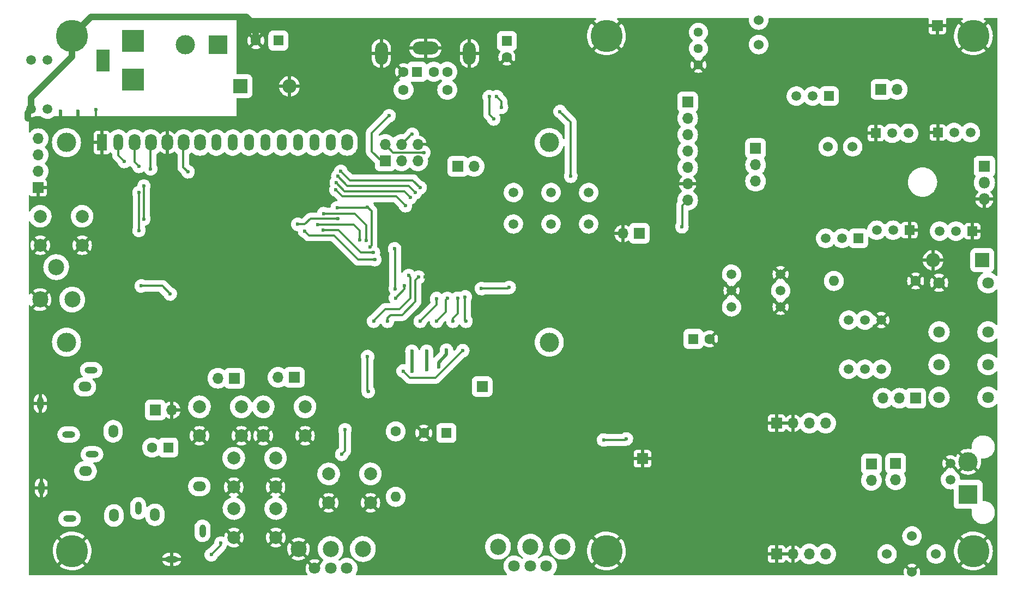
<source format=gbr>
%TF.GenerationSoftware,KiCad,Pcbnew,(6.0.11)*%
%TF.CreationDate,2023-06-06T23:57:56-05:00*%
%TF.ProjectId,RFBitBangSMT,52464269-7442-4616-9e67-534d542e6b69,rev?*%
%TF.SameCoordinates,Original*%
%TF.FileFunction,Copper,L2,Bot*%
%TF.FilePolarity,Positive*%
%FSLAX46Y46*%
G04 Gerber Fmt 4.6, Leading zero omitted, Abs format (unit mm)*
G04 Created by KiCad (PCBNEW (6.0.11)) date 2023-06-06 23:57:56*
%MOMM*%
%LPD*%
G01*
G04 APERTURE LIST*
%TA.AperFunction,ComponentPad*%
%ADD10R,1.600000X1.600000*%
%TD*%
%TA.AperFunction,ComponentPad*%
%ADD11C,1.600000*%
%TD*%
%TA.AperFunction,ComponentPad*%
%ADD12R,2.200000X2.200000*%
%TD*%
%TA.AperFunction,ComponentPad*%
%ADD13O,2.200000X2.200000*%
%TD*%
%TA.AperFunction,ComponentPad*%
%ADD14R,3.000000X3.000000*%
%TD*%
%TA.AperFunction,ComponentPad*%
%ADD15C,3.000000*%
%TD*%
%TA.AperFunction,ComponentPad*%
%ADD16R,3.500000X3.500000*%
%TD*%
%TA.AperFunction,ComponentPad*%
%ADD17R,2.000000X3.500000*%
%TD*%
%TA.AperFunction,ComponentPad*%
%ADD18R,1.700000X1.700000*%
%TD*%
%TA.AperFunction,ComponentPad*%
%ADD19O,1.700000X1.700000*%
%TD*%
%TA.AperFunction,ComponentPad*%
%ADD20R,1.520000X1.520000*%
%TD*%
%TA.AperFunction,ComponentPad*%
%ADD21C,1.520000*%
%TD*%
%TA.AperFunction,ComponentPad*%
%ADD22C,2.000000*%
%TD*%
%TA.AperFunction,ComponentPad*%
%ADD23C,1.500000*%
%TD*%
%TA.AperFunction,ComponentPad*%
%ADD24C,2.500000*%
%TD*%
%TA.AperFunction,ComponentPad*%
%ADD25C,1.800000*%
%TD*%
%TA.AperFunction,ComponentPad*%
%ADD26C,1.524000*%
%TD*%
%TA.AperFunction,ComponentPad*%
%ADD27O,2.000000X3.500000*%
%TD*%
%TA.AperFunction,ComponentPad*%
%ADD28O,4.000000X2.000000*%
%TD*%
%TA.AperFunction,ComponentPad*%
%ADD29C,1.440000*%
%TD*%
%TA.AperFunction,ComponentPad*%
%ADD30C,5.000000*%
%TD*%
%TA.AperFunction,ComponentPad*%
%ADD31O,1.600000X1.600000*%
%TD*%
%TA.AperFunction,ComponentPad*%
%ADD32R,1.800000X1.800000*%
%TD*%
%TA.AperFunction,ComponentPad*%
%ADD33O,1.800000X1.800000*%
%TD*%
%TA.AperFunction,ComponentPad*%
%ADD34O,1.000000X2.000000*%
%TD*%
%TA.AperFunction,ComponentPad*%
%ADD35O,2.000000X1.000000*%
%TD*%
%TA.AperFunction,ComponentPad*%
%ADD36O,2.000000X1.500000*%
%TD*%
%TA.AperFunction,ComponentPad*%
%ADD37O,1.500000X2.000000*%
%TD*%
%TA.AperFunction,ComponentPad*%
%ADD38R,1.500000X1.500000*%
%TD*%
%TA.AperFunction,ComponentPad*%
%ADD39R,1.500000X2.600000*%
%TD*%
%TA.AperFunction,ComponentPad*%
%ADD40O,1.500000X2.600000*%
%TD*%
%TA.AperFunction,ComponentPad*%
%ADD41O,1.800000X2.600000*%
%TD*%
%TA.AperFunction,ViaPad*%
%ADD42C,0.600000*%
%TD*%
%TA.AperFunction,Conductor*%
%ADD43C,0.350000*%
%TD*%
%TA.AperFunction,Conductor*%
%ADD44C,0.500000*%
%TD*%
%TA.AperFunction,Conductor*%
%ADD45C,1.000000*%
%TD*%
G04 APERTURE END LIST*
D10*
%TO.P,C6,1*%
%TO.N,+5V*%
X113030000Y-61297500D03*
D11*
%TO.P,C6,2*%
%TO.N,GND*%
X113030000Y-63797500D03*
%TD*%
D10*
%TO.P,C19,1*%
%TO.N,Net-(C19-Pad1)*%
X60420000Y-124440000D03*
D11*
%TO.P,C19,2*%
%TO.N,SPKR*%
X57920000Y-124440000D03*
%TD*%
D12*
%TO.P,D1,1,K*%
%TO.N,+12V*%
X71650000Y-68330000D03*
D13*
%TO.P,D1,2,A*%
%TO.N,GND*%
X79270000Y-68330000D03*
%TD*%
D14*
%TO.P,J1,1,Pin_1*%
%TO.N,Net-(C58-Pad1)*%
X68195000Y-61835000D03*
D15*
%TO.P,J1,2,Pin_2*%
%TO.N,Net-(C58-Pad2)*%
X63115000Y-61835000D03*
%TD*%
D16*
%TO.P,J2,1*%
%TO.N,Net-(C58-Pad2)*%
X54955000Y-67305000D03*
%TO.P,J2,2*%
%TO.N,Net-(C58-Pad1)*%
X54955000Y-61305000D03*
D17*
%TO.P,J2,3*%
%TO.N,unconnected-(J2-Pad3)*%
X50255000Y-64305000D03*
%TD*%
D18*
%TO.P,J5,1,Pin_1*%
%TO.N,GND*%
X40220000Y-84090000D03*
D19*
%TO.P,J5,2,Pin_2*%
%TO.N,Net-(C5-Pad1)*%
X40220000Y-81550000D03*
%TO.P,J5,3,Pin_3*%
%TO.N,Net-(C4-Pad1)*%
X40220000Y-79010000D03*
%TO.P,J5,4,Pin_4*%
%TO.N,Net-(C2-Pad2)*%
X40220000Y-76470000D03*
%TD*%
D20*
%TO.P,Q3,1,S*%
%TO.N,GND*%
X170350000Y-75630000D03*
D21*
%TO.P,Q3,2,G*%
%TO.N,Net-(C23-Pad2)*%
X172890000Y-75630000D03*
%TO.P,Q3,3,D*%
%TO.N,AMPOUT*%
X175430000Y-75630000D03*
%TD*%
D22*
%TO.P,SW1,1,1*%
%TO.N,GND*%
X40550000Y-93020000D03*
X47050000Y-93020000D03*
%TO.P,SW1,2,2*%
%TO.N,RESET*%
X40550000Y-88520000D03*
X47050000Y-88520000D03*
%TD*%
%TO.P,SW2,1,1*%
%TO.N,Net-(C10-Pad2)*%
X77100000Y-126080000D03*
X70600000Y-126080000D03*
%TO.P,SW2,2,2*%
%TO.N,GND*%
X77100000Y-130580000D03*
X70600000Y-130580000D03*
%TD*%
%TO.P,SW3,1,1*%
%TO.N,Net-(C16-Pad2)*%
X71778000Y-118110000D03*
X65278000Y-118110000D03*
%TO.P,SW3,2,2*%
%TO.N,GND*%
X65278000Y-122610000D03*
X71778000Y-122610000D03*
%TD*%
%TO.P,SW4,1,1*%
%TO.N,Net-(C17-Pad2)*%
X75184000Y-118110000D03*
X81684000Y-118110000D03*
%TO.P,SW4,2,2*%
%TO.N,GND*%
X81684000Y-122610000D03*
X75184000Y-122610000D03*
%TD*%
%TO.P,SW5,1,1*%
%TO.N,Net-(C11-Pad2)*%
X77130000Y-133910000D03*
X70630000Y-133910000D03*
%TO.P,SW5,2,2*%
%TO.N,GND*%
X77130000Y-138410000D03*
X70630000Y-138410000D03*
%TD*%
D23*
%TO.P,Y2,1,1*%
%TO.N,Net-(C21-Pad2)*%
X125730000Y-84836000D03*
%TO.P,Y2,2,2*%
%TO.N,Net-(C48-Pad1)*%
X125730000Y-89716000D03*
%TD*%
D18*
%TO.P,J9,1,Pin_1*%
%TO.N,MISO*%
X94130000Y-79900000D03*
D19*
%TO.P,J9,2,Pin_2*%
%TO.N,Net-(J9-Pad2)*%
X94130000Y-77360000D03*
%TO.P,J9,3,Pin_3*%
%TO.N,SCK*%
X96670000Y-79900000D03*
%TO.P,J9,4,Pin_4*%
%TO.N,MOSI*%
X96670000Y-77360000D03*
%TO.P,J9,5,Pin_5*%
%TO.N,RESET*%
X99210000Y-79900000D03*
%TO.P,J9,6,Pin_6*%
%TO.N,GND*%
X99210000Y-77360000D03*
%TD*%
D20*
%TO.P,Q5,1,S*%
%TO.N,GND*%
X185340000Y-90830000D03*
D21*
%TO.P,Q5,2,G*%
%TO.N,Net-(C23-Pad2)*%
X182800000Y-90830000D03*
%TO.P,Q5,3,D*%
%TO.N,AMPOUT*%
X180260000Y-90830000D03*
%TD*%
D20*
%TO.P,Q6,1,S*%
%TO.N,GND*%
X175560000Y-90680000D03*
D21*
%TO.P,Q6,2,G*%
%TO.N,Net-(C23-Pad2)*%
X173020000Y-90680000D03*
%TO.P,Q6,3,D*%
%TO.N,AMPOUT*%
X170480000Y-90680000D03*
%TD*%
D20*
%TO.P,Q7,1,S*%
%TO.N,GND*%
X179960000Y-75520000D03*
D21*
%TO.P,Q7,2,G*%
%TO.N,Net-(C23-Pad2)*%
X182500000Y-75520000D03*
%TO.P,Q7,3,D*%
%TO.N,AMPOUT*%
X185040000Y-75520000D03*
%TD*%
D24*
%TO.P,RV3,1,1*%
%TO.N,GND*%
X40520000Y-101455000D03*
%TO.P,RV3,2,2*%
%TO.N,Net-(DS1-Pad3)*%
X43020000Y-96415000D03*
%TO.P,RV3,3,3*%
%TO.N,+5V*%
X45520000Y-101455000D03*
%TD*%
D18*
%TO.P,JP3,1,1*%
%TO.N,Net-(J9-Pad2)*%
X105410000Y-80772000D03*
D19*
%TO.P,JP3,2,2*%
%TO.N,+5V*%
X107950000Y-80772000D03*
%TD*%
D18*
%TO.P,JP4,1,1*%
%TO.N,Net-(C26-Pad2)*%
X169660000Y-126990000D03*
D19*
%TO.P,JP4,2,2*%
%TO.N,Net-(J18-Pad3)*%
X169660000Y-129530000D03*
%TD*%
D18*
%TO.P,JP5,1,1*%
%TO.N,PLLOSC*%
X151670000Y-77990000D03*
D19*
%TO.P,JP5,2,2*%
%TO.N,Net-(C51-Pad1)*%
X151670000Y-80530000D03*
%TO.P,JP5,3,3*%
%TO.N,XOSC*%
X151670000Y-83070000D03*
%TD*%
D23*
%TO.P,J12,1,In*%
%TO.N,Net-(J12-Pad1)*%
X181945000Y-129425000D03*
D14*
X184673000Y-131711000D03*
D23*
%TO.P,J12,2,Ext*%
%TO.N,GND*%
X181945000Y-126885000D03*
D15*
X184673000Y-126631000D03*
%TD*%
D25*
%TO.P,RLY1,1,Coil*%
%TO.N,TXRELAY*%
X187775000Y-98845000D03*
%TO.P,RLY1,2,Pole*%
%TO.N,AMPOUT*%
X187775000Y-106465000D03*
%TO.P,RLY1,3,NC*%
%TO.N,Net-(RLY1-Pad3)*%
X187775000Y-111545000D03*
%TO.P,RLY1,4,NO*%
%TO.N,Net-(C26-Pad1)*%
X187775000Y-116625000D03*
%TO.P,RLY1,5,Coil*%
%TO.N,GND*%
X180175000Y-98845000D03*
%TO.P,RLY1,6,Pole*%
%TO.N,RF*%
X180175000Y-106465000D03*
%TO.P,RLY1,7,NC*%
%TO.N,Net-(JP7-Pad2)*%
X180175000Y-111545000D03*
%TO.P,RLY1,8,NO*%
%TO.N,unconnected-(RLY1-Pad8)*%
X180175000Y-116625000D03*
%TD*%
D18*
%TO.P,JP1,1,1*%
%TO.N,Net-(D15-Pad2)*%
X171151000Y-68834000D03*
D19*
%TO.P,JP1,2,2*%
%TO.N,Net-(C31-Pad1)*%
X173691000Y-68834000D03*
%TD*%
D10*
%TO.P,C40,1*%
%TO.N,Net-(C40-Pad1)*%
X142020000Y-107560000D03*
D11*
%TO.P,C40,2*%
%TO.N,GND*%
X144520000Y-107560000D03*
%TD*%
D18*
%TO.P,JP2,1,1*%
%TO.N,Net-(J12-Pad1)*%
X173430000Y-126910000D03*
D19*
%TO.P,JP2,2,2*%
%TO.N,Net-(J18-Pad3)*%
X173430000Y-129450000D03*
%TD*%
D26*
%TO.P,T3,1,RF*%
%TO.N,Net-(J18-Pad3)*%
X172085000Y-140970000D03*
%TO.P,T3,2,RF*%
%TO.N,Net-(J12-Pad1)*%
X179705000Y-140970000D03*
%TO.P,T3,3,SAMPLE*%
%TO.N,GND*%
X175958500Y-143764000D03*
%TO.P,T3,4,SAMPLE*%
%TO.N,Net-(D16-Pad2)*%
X175958500Y-138176000D03*
%TD*%
D20*
%TO.P,Q9,1,S*%
%TO.N,Net-(Q9-Pad1)*%
X167640000Y-91948000D03*
D21*
%TO.P,Q9,2,G*%
%TO.N,Net-(Q9-Pad2)*%
X165100000Y-91948000D03*
%TO.P,Q9,3,D*%
%TO.N,Net-(C14-Pad1)*%
X162560000Y-91948000D03*
%TD*%
D18*
%TO.P,JP7,1,1*%
%TO.N,Net-(J17-Pad4)*%
X176560000Y-116780000D03*
D19*
%TO.P,JP7,2,2*%
%TO.N,Net-(JP7-Pad2)*%
X174020000Y-116780000D03*
%TO.P,JP7,3,3*%
%TO.N,Net-(J18-Pad3)*%
X171480000Y-116780000D03*
%TD*%
D23*
%TO.P,Y4,1,1*%
%TO.N,Net-(C21-Pad2)*%
X119888000Y-84836000D03*
%TO.P,Y4,2,2*%
%TO.N,Net-(C48-Pad1)*%
X119888000Y-89716000D03*
%TD*%
D10*
%TO.P,P1,1*%
%TO.N,MISO*%
X99075000Y-66075000D03*
D11*
%TO.P,P1,2*%
%TO.N,N/C*%
X101675000Y-66075000D03*
%TO.P,P1,3*%
%TO.N,GND*%
X96975000Y-66075000D03*
%TO.P,P1,4*%
%TO.N,+5V*%
X103775000Y-66075000D03*
%TO.P,P1,5*%
%TO.N,PS2CLK*%
X96975000Y-68875000D03*
%TO.P,P1,6*%
%TO.N,N/C*%
X103775000Y-68875000D03*
D27*
%TO.P,P1,7*%
%TO.N,GND*%
X93525000Y-63225000D03*
X107225000Y-63225000D03*
D28*
X100375000Y-62425000D03*
%TD*%
D29*
%TO.P,RV4,1,1*%
%TO.N,+5V*%
X142790000Y-59940000D03*
%TO.P,RV4,2,2*%
%TO.N,Net-(L11-Pad2)*%
X142790000Y-62480000D03*
%TO.P,RV4,3,3*%
%TO.N,GND*%
X142790000Y-65020000D03*
%TD*%
D30*
%TO.P,J3,1,Pin_1*%
%TO.N,GND*%
X45500000Y-60500000D03*
%TD*%
%TO.P,J4,1,Pin_1*%
%TO.N,GND*%
X185500000Y-60500000D03*
%TD*%
%TO.P,J6,1,Pin_1*%
%TO.N,GND*%
X185500000Y-140500000D03*
%TD*%
%TO.P,J7,1,Pin_1*%
%TO.N,GND*%
X45500000Y-140500000D03*
%TD*%
D23*
%TO.P,T4,1*%
%TO.N,Net-(C58-Pad2)*%
X41656000Y-64262000D03*
%TO.P,T4,2*%
%TO.N,+12V*%
X41656000Y-71882000D03*
%TO.P,T4,3*%
%TO.N,Net-(C58-Pad1)*%
X39116000Y-64262000D03*
%TO.P,T4,4*%
%TO.N,GND*%
X39116000Y-71882000D03*
%TD*%
%TO.P,Y5,1,1*%
%TO.N,Net-(C21-Pad2)*%
X114046000Y-84836000D03*
%TO.P,Y5,2,2*%
%TO.N,Net-(C48-Pad1)*%
X114046000Y-89716000D03*
%TD*%
D12*
%TO.P,D6,1,K*%
%TO.N,AMPOUT*%
X186880000Y-95330000D03*
D13*
%TO.P,D6,2,A*%
%TO.N,GND*%
X179260000Y-95330000D03*
%TD*%
D11*
%TO.P,R41,1*%
%TO.N,GND*%
X176530000Y-98552000D03*
D31*
%TO.P,R41,2*%
%TO.N,Net-(Q9-Pad1)*%
X163830000Y-98552000D03*
%TD*%
D11*
%TO.P,L10,1,1*%
%TO.N,Net-(L10-Pad1)*%
X95758000Y-121920000D03*
D31*
%TO.P,L10,2,2*%
%TO.N,Net-(C19-Pad1)*%
X95758000Y-132080000D03*
%TD*%
D18*
%TO.P,J14,1,Pin_1*%
%TO.N,AUDIOFILT*%
X109190000Y-114970000D03*
%TD*%
%TO.P,J15,1,Pin_1*%
%TO.N,GND*%
X134080000Y-126160000D03*
%TD*%
%TO.P,J16,1,Pin_1*%
%TO.N,GND*%
X179900000Y-58900000D03*
%TD*%
D10*
%TO.P,C3,1*%
%TO.N,+12V*%
X77530000Y-61230000D03*
D11*
%TO.P,C3,2*%
%TO.N,GND*%
X74030000Y-61230000D03*
%TD*%
D26*
%TO.P,L4,1,1*%
%TO.N,+12V*%
X152146000Y-58039000D03*
%TO.P,L4,2,2*%
%TO.N,Net-(C31-Pad2)*%
X152146000Y-61849000D03*
%TD*%
%TO.P,L6,1,1*%
%TO.N,Net-(C14-Pad1)*%
X162941000Y-77724000D03*
%TO.P,L6,2,2*%
%TO.N,AMPOUT*%
X166751000Y-77724000D03*
%TD*%
D23*
%TO.P,T1,1*%
%TO.N,GND*%
X155560000Y-97500000D03*
%TO.P,T1,2*%
%TO.N,Net-(C30-Pad2)*%
X147940000Y-97500000D03*
%TO.P,T1,3*%
%TO.N,Net-(D11-Pad2)*%
X155560000Y-100040000D03*
%TO.P,T1,4*%
%TO.N,GND*%
X147940000Y-100040000D03*
%TO.P,T1,5*%
X155560000Y-102580000D03*
%TO.P,T1,6*%
%TO.N,Net-(D12-Pad2)*%
X147940000Y-102580000D03*
%TD*%
%TO.P,T2,1*%
%TO.N,Net-(R25-Pad2)*%
X171196000Y-112267997D03*
%TO.P,T2,2*%
%TO.N,GND*%
X171196000Y-104647997D03*
%TO.P,T2,3*%
%TO.N,Net-(D12-Pad1)*%
X168656000Y-112267997D03*
%TO.P,T2,4*%
%TO.N,IF*%
X168656000Y-104647997D03*
%TO.P,T2,5*%
X166116000Y-112267997D03*
%TO.P,T2,6*%
%TO.N,Net-(D11-Pad1)*%
X166116000Y-104647997D03*
%TD*%
D32*
%TO.P,Q15,1,G*%
%TO.N,Net-(C23-Pad2)*%
X187210000Y-80770000D03*
D33*
%TO.P,Q15,2,D*%
%TO.N,AMPOUT*%
X187210000Y-83310000D03*
%TO.P,Q15,3,S*%
%TO.N,GND*%
X187210000Y-85850000D03*
%TD*%
D18*
%TO.P,JP8,1,1*%
%TO.N,Net-(C21-Pad2)*%
X133609000Y-91186000D03*
D19*
%TO.P,JP8,2,2*%
%TO.N,GND*%
X131069000Y-91186000D03*
%TD*%
D30*
%TO.P,J20,1,Pin_1*%
%TO.N,GND*%
X128500000Y-60500000D03*
%TD*%
%TO.P,J21,1,Pin_1*%
%TO.N,GND*%
X128500000Y-140500000D03*
%TD*%
D25*
%TO.P,RV1,1,1*%
%TO.N,Net-(C34-Pad2)*%
X88160000Y-143190000D03*
D24*
X90660000Y-140190000D03*
D25*
%TO.P,RV1,2,2*%
%TO.N,Net-(RV1-Pad2)*%
X85660000Y-143190000D03*
D24*
X85660000Y-140190000D03*
D25*
%TO.P,RV1,3,3*%
%TO.N,GND*%
X83160000Y-143190000D03*
D24*
X80660000Y-140190000D03*
%TD*%
%TO.P,RV2,1,1*%
%TO.N,Net-(R63-Pad1)*%
X121660000Y-139840000D03*
D25*
X119160000Y-142840000D03*
D24*
%TO.P,RV2,2,2*%
X116660000Y-139840000D03*
D25*
X116660000Y-142840000D03*
%TO.P,RV2,3,3*%
%TO.N,Net-(C39-Pad1)*%
X114160000Y-142840000D03*
D24*
X111660000Y-139840000D03*
%TD*%
D18*
%TO.P,J10,1,Pin_1*%
%TO.N,Net-(J10-Pad1)*%
X141110000Y-70780000D03*
D19*
%TO.P,J10,2,Pin_2*%
%TO.N,Net-(J10-Pad2)*%
X141110000Y-73320000D03*
%TO.P,J10,3,Pin_3*%
%TO.N,unconnected-(J10-Pad3)*%
X141110000Y-75860000D03*
%TO.P,J10,4,Pin_4*%
%TO.N,SCL*%
X141110000Y-78400000D03*
%TO.P,J10,5,Pin_5*%
%TO.N,SDA*%
X141110000Y-80940000D03*
%TO.P,J10,6,Pin_6*%
%TO.N,GND*%
X141110000Y-83480000D03*
%TO.P,J10,7,Pin_7*%
%TO.N,+5V*%
X141110000Y-86020000D03*
%TD*%
D22*
%TO.P,SW6,1,1*%
%TO.N,Net-(C61-Pad2)*%
X85344000Y-128524000D03*
X91844000Y-128524000D03*
%TO.P,SW6,2,2*%
%TO.N,GND*%
X91844000Y-133024000D03*
X85344000Y-133024000D03*
%TD*%
D10*
%TO.P,C53,1*%
%TO.N,+12V*%
X103632000Y-122174000D03*
D11*
%TO.P,C53,2*%
%TO.N,GND*%
X100132000Y-122174000D03*
%TD*%
D18*
%TO.P,J17,1,Pin_1*%
%TO.N,GND*%
X154940000Y-120650000D03*
D19*
%TO.P,J17,2,Pin_2*%
X157480000Y-120650000D03*
%TO.P,J17,3,Pin_3*%
%TO.N,Net-(C26-Pad2)*%
X160020000Y-120650000D03*
%TO.P,J17,4,Pin_4*%
%TO.N,Net-(J17-Pad4)*%
X162560000Y-120650000D03*
%TD*%
D18*
%TO.P,J18,1,Pin_1*%
%TO.N,GND*%
X154940000Y-140970000D03*
D19*
%TO.P,J18,2,Pin_2*%
X157480000Y-140970000D03*
%TO.P,J18,3,Pin_3*%
%TO.N,Net-(J18-Pad3)*%
X160020000Y-140970000D03*
%TO.P,J18,4,Pin_4*%
X162560000Y-140970000D03*
%TD*%
D34*
%TO.P,J19,G*%
%TO.N,GND*%
X40562000Y-117602000D03*
D35*
%TO.P,J19,S1*%
%TO.N,Net-(C68-Pad2)*%
X48462000Y-112402000D03*
D36*
%TO.P,J19,SN1*%
%TO.N,unconnected-(J19-PadSN1)*%
X47462000Y-115002000D03*
D35*
%TO.P,J19,T1*%
%TO.N,Net-(C67-Pad2)*%
X44962000Y-122402000D03*
D37*
%TO.P,J19,TN1*%
%TO.N,unconnected-(J19-PadTN1)*%
X51862000Y-121902000D03*
%TD*%
D38*
%TO.P,Q16,1,E*%
%TO.N,Net-(C31-Pad2)*%
X163068000Y-69850000D03*
D23*
%TO.P,Q16,2,B*%
%TO.N,Net-(C14-Pad2)*%
X160528000Y-69850000D03*
%TO.P,Q16,3,C*%
%TO.N,Net-(C14-Pad1)*%
X157988000Y-69850000D03*
%TD*%
D15*
%TO.P,DS1,*%
%TO.N,*%
X44620900Y-77070000D03*
X44620900Y-108070700D03*
X119620000Y-77070000D03*
X119619480Y-108070700D03*
D39*
%TO.P,DS1,1,VSS*%
%TO.N,GND*%
X50120000Y-77070000D03*
D40*
%TO.P,DS1,2,VDD*%
%TO.N,+5V*%
X52660000Y-77070000D03*
D41*
%TO.P,DS1,3,VO*%
%TO.N,Net-(DS1-Pad3)*%
X55200000Y-77070000D03*
%TO.P,DS1,4,RS*%
%TO.N,RS*%
X57740000Y-77070000D03*
%TO.P,DS1,5,R/W*%
%TO.N,GND*%
X60280000Y-77070000D03*
%TO.P,DS1,6,E*%
%TO.N,E*%
X62820000Y-77070000D03*
%TO.P,DS1,7,D0*%
%TO.N,unconnected-(DS1-Pad7)*%
X65360000Y-77070000D03*
D40*
%TO.P,DS1,8,D1*%
%TO.N,unconnected-(DS1-Pad8)*%
X67900000Y-77070000D03*
%TO.P,DS1,9,D2*%
%TO.N,unconnected-(DS1-Pad9)*%
X70440000Y-77070000D03*
%TO.P,DS1,10,D3*%
%TO.N,unconnected-(DS1-Pad10)*%
X72980000Y-77070000D03*
%TO.P,DS1,11,D4*%
%TO.N,DB4*%
X75520000Y-77070000D03*
%TO.P,DS1,12,D5*%
%TO.N,DB5*%
X78060000Y-77070000D03*
%TO.P,DS1,13,D6*%
%TO.N,DB6*%
X80600000Y-77070000D03*
%TO.P,DS1,14,D7*%
%TO.N,DB7*%
X83140000Y-77070000D03*
%TO.P,DS1,15,LED(+)*%
%TO.N,Net-(DS1-Pad15)*%
X85680000Y-77070000D03*
D41*
%TO.P,DS1,16,LED(-)*%
%TO.N,Net-(DS1-Pad16)*%
X88220000Y-77070000D03*
%TD*%
D18*
%TO.P,J22,1,Pin_1*%
%TO.N,SPKR*%
X58420000Y-118618000D03*
D19*
%TO.P,J22,2,Pin_2*%
%TO.N,GND*%
X60960000Y-118618000D03*
%TD*%
D18*
%TO.P,JP9,1,1*%
%TO.N,Net-(C69-Pad1)*%
X80010000Y-113538000D03*
D19*
%TO.P,JP9,2,2*%
%TO.N,Net-(JP9-Pad2)*%
X77470000Y-113538000D03*
%TD*%
D35*
%TO.P,J8,G*%
%TO.N,GND*%
X60960000Y-141776000D03*
D34*
%TO.P,J8,S1*%
%TO.N,SPKR*%
X55760000Y-133876000D03*
D37*
%TO.P,J8,SN1*%
%TO.N,unconnected-(J8-PadSN1)*%
X58360000Y-134876000D03*
D34*
%TO.P,J8,T1*%
%TO.N,SPKR*%
X65760000Y-137376000D03*
D36*
%TO.P,J8,TN1*%
%TO.N,unconnected-(J8-PadTN1)*%
X65260000Y-130476000D03*
%TD*%
D18*
%TO.P,JP6,1,1*%
%TO.N,Net-(C66-Pad1)*%
X70670000Y-113670000D03*
D19*
%TO.P,JP6,2,2*%
%TO.N,Net-(JP6-Pad2)*%
X68130000Y-113670000D03*
%TD*%
D34*
%TO.P,J11,G*%
%TO.N,GND*%
X40689000Y-130683000D03*
D35*
%TO.P,J11,S1*%
%TO.N,unconnected-(J11-PadS1)*%
X48589000Y-125483000D03*
D36*
%TO.P,J11,SN1*%
%TO.N,unconnected-(J11-PadSN1)*%
X47589000Y-128083000D03*
D35*
%TO.P,J11,T1*%
%TO.N,Net-(C62-Pad2)*%
X45089000Y-135483000D03*
D37*
%TO.P,J11,TN1*%
%TO.N,unconnected-(J11-PadTN1)*%
X51989000Y-134983000D03*
%TD*%
D42*
%TO.N,GND*%
X92964000Y-119634000D03*
%TO.N,+5V*%
X112190000Y-71600000D03*
X87884000Y-121666000D03*
X55880000Y-90720000D03*
X55880000Y-84840000D03*
X111460000Y-69940000D03*
X87376000Y-125476000D03*
X60730000Y-100590000D03*
X128060000Y-123250000D03*
X67110000Y-141080000D03*
X68580000Y-139300000D03*
X121285000Y-72263000D03*
X122960000Y-82290000D03*
X131600000Y-123090000D03*
X53594000Y-80010000D03*
X56235500Y-99340000D03*
X140220000Y-90150000D03*
%TO.N,GND*%
X149352000Y-94996000D03*
X172240000Y-81780000D03*
X175070000Y-87320000D03*
X178620000Y-87470000D03*
X81920000Y-94320000D03*
X119730000Y-128880000D03*
X71374000Y-106680000D03*
X116230000Y-94190000D03*
X171270000Y-87600000D03*
X105890000Y-131680000D03*
X159512000Y-85598000D03*
X100310000Y-97910000D03*
X179690000Y-80510000D03*
X173180000Y-83130000D03*
X83566000Y-136398000D03*
X122240000Y-102430000D03*
X98670000Y-94770000D03*
X156760000Y-67170000D03*
X63570000Y-95730000D03*
X119800000Y-93960000D03*
X87020000Y-94410000D03*
X169990000Y-79850000D03*
X47752000Y-85598000D03*
X81280000Y-104140000D03*
X86300000Y-103320000D03*
X180848000Y-87376000D03*
X114740000Y-94220000D03*
X127762000Y-132334000D03*
X121920000Y-126238000D03*
X181430000Y-86550000D03*
X174190000Y-78220000D03*
X176784000Y-87376000D03*
X152146000Y-68326000D03*
X91490000Y-71410000D03*
X129290000Y-102850000D03*
X96080000Y-141740000D03*
X187960000Y-67564000D03*
X129398000Y-104862000D03*
X50858500Y-138498500D03*
X184650000Y-83670000D03*
X171170000Y-133460000D03*
X46440000Y-72180000D03*
X187790000Y-64280000D03*
X140460000Y-101040000D03*
X184070000Y-87550000D03*
X181020000Y-78150000D03*
X183170000Y-86570000D03*
X129286000Y-116840000D03*
X184630000Y-78280000D03*
X122270000Y-104850000D03*
X172500000Y-78230000D03*
X182610000Y-78370000D03*
X162306000Y-97536000D03*
X183930000Y-80800000D03*
X81880000Y-93330000D03*
X158242000Y-85852000D03*
X100838000Y-87376000D03*
X66294000Y-93726000D03*
X87884000Y-119634000D03*
X171958000Y-97028000D03*
X183060000Y-80250000D03*
X179970000Y-86010000D03*
X181864000Y-81280000D03*
X171196000Y-82804000D03*
X172130000Y-79680000D03*
X150876000Y-112014000D03*
X177330000Y-79680000D03*
X179520000Y-78190000D03*
X184650000Y-82230000D03*
X54864000Y-83820000D03*
X77978000Y-94742000D03*
X49190000Y-71980000D03*
X176710000Y-78170000D03*
X137620000Y-123960000D03*
X134874000Y-100838000D03*
X50980000Y-106200000D03*
X133690000Y-114040000D03*
X104902000Y-126238000D03*
X87290000Y-114220000D03*
X134390000Y-74780000D03*
X174780000Y-86100000D03*
X183190000Y-84310000D03*
X144190000Y-124280000D03*
X180870000Y-79420000D03*
X169950000Y-86120000D03*
X130302000Y-96774000D03*
X161036000Y-93726000D03*
X43650000Y-72240000D03*
X67056000Y-94996000D03*
X170080000Y-83540000D03*
X107188000Y-123444000D03*
X145230000Y-89910000D03*
X173140000Y-84550000D03*
X181820000Y-82660000D03*
X99822000Y-131064000D03*
X149606000Y-62738000D03*
X88705000Y-62635000D03*
X80264000Y-60706000D03*
X98860000Y-92980000D03*
X177370000Y-86260000D03*
X100330000Y-143510000D03*
X148170000Y-93900000D03*
X100950000Y-98820000D03*
X95752000Y-92134000D03*
X60706000Y-97028000D03*
X175260000Y-79756000D03*
X88870000Y-71380000D03*
X101870944Y-76437056D03*
X118460000Y-93750000D03*
X173228000Y-86868000D03*
X182370000Y-85790000D03*
X144890000Y-85900000D03*
X41660000Y-142870000D03*
X138150000Y-127120000D03*
X171196000Y-80772000D03*
X171140000Y-78230000D03*
X137449416Y-74653762D03*
X154432000Y-75438000D03*
X130900000Y-110360000D03*
X100970000Y-140730000D03*
X149190000Y-125700000D03*
X183170000Y-82730000D03*
X173850000Y-81150000D03*
X52832000Y-111506000D03*
X170040000Y-81630000D03*
X136398000Y-70612000D03*
X82550000Y-130810000D03*
X116078000Y-124968000D03*
X181356000Y-84328000D03*
X171196000Y-85344000D03*
X84050000Y-66530000D03*
%TO.N,RESET*%
X91360000Y-87070000D03*
X91795000Y-93265000D03*
X86680000Y-87220000D03*
%TO.N,Net-(C11-Pad2)*%
X100550000Y-112300000D03*
X100570000Y-109475500D03*
%TO.N,SCK*%
X80550000Y-89770000D03*
X86825000Y-88915000D03*
%TO.N,MOSI*%
X98340000Y-75800000D03*
%TO.N,TXD*%
X92304500Y-94166000D03*
X84520000Y-90650000D03*
%TO.N,RXD*%
X81620000Y-90830000D03*
X92520000Y-95250000D03*
%TO.N,TUNING*%
X113382000Y-99568000D03*
X109090000Y-99750000D03*
X95700000Y-99790000D03*
X95590000Y-93570000D03*
%TO.N,MUTEAUDIO*%
X94488000Y-104814500D03*
X99308000Y-97976000D03*
%TO.N,BEEPOUT*%
X92330000Y-104820000D03*
X97784000Y-97722000D03*
%TO.N,Net-(C10-Pad2)*%
X98280000Y-112550000D03*
X98280000Y-109475500D03*
%TO.N,Net-(C17-Pad2)*%
X106180000Y-109370000D03*
X96910000Y-112560000D03*
%TO.N,MISO*%
X94742000Y-72898000D03*
%TO.N,DB5*%
X86525000Y-83315000D03*
X98044000Y-85598000D03*
X103798000Y-101252000D03*
X102108000Y-104814500D03*
%TO.N,DB4*%
X97282000Y-86868000D03*
X86465000Y-84425000D03*
X102110000Y-101300000D03*
X99568000Y-104814500D03*
%TO.N,DB7*%
X99568000Y-84074000D03*
X106553000Y-101037000D03*
X87230000Y-81550000D03*
X106680000Y-104814500D03*
%TO.N,DB6*%
X98806000Y-84836000D03*
X105410000Y-101240000D03*
X104648000Y-104814500D03*
X86770000Y-82310000D03*
%TO.N,Net-(DS1-Pad3)*%
X56642000Y-83842000D03*
X56642000Y-88928000D03*
X55880000Y-80772000D03*
%TO.N,RS*%
X84560000Y-88110000D03*
X91227500Y-92287960D03*
X57700000Y-81150000D03*
%TO.N,E*%
X63500000Y-81610000D03*
X83650000Y-89840000D03*
X90132000Y-92166000D03*
%TO.N,Net-(C16-Pad2)*%
X103640000Y-109300000D03*
X102410000Y-111950000D03*
%TO.N,Net-(J9-Pad2)*%
X100140000Y-78600000D03*
%TO.N,PS2CLK*%
X110998000Y-73406000D03*
X97100000Y-99324000D03*
X95730000Y-101210000D03*
X110290000Y-69960000D03*
%TO.N,Net-(C61-Pad2)*%
X91390000Y-110300000D03*
X91510000Y-115740000D03*
%TD*%
D43*
%TO.N,+5V*%
X112190000Y-70670000D02*
X111460000Y-69940000D01*
X60730000Y-100590000D02*
X59480000Y-99340000D01*
X55880000Y-90720000D02*
X55880000Y-84840000D01*
X52640000Y-79056000D02*
X52640000Y-77262500D01*
X87884000Y-124968000D02*
X87884000Y-121666000D01*
X53594000Y-80010000D02*
X52640000Y-79056000D01*
X121285000Y-72263000D02*
X122960000Y-73938000D01*
X140260000Y-86870000D02*
X141110000Y-86020000D01*
X112190000Y-71600000D02*
X112190000Y-70670000D01*
X140220000Y-90150000D02*
X140260000Y-90110000D01*
X68580000Y-139300000D02*
X68580000Y-139610000D01*
X59480000Y-99340000D02*
X56235500Y-99340000D01*
X131600000Y-123090000D02*
X131440000Y-123250000D01*
X140260000Y-90110000D02*
X140260000Y-86870000D01*
X122960000Y-73938000D02*
X122960000Y-82290000D01*
X131440000Y-123250000D02*
X128060000Y-123250000D01*
X68580000Y-139610000D02*
X67110000Y-141080000D01*
X87376000Y-125476000D02*
X87884000Y-124968000D01*
D44*
%TO.N,GND*%
X179690000Y-80510000D02*
X178860000Y-79680000D01*
D45*
X39116000Y-71882000D02*
X38575000Y-72423000D01*
D44*
X179690000Y-80510000D02*
X181094000Y-80510000D01*
X180980000Y-78190000D02*
X181020000Y-78150000D01*
X173220000Y-81780000D02*
X173850000Y-81150000D01*
X178620000Y-87470000D02*
X180754000Y-87470000D01*
X174690000Y-86100000D02*
X173140000Y-84550000D01*
X184070000Y-87550000D02*
X183750000Y-87870000D01*
X183060000Y-80250000D02*
X183060000Y-79850000D01*
X184650000Y-83670000D02*
X184650000Y-82230000D01*
X179970000Y-86010000D02*
X179970000Y-85714000D01*
X173140000Y-84550000D02*
X173140000Y-86780000D01*
X181342000Y-87870000D02*
X180848000Y-87376000D01*
X182370000Y-85790000D02*
X182370000Y-85850000D01*
D45*
X45500000Y-60500000D02*
X45500000Y-63740000D01*
D44*
X173850000Y-81150000D02*
X173850000Y-82460000D01*
X183190000Y-84310000D02*
X183190000Y-84970000D01*
X176660000Y-78220000D02*
X176710000Y-78170000D01*
X169950000Y-86280000D02*
X171270000Y-87600000D01*
X181094000Y-80510000D02*
X181864000Y-81280000D01*
D43*
X49190000Y-71980000D02*
X49190000Y-73650000D01*
D44*
X173680000Y-87320000D02*
X173228000Y-86868000D01*
X169950000Y-86120000D02*
X169950000Y-83670000D01*
X181430000Y-86550000D02*
X181610000Y-86550000D01*
X173850000Y-82460000D02*
X173180000Y-83130000D01*
D45*
X48425000Y-57575000D02*
X72575000Y-57575000D01*
D44*
X171196000Y-85344000D02*
X171196000Y-82804000D01*
D45*
X45500000Y-60500000D02*
X48425000Y-57575000D01*
D44*
X183060000Y-79850000D02*
X184630000Y-78280000D01*
X183190000Y-84970000D02*
X182370000Y-85790000D01*
X179720000Y-86260000D02*
X179970000Y-86010000D01*
X46440000Y-73580000D02*
X46500000Y-73640000D01*
X171196000Y-80614000D02*
X172130000Y-79680000D01*
X170040000Y-81630000D02*
X170040000Y-79900000D01*
X180754000Y-87470000D02*
X180848000Y-87376000D01*
X183750000Y-87870000D02*
X181342000Y-87870000D01*
X43650000Y-72240000D02*
X43650000Y-73240000D01*
X179520000Y-78190000D02*
X180980000Y-78190000D01*
D45*
X38575000Y-72423000D02*
X38575000Y-73290000D01*
D44*
X171196000Y-80772000D02*
X171196000Y-80614000D01*
D45*
X72575000Y-57575000D02*
X74030000Y-59030000D01*
D44*
X184070000Y-87470000D02*
X183170000Y-86570000D01*
D45*
X74030000Y-59030000D02*
X74030000Y-61230000D01*
D44*
X179970000Y-85714000D02*
X181356000Y-84328000D01*
X182610000Y-78370000D02*
X181240000Y-78370000D01*
X177370000Y-86260000D02*
X179720000Y-86260000D01*
D45*
X45500000Y-63740000D02*
X39116000Y-70124000D01*
D44*
X183930000Y-80800000D02*
X183610000Y-80800000D01*
X181240000Y-78370000D02*
X181020000Y-78150000D01*
X181610000Y-86550000D02*
X182370000Y-85790000D01*
X170040000Y-79900000D02*
X169990000Y-79850000D01*
X172240000Y-81780000D02*
X173220000Y-81780000D01*
X172500000Y-78230000D02*
X171140000Y-78230000D01*
X175070000Y-87320000D02*
X173680000Y-87320000D01*
X169950000Y-86120000D02*
X169950000Y-86280000D01*
X179780000Y-80510000D02*
X180870000Y-79420000D01*
X181820000Y-83864000D02*
X181356000Y-84328000D01*
X169950000Y-83670000D02*
X170080000Y-83540000D01*
X179690000Y-80510000D02*
X179780000Y-80510000D01*
X174780000Y-86100000D02*
X174690000Y-86100000D01*
X181820000Y-82660000D02*
X181820000Y-83864000D01*
D45*
X39116000Y-70124000D02*
X39116000Y-71882000D01*
D44*
X178860000Y-79680000D02*
X177330000Y-79680000D01*
X183610000Y-80800000D02*
X183060000Y-80250000D01*
X173140000Y-86780000D02*
X173228000Y-86868000D01*
X174190000Y-78220000D02*
X176660000Y-78220000D01*
X46440000Y-72180000D02*
X46440000Y-73580000D01*
X184070000Y-87550000D02*
X184070000Y-87470000D01*
D43*
%TO.N,RESET*%
X91992982Y-93067018D02*
X91992982Y-87702982D01*
X91210000Y-87220000D02*
X91360000Y-87070000D01*
X91795000Y-93265000D02*
X91992982Y-93067018D01*
X86680000Y-87220000D02*
X91210000Y-87220000D01*
X91992982Y-87702982D02*
X91360000Y-87070000D01*
D44*
%TO.N,Net-(C11-Pad2)*%
X100550000Y-112300000D02*
X100570000Y-112280000D01*
X100570000Y-112280000D02*
X100570000Y-109475500D01*
D43*
%TO.N,SCK*%
X81660000Y-89770000D02*
X82515000Y-88915000D01*
X82515000Y-88915000D02*
X86825000Y-88915000D01*
X80550000Y-89770000D02*
X81660000Y-89770000D01*
%TO.N,MOSI*%
X98340000Y-75800000D02*
X98230000Y-75800000D01*
X98230000Y-75800000D02*
X96670000Y-77360000D01*
%TO.N,TXD*%
X86830000Y-90650000D02*
X90346000Y-94166000D01*
X84520000Y-90650000D02*
X86830000Y-90650000D01*
X90346000Y-94166000D02*
X92304500Y-94166000D01*
%TO.N,RXD*%
X86160000Y-91470000D02*
X89940000Y-95250000D01*
X82260000Y-91470000D02*
X86160000Y-91470000D01*
X89940000Y-95250000D02*
X92520000Y-95250000D01*
X81620000Y-90830000D02*
X82260000Y-91470000D01*
%TO.N,TUNING*%
X95700000Y-99790000D02*
X95700000Y-93680000D01*
X113200000Y-99750000D02*
X113382000Y-99568000D01*
X109090000Y-99750000D02*
X113200000Y-99750000D01*
X95700000Y-93680000D02*
X95590000Y-93570000D01*
%TO.N,MUTEAUDIO*%
X98810000Y-98474000D02*
X99308000Y-97976000D01*
X94488000Y-104322000D02*
X94960000Y-103850000D01*
X96740000Y-103850000D02*
X98810000Y-101780000D01*
X94488000Y-104814500D02*
X94488000Y-104322000D01*
X94960000Y-103850000D02*
X96740000Y-103850000D01*
X98810000Y-101780000D02*
X98810000Y-98474000D01*
%TO.N,BEEPOUT*%
X92330000Y-104820000D02*
X92330000Y-104730000D01*
X98060000Y-97998000D02*
X97784000Y-97722000D01*
X96340000Y-102950000D02*
X98060000Y-101230000D01*
X94110000Y-102950000D02*
X96340000Y-102950000D01*
X92330000Y-104730000D02*
X94110000Y-102950000D01*
X98060000Y-101230000D02*
X98060000Y-97998000D01*
D44*
%TO.N,Net-(C10-Pad2)*%
X98280000Y-112550000D02*
X98280000Y-109475500D01*
D43*
%TO.N,Net-(C17-Pad2)*%
X101940000Y-113610000D02*
X106180000Y-109370000D01*
X97960000Y-113610000D02*
X101940000Y-113610000D01*
X96910000Y-112560000D02*
X97960000Y-113610000D01*
%TO.N,MISO*%
X92060000Y-78440000D02*
X93520000Y-79900000D01*
X92060000Y-75580000D02*
X92060000Y-78440000D01*
X93520000Y-79900000D02*
X94130000Y-79900000D01*
X94742000Y-72898000D02*
X92060000Y-75580000D01*
%TO.N,DB5*%
X98044000Y-85598000D02*
X97076000Y-84630000D01*
X103530000Y-101520000D02*
X103530000Y-103392500D01*
X87840000Y-84630000D02*
X86525000Y-83315000D01*
X103530000Y-103392500D02*
X102108000Y-104814500D01*
X97076000Y-84630000D02*
X87840000Y-84630000D01*
X103798000Y-101252000D02*
X103530000Y-101520000D01*
%TO.N,DB4*%
X97282000Y-86868000D02*
X95834000Y-85420000D01*
X87460000Y-85420000D02*
X86465000Y-84425000D01*
X95834000Y-85420000D02*
X87460000Y-85420000D01*
X102110000Y-102272500D02*
X99568000Y-104814500D01*
X102110000Y-101300000D02*
X102110000Y-102272500D01*
%TO.N,DB7*%
X106553000Y-104687500D02*
X106680000Y-104814500D01*
X99568000Y-84074000D02*
X98424000Y-82930000D01*
X98424000Y-82930000D02*
X88610000Y-82930000D01*
X106553000Y-101037000D02*
X106553000Y-104687500D01*
X88610000Y-82930000D02*
X87230000Y-81550000D01*
%TO.N,DB6*%
X104648000Y-104394000D02*
X104648000Y-104814500D01*
X98806000Y-84836000D02*
X97760000Y-83790000D01*
X97760000Y-83790000D02*
X88250000Y-83790000D01*
X105410000Y-101240000D02*
X105410000Y-103632000D01*
X105410000Y-103632000D02*
X104648000Y-104394000D01*
X88250000Y-83790000D02*
X86770000Y-82310000D01*
%TO.N,Net-(DS1-Pad3)*%
X55180000Y-80072000D02*
X55180000Y-77262500D01*
X56642000Y-88928000D02*
X56642000Y-83842000D01*
X55880000Y-80772000D02*
X55180000Y-80072000D01*
%TO.N,RS*%
X84560000Y-88110000D02*
X89400000Y-88110000D01*
X91227500Y-89937500D02*
X91227500Y-92287960D01*
X89400000Y-88110000D02*
X91227500Y-89937500D01*
X57700000Y-81150000D02*
X57700000Y-77302500D01*
%TO.N,E*%
X83650000Y-89840000D02*
X89220000Y-89840000D01*
X62780000Y-80890000D02*
X62780000Y-77302500D01*
X63500000Y-81610000D02*
X62780000Y-80890000D01*
X90132000Y-90752000D02*
X90132000Y-92166000D01*
X89220000Y-89840000D02*
X90132000Y-90752000D01*
D44*
%TO.N,Net-(C16-Pad2)*%
X103640000Y-109974000D02*
X103640000Y-109300000D01*
X102410000Y-111204000D02*
X103640000Y-109974000D01*
X102410000Y-111950000D02*
X102410000Y-111204000D01*
D43*
%TO.N,Net-(J9-Pad2)*%
X95370000Y-78600000D02*
X94130000Y-77360000D01*
X100140000Y-78600000D02*
X95370000Y-78600000D01*
%TO.N,PS2CLK*%
X110998000Y-73406000D02*
X110290000Y-72698000D01*
X97100000Y-99840000D02*
X97100000Y-99324000D01*
X95730000Y-101210000D02*
X97100000Y-99840000D01*
X110290000Y-72698000D02*
X110290000Y-69960000D01*
%TO.N,Net-(C61-Pad2)*%
X91510000Y-115740000D02*
X91390000Y-115620000D01*
X91390000Y-115620000D02*
X91390000Y-110300000D01*
%TD*%
%TA.AperFunction,Conductor*%
%TO.N,GND*%
G36*
X126852503Y-57770502D02*
G01*
X126898996Y-57824158D01*
X126909100Y-57894432D01*
X126879606Y-57959012D01*
X126851338Y-57983237D01*
X126757654Y-58042005D01*
X126751731Y-58046214D01*
X126573601Y-58188923D01*
X126565132Y-58201048D01*
X126571527Y-58212316D01*
X128487190Y-60127980D01*
X128501131Y-60135592D01*
X128502966Y-60135461D01*
X128509580Y-60131210D01*
X130427074Y-58213716D01*
X130434466Y-58200179D01*
X130427679Y-58190479D01*
X130324476Y-58102335D01*
X130318693Y-58097945D01*
X130144782Y-57981081D01*
X130099397Y-57926485D01*
X130090734Y-57856019D01*
X130121542Y-57792056D01*
X130182042Y-57754903D01*
X130215058Y-57750500D01*
X150515222Y-57750500D01*
X150583343Y-57770502D01*
X150629836Y-57824158D01*
X150640834Y-57886386D01*
X150628823Y-58039000D01*
X150647502Y-58276339D01*
X150648656Y-58281146D01*
X150648657Y-58281152D01*
X150683630Y-58426824D01*
X150703079Y-58507833D01*
X150704972Y-58512404D01*
X150704973Y-58512406D01*
X150788557Y-58714196D01*
X150794185Y-58727784D01*
X150918578Y-58930774D01*
X150921789Y-58934534D01*
X150921793Y-58934539D01*
X150987450Y-59011413D01*
X151073194Y-59111806D01*
X151076956Y-59115019D01*
X151250461Y-59263207D01*
X151250466Y-59263211D01*
X151254226Y-59266422D01*
X151457216Y-59390815D01*
X151461786Y-59392708D01*
X151461790Y-59392710D01*
X151672594Y-59480027D01*
X151677167Y-59481921D01*
X151758176Y-59501370D01*
X151903848Y-59536343D01*
X151903854Y-59536344D01*
X151908661Y-59537498D01*
X152146000Y-59556177D01*
X152383339Y-59537498D01*
X152388146Y-59536344D01*
X152388152Y-59536343D01*
X152533824Y-59501370D01*
X152614833Y-59481921D01*
X152619406Y-59480027D01*
X152830210Y-59392710D01*
X152830214Y-59392708D01*
X152834784Y-59390815D01*
X153037774Y-59266422D01*
X153041534Y-59263211D01*
X153041539Y-59263207D01*
X153215044Y-59115019D01*
X153218806Y-59111806D01*
X153304550Y-59011413D01*
X153370207Y-58934539D01*
X153370211Y-58934534D01*
X153373422Y-58930774D01*
X153497815Y-58727784D01*
X153503444Y-58714196D01*
X153587027Y-58512406D01*
X153587028Y-58512404D01*
X153588921Y-58507833D01*
X153608370Y-58426824D01*
X153643343Y-58281152D01*
X153643344Y-58281146D01*
X153644498Y-58276339D01*
X153663177Y-58039000D01*
X153651166Y-57886386D01*
X153665762Y-57816906D01*
X153715605Y-57766346D01*
X153776778Y-57750500D01*
X178437912Y-57750500D01*
X178506033Y-57770502D01*
X178552526Y-57824158D01*
X178562630Y-57894432D01*
X178555895Y-57920727D01*
X178551522Y-57932392D01*
X178547895Y-57947649D01*
X178542369Y-57998514D01*
X178542000Y-58005328D01*
X178542000Y-58627885D01*
X178546475Y-58643124D01*
X178547865Y-58644329D01*
X178555548Y-58646000D01*
X181239884Y-58646000D01*
X181255123Y-58641525D01*
X181256328Y-58640135D01*
X181257999Y-58632452D01*
X181257999Y-58005331D01*
X181257629Y-57998510D01*
X181252105Y-57947648D01*
X181248479Y-57932394D01*
X181244105Y-57920727D01*
X181238923Y-57849920D01*
X181272846Y-57787552D01*
X181335102Y-57753424D01*
X181362088Y-57750500D01*
X183784382Y-57750500D01*
X183852503Y-57770502D01*
X183898996Y-57824158D01*
X183909100Y-57894432D01*
X183879606Y-57959012D01*
X183851338Y-57983237D01*
X183757654Y-58042005D01*
X183751731Y-58046214D01*
X183573601Y-58188923D01*
X183565132Y-58201048D01*
X183571527Y-58212316D01*
X185487190Y-60127980D01*
X185501131Y-60135592D01*
X185502966Y-60135461D01*
X185509580Y-60131210D01*
X187427074Y-58213716D01*
X187434466Y-58200179D01*
X187427679Y-58190479D01*
X187324476Y-58102335D01*
X187318693Y-58097945D01*
X187144782Y-57981081D01*
X187099397Y-57926485D01*
X187090734Y-57856019D01*
X187121542Y-57792056D01*
X187182042Y-57754903D01*
X187215058Y-57750500D01*
X189123500Y-57750500D01*
X189191621Y-57770502D01*
X189238114Y-57824158D01*
X189249500Y-57876500D01*
X189249500Y-97688490D01*
X189229498Y-97756611D01*
X189175842Y-97803104D01*
X189105568Y-97813208D01*
X189040988Y-97783714D01*
X189027689Y-97770320D01*
X188948902Y-97678072D01*
X188948897Y-97678067D01*
X188945689Y-97674311D01*
X188939463Y-97668993D01*
X188902965Y-97637821D01*
X188748140Y-97505588D01*
X188526628Y-97369846D01*
X188477262Y-97349398D01*
X188371009Y-97305386D01*
X188315728Y-97260837D01*
X188293307Y-97193474D01*
X188310865Y-97124683D01*
X188352924Y-97081833D01*
X188443117Y-97026020D01*
X188449345Y-97022166D01*
X188572984Y-96898311D01*
X188588227Y-96873583D01*
X188622921Y-96817297D01*
X188664814Y-96749334D01*
X188685379Y-96687333D01*
X188717744Y-96589759D01*
X188717745Y-96589757D01*
X188719910Y-96583228D01*
X188730500Y-96479866D01*
X188730500Y-94180134D01*
X188729399Y-94169522D01*
X188720353Y-94082339D01*
X188720352Y-94082335D01*
X188719641Y-94075481D01*
X188683484Y-93967103D01*
X188666574Y-93916419D01*
X188664256Y-93909471D01*
X188572166Y-93760655D01*
X188448311Y-93637016D01*
X188299334Y-93545186D01*
X188292385Y-93542881D01*
X188139759Y-93492256D01*
X188139757Y-93492255D01*
X188133228Y-93490090D01*
X188029866Y-93479500D01*
X185730134Y-93479500D01*
X185726888Y-93479837D01*
X185726884Y-93479837D01*
X185632339Y-93489647D01*
X185632335Y-93489648D01*
X185625481Y-93490359D01*
X185618945Y-93492540D01*
X185618943Y-93492540D01*
X185479860Y-93538942D01*
X185459471Y-93545744D01*
X185310655Y-93637834D01*
X185187016Y-93761689D01*
X185095186Y-93910666D01*
X185092881Y-93917614D01*
X185092881Y-93917615D01*
X185078501Y-93960970D01*
X185040090Y-94076772D01*
X185029500Y-94180134D01*
X185029500Y-96479866D01*
X185029837Y-96483112D01*
X185029837Y-96483116D01*
X185039515Y-96576383D01*
X185040359Y-96584519D01*
X185095744Y-96750529D01*
X185187834Y-96899345D01*
X185193016Y-96904518D01*
X185227672Y-96939114D01*
X185311689Y-97022984D01*
X185460666Y-97114814D01*
X185467614Y-97117119D01*
X185467615Y-97117119D01*
X185620241Y-97167744D01*
X185620243Y-97167745D01*
X185626772Y-97169910D01*
X185730134Y-97180500D01*
X186885593Y-97180500D01*
X186953714Y-97200502D01*
X187000207Y-97254158D01*
X187010311Y-97324432D01*
X186980817Y-97389012D01*
X186951428Y-97413933D01*
X186801860Y-97505588D01*
X186647035Y-97637821D01*
X186610538Y-97668993D01*
X186604311Y-97674311D01*
X186435588Y-97871860D01*
X186299846Y-98093372D01*
X186297953Y-98097942D01*
X186297951Y-98097946D01*
X186211782Y-98305977D01*
X186200427Y-98333390D01*
X186180996Y-98414327D01*
X186140934Y-98581193D01*
X186140933Y-98581199D01*
X186139779Y-98586006D01*
X186119396Y-98845000D01*
X186139779Y-99103994D01*
X186140933Y-99108801D01*
X186140934Y-99108807D01*
X186175676Y-99253515D01*
X186200427Y-99356610D01*
X186202320Y-99361181D01*
X186202321Y-99361183D01*
X186289447Y-99571522D01*
X186299846Y-99596628D01*
X186435588Y-99818140D01*
X186604311Y-100015689D01*
X186801860Y-100184412D01*
X187023372Y-100320154D01*
X187027942Y-100322047D01*
X187027946Y-100322049D01*
X187258817Y-100417679D01*
X187263390Y-100419573D01*
X187344980Y-100439161D01*
X187511193Y-100479066D01*
X187511199Y-100479067D01*
X187516006Y-100480221D01*
X187775000Y-100500604D01*
X188033994Y-100480221D01*
X188038801Y-100479067D01*
X188038807Y-100479066D01*
X188205020Y-100439161D01*
X188286610Y-100419573D01*
X188291183Y-100417679D01*
X188522054Y-100322049D01*
X188522058Y-100322047D01*
X188526628Y-100320154D01*
X188748140Y-100184412D01*
X188945689Y-100015689D01*
X188948897Y-100011933D01*
X188948902Y-100011928D01*
X189027689Y-99919680D01*
X189087139Y-99880870D01*
X189158134Y-99880363D01*
X189218133Y-99918320D01*
X189248086Y-99982688D01*
X189249500Y-100001510D01*
X189249500Y-105308490D01*
X189229498Y-105376611D01*
X189175842Y-105423104D01*
X189105568Y-105433208D01*
X189040988Y-105403714D01*
X189027689Y-105390320D01*
X188948899Y-105298069D01*
X188948897Y-105298067D01*
X188945689Y-105294311D01*
X188748140Y-105125588D01*
X188526628Y-104989846D01*
X188522058Y-104987953D01*
X188522054Y-104987951D01*
X188291183Y-104892321D01*
X188291181Y-104892320D01*
X188286610Y-104890427D01*
X188146657Y-104856827D01*
X188038807Y-104830934D01*
X188038801Y-104830933D01*
X188033994Y-104829779D01*
X187775000Y-104809396D01*
X187516006Y-104829779D01*
X187511199Y-104830933D01*
X187511193Y-104830934D01*
X187403343Y-104856827D01*
X187263390Y-104890427D01*
X187258819Y-104892320D01*
X187258817Y-104892321D01*
X187027946Y-104987951D01*
X187027942Y-104987953D01*
X187023372Y-104989846D01*
X186801860Y-105125588D01*
X186604311Y-105294311D01*
X186435588Y-105491860D01*
X186299846Y-105713372D01*
X186297953Y-105717942D01*
X186297951Y-105717946D01*
X186205441Y-105941284D01*
X186200427Y-105953390D01*
X186179220Y-106041724D01*
X186140934Y-106201193D01*
X186140933Y-106201199D01*
X186139779Y-106206006D01*
X186119396Y-106465000D01*
X186139779Y-106723994D01*
X186140933Y-106728801D01*
X186140934Y-106728807D01*
X186167288Y-106838576D01*
X186200427Y-106976610D01*
X186299846Y-107216628D01*
X186435588Y-107438140D01*
X186604311Y-107635689D01*
X186801860Y-107804412D01*
X187023372Y-107940154D01*
X187027942Y-107942047D01*
X187027946Y-107942049D01*
X187176932Y-108003761D01*
X187263390Y-108039573D01*
X187351724Y-108060780D01*
X187511193Y-108099066D01*
X187511199Y-108099067D01*
X187516006Y-108100221D01*
X187775000Y-108120604D01*
X188033994Y-108100221D01*
X188038801Y-108099067D01*
X188038807Y-108099066D01*
X188198276Y-108060780D01*
X188286610Y-108039573D01*
X188373068Y-108003761D01*
X188522054Y-107942049D01*
X188522058Y-107942047D01*
X188526628Y-107940154D01*
X188748140Y-107804412D01*
X188945689Y-107635689D01*
X188948897Y-107631933D01*
X188948902Y-107631928D01*
X189027689Y-107539680D01*
X189087139Y-107500870D01*
X189158134Y-107500363D01*
X189218133Y-107538320D01*
X189248086Y-107602688D01*
X189249500Y-107621510D01*
X189249500Y-110388490D01*
X189229498Y-110456611D01*
X189175842Y-110503104D01*
X189105568Y-110513208D01*
X189040988Y-110483714D01*
X189027689Y-110470320D01*
X188948902Y-110378072D01*
X188948897Y-110378067D01*
X188945689Y-110374311D01*
X188748140Y-110205588D01*
X188526628Y-110069846D01*
X188522058Y-110067953D01*
X188522054Y-110067951D01*
X188291183Y-109972321D01*
X188291181Y-109972320D01*
X188286610Y-109970427D01*
X188198276Y-109949220D01*
X188038807Y-109910934D01*
X188038801Y-109910933D01*
X188033994Y-109909779D01*
X187775000Y-109889396D01*
X187516006Y-109909779D01*
X187511199Y-109910933D01*
X187511193Y-109910934D01*
X187351724Y-109949220D01*
X187263390Y-109970427D01*
X187258819Y-109972320D01*
X187258817Y-109972321D01*
X187027946Y-110067951D01*
X187027942Y-110067953D01*
X187023372Y-110069846D01*
X186801860Y-110205588D01*
X186604311Y-110374311D01*
X186435588Y-110571860D01*
X186299846Y-110793372D01*
X186297953Y-110797942D01*
X186297951Y-110797946D01*
X186216771Y-110993932D01*
X186200427Y-111033390D01*
X186199272Y-111038202D01*
X186140934Y-111281193D01*
X186140933Y-111281199D01*
X186139779Y-111286006D01*
X186119396Y-111545000D01*
X186139779Y-111803994D01*
X186140933Y-111808801D01*
X186140934Y-111808807D01*
X186178104Y-111963630D01*
X186200427Y-112056610D01*
X186202320Y-112061181D01*
X186202321Y-112061183D01*
X186287987Y-112267997D01*
X186299846Y-112296628D01*
X186435588Y-112518140D01*
X186604311Y-112715689D01*
X186608067Y-112718897D01*
X186616783Y-112726341D01*
X186801860Y-112884412D01*
X187023372Y-113020154D01*
X187027942Y-113022047D01*
X187027946Y-113022049D01*
X187165933Y-113079205D01*
X187263390Y-113119573D01*
X187291581Y-113126341D01*
X187511193Y-113179066D01*
X187511199Y-113179067D01*
X187516006Y-113180221D01*
X187775000Y-113200604D01*
X188033994Y-113180221D01*
X188038801Y-113179067D01*
X188038807Y-113179066D01*
X188258419Y-113126341D01*
X188286610Y-113119573D01*
X188384067Y-113079205D01*
X188522054Y-113022049D01*
X188522058Y-113022047D01*
X188526628Y-113020154D01*
X188748140Y-112884412D01*
X188933217Y-112726341D01*
X188941933Y-112718897D01*
X188945689Y-112715689D01*
X188948897Y-112711933D01*
X188948902Y-112711928D01*
X189027689Y-112619680D01*
X189087139Y-112580870D01*
X189158134Y-112580363D01*
X189218133Y-112618320D01*
X189248086Y-112682688D01*
X189249500Y-112701510D01*
X189249500Y-115468490D01*
X189229498Y-115536611D01*
X189175842Y-115583104D01*
X189105568Y-115593208D01*
X189040988Y-115563714D01*
X189027689Y-115550320D01*
X188948902Y-115458072D01*
X188948897Y-115458067D01*
X188945689Y-115454311D01*
X188748140Y-115285588D01*
X188526628Y-115149846D01*
X188522058Y-115147953D01*
X188522054Y-115147951D01*
X188291183Y-115052321D01*
X188291181Y-115052320D01*
X188286610Y-115050427D01*
X188198276Y-115029220D01*
X188038807Y-114990934D01*
X188038801Y-114990933D01*
X188033994Y-114989779D01*
X187775000Y-114969396D01*
X187516006Y-114989779D01*
X187511199Y-114990933D01*
X187511193Y-114990934D01*
X187351724Y-115029220D01*
X187263390Y-115050427D01*
X187258819Y-115052320D01*
X187258817Y-115052321D01*
X187027946Y-115147951D01*
X187027942Y-115147953D01*
X187023372Y-115149846D01*
X186801860Y-115285588D01*
X186604311Y-115454311D01*
X186435588Y-115651860D01*
X186299846Y-115873372D01*
X186297953Y-115877942D01*
X186297951Y-115877946D01*
X186227959Y-116046921D01*
X186200427Y-116113390D01*
X186193060Y-116144076D01*
X186140934Y-116361193D01*
X186140933Y-116361199D01*
X186139779Y-116366006D01*
X186119396Y-116625000D01*
X186139779Y-116883994D01*
X186140933Y-116888801D01*
X186140934Y-116888807D01*
X186174962Y-117030540D01*
X186200427Y-117136610D01*
X186202320Y-117141181D01*
X186202321Y-117141183D01*
X186294702Y-117364209D01*
X186299846Y-117376628D01*
X186435588Y-117598140D01*
X186604311Y-117795689D01*
X186608067Y-117798897D01*
X186615420Y-117805177D01*
X186801860Y-117964412D01*
X187023372Y-118100154D01*
X187027942Y-118102047D01*
X187027946Y-118102049D01*
X187258817Y-118197679D01*
X187263390Y-118199573D01*
X187316656Y-118212361D01*
X187511193Y-118259066D01*
X187511199Y-118259067D01*
X187516006Y-118260221D01*
X187775000Y-118280604D01*
X188033994Y-118260221D01*
X188038801Y-118259067D01*
X188038807Y-118259066D01*
X188233344Y-118212361D01*
X188286610Y-118199573D01*
X188291183Y-118197679D01*
X188522054Y-118102049D01*
X188522058Y-118102047D01*
X188526628Y-118100154D01*
X188748140Y-117964412D01*
X188934580Y-117805177D01*
X188941933Y-117798897D01*
X188945689Y-117795689D01*
X188948897Y-117791933D01*
X188948902Y-117791928D01*
X189027689Y-117699680D01*
X189087139Y-117660870D01*
X189158134Y-117660363D01*
X189218133Y-117698320D01*
X189248086Y-117762688D01*
X189249500Y-117781510D01*
X189249500Y-144123500D01*
X189229498Y-144191621D01*
X189175842Y-144238114D01*
X189123500Y-144249500D01*
X177307418Y-144249500D01*
X177239297Y-144229498D01*
X177192804Y-144175842D01*
X177182700Y-144105568D01*
X177185711Y-144090889D01*
X177212559Y-143990691D01*
X177214462Y-143979896D01*
X177232872Y-143769475D01*
X177232872Y-143758525D01*
X177214462Y-143548104D01*
X177212559Y-143537309D01*
X177157891Y-143333285D01*
X177154145Y-143322993D01*
X177064877Y-143131559D01*
X177059397Y-143122068D01*
X177028706Y-143078235D01*
X177018229Y-143069860D01*
X177004782Y-143076928D01*
X176047595Y-144034115D01*
X175985283Y-144068141D01*
X175914468Y-144063076D01*
X175869405Y-144034115D01*
X174911497Y-143076207D01*
X174899723Y-143069777D01*
X174887707Y-143079074D01*
X174857603Y-143122068D01*
X174852123Y-143131559D01*
X174762855Y-143322993D01*
X174759109Y-143333285D01*
X174704441Y-143537309D01*
X174702538Y-143548104D01*
X174684128Y-143758525D01*
X174684128Y-143769475D01*
X174702538Y-143979896D01*
X174704441Y-143990691D01*
X174731289Y-144090889D01*
X174729599Y-144161865D01*
X174689805Y-144220661D01*
X174624540Y-144248609D01*
X174609582Y-144249500D01*
X120392616Y-144249500D01*
X120324495Y-144229498D01*
X120278002Y-144175842D01*
X120267898Y-144105568D01*
X120297392Y-144040988D01*
X120310784Y-144027690D01*
X120326932Y-144013898D01*
X120326933Y-144013897D01*
X120330689Y-144010689D01*
X120499412Y-143813140D01*
X120635154Y-143591628D01*
X120653183Y-143548104D01*
X120732679Y-143356183D01*
X120732680Y-143356181D01*
X120734573Y-143351610D01*
X120767578Y-143214136D01*
X120794066Y-143103807D01*
X120794067Y-143103801D01*
X120795221Y-143098994D01*
X120815604Y-142840000D01*
X120812588Y-142801681D01*
X126563860Y-142801681D01*
X126563878Y-142801933D01*
X126569793Y-142810677D01*
X126601111Y-142839174D01*
X126606748Y-142843738D01*
X126882544Y-143041918D01*
X126888682Y-143045813D01*
X127185435Y-143210984D01*
X127191955Y-143214136D01*
X127505738Y-143344109D01*
X127512589Y-143346495D01*
X127839212Y-143439536D01*
X127846301Y-143441120D01*
X128181465Y-143496006D01*
X128188671Y-143496763D01*
X128527926Y-143512762D01*
X128535176Y-143512686D01*
X128874010Y-143489587D01*
X128881219Y-143488676D01*
X129215160Y-143426784D01*
X129222190Y-143425057D01*
X129546819Y-143325187D01*
X129553597Y-143322667D01*
X129864603Y-143186145D01*
X129871043Y-143182864D01*
X130164293Y-143011502D01*
X130170326Y-143007493D01*
X130428828Y-142813405D01*
X130437282Y-142802078D01*
X130430537Y-142789748D01*
X130345060Y-142704271D01*
X175264360Y-142704271D01*
X175271428Y-142717718D01*
X175945688Y-143391978D01*
X175959632Y-143399592D01*
X175961465Y-143399461D01*
X175968080Y-143395210D01*
X176561609Y-142801681D01*
X183563860Y-142801681D01*
X183563878Y-142801933D01*
X183569793Y-142810677D01*
X183601111Y-142839174D01*
X183606748Y-142843738D01*
X183882544Y-143041918D01*
X183888682Y-143045813D01*
X184185435Y-143210984D01*
X184191955Y-143214136D01*
X184505738Y-143344109D01*
X184512589Y-143346495D01*
X184839212Y-143439536D01*
X184846301Y-143441120D01*
X185181465Y-143496006D01*
X185188671Y-143496763D01*
X185527926Y-143512762D01*
X185535176Y-143512686D01*
X185874010Y-143489587D01*
X185881219Y-143488676D01*
X186215160Y-143426784D01*
X186222190Y-143425057D01*
X186546819Y-143325187D01*
X186553597Y-143322667D01*
X186864603Y-143186145D01*
X186871043Y-143182864D01*
X187164293Y-143011502D01*
X187170326Y-143007493D01*
X187428828Y-142813405D01*
X187437282Y-142802078D01*
X187430537Y-142789748D01*
X185512810Y-140872020D01*
X185498869Y-140864408D01*
X185497034Y-140864539D01*
X185490420Y-140868790D01*
X183571474Y-142787737D01*
X183563860Y-142801681D01*
X176561609Y-142801681D01*
X176646293Y-142716997D01*
X176652723Y-142705223D01*
X176643426Y-142693207D01*
X176600431Y-142663102D01*
X176590945Y-142657624D01*
X176399507Y-142568355D01*
X176389215Y-142564609D01*
X176185191Y-142509941D01*
X176174396Y-142508038D01*
X175963975Y-142489628D01*
X175953025Y-142489628D01*
X175742604Y-142508038D01*
X175731809Y-142509941D01*
X175527785Y-142564609D01*
X175517493Y-142568355D01*
X175326059Y-142657623D01*
X175316568Y-142663103D01*
X175272735Y-142693794D01*
X175264360Y-142704271D01*
X130345060Y-142704271D01*
X128512810Y-140872020D01*
X128498869Y-140864408D01*
X128497034Y-140864539D01*
X128490420Y-140868790D01*
X126571474Y-142787737D01*
X126563860Y-142801681D01*
X120812588Y-142801681D01*
X120795221Y-142581006D01*
X120794067Y-142576199D01*
X120794066Y-142576193D01*
X120738262Y-142343757D01*
X120734573Y-142328390D01*
X120732679Y-142323817D01*
X120637049Y-142092946D01*
X120637047Y-142092942D01*
X120635154Y-142088372D01*
X120499412Y-141866860D01*
X120330689Y-141669311D01*
X120326933Y-141666103D01*
X120326928Y-141666098D01*
X120158995Y-141522670D01*
X120151346Y-141510953D01*
X120148846Y-141510491D01*
X120134409Y-141501672D01*
X120133140Y-141500588D01*
X119911628Y-141364846D01*
X119907058Y-141362953D01*
X119907054Y-141362951D01*
X119676183Y-141267321D01*
X119676181Y-141267320D01*
X119671610Y-141265427D01*
X119547914Y-141235730D01*
X119423807Y-141205934D01*
X119423801Y-141205933D01*
X119418994Y-141204779D01*
X119160000Y-141184396D01*
X118901006Y-141204779D01*
X118896199Y-141205933D01*
X118896193Y-141205934D01*
X118772086Y-141235730D01*
X118648390Y-141265427D01*
X118643819Y-141267320D01*
X118643817Y-141267321D01*
X118412946Y-141362951D01*
X118412942Y-141362953D01*
X118408372Y-141364846D01*
X118186860Y-141500588D01*
X118183106Y-141503795D01*
X118183094Y-141503803D01*
X118087147Y-141585750D01*
X118022358Y-141614781D01*
X117952158Y-141604176D01*
X117898835Y-141557301D01*
X117879320Y-141489039D01*
X117899808Y-141421063D01*
X117921252Y-141396082D01*
X117928734Y-141389381D01*
X118100281Y-141235730D01*
X118282573Y-141018868D01*
X118432489Y-140778485D01*
X118434532Y-140773865D01*
X118485417Y-140658765D01*
X118547040Y-140519376D01*
X118623939Y-140246712D01*
X118629028Y-140208821D01*
X118661225Y-139969115D01*
X118661226Y-139969107D01*
X118661652Y-139965933D01*
X118661753Y-139962722D01*
X118665509Y-139843222D01*
X118665509Y-139843217D01*
X118665610Y-139840000D01*
X118661149Y-139777002D01*
X119655380Y-139777002D01*
X119658350Y-139852604D01*
X119663915Y-139994226D01*
X119666502Y-140060084D01*
X119680268Y-140135461D01*
X119709710Y-140296666D01*
X119717400Y-140338775D01*
X119742652Y-140414464D01*
X119789341Y-140554408D01*
X119807058Y-140607514D01*
X119809050Y-140611501D01*
X119809051Y-140611503D01*
X119927221Y-140847998D01*
X119933687Y-140860939D01*
X120094761Y-141093993D01*
X120097783Y-141097262D01*
X120284049Y-141298765D01*
X120284054Y-141298770D01*
X120287065Y-141302027D01*
X120290511Y-141304832D01*
X120291977Y-141306209D01*
X120296986Y-141314733D01*
X120320375Y-141329146D01*
X120503307Y-141478075D01*
X120503311Y-141478078D01*
X120506764Y-141480889D01*
X120556700Y-141510953D01*
X120729157Y-141614781D01*
X120749472Y-141627012D01*
X120753567Y-141628746D01*
X120753569Y-141628747D01*
X121006247Y-141735742D01*
X121006254Y-141735744D01*
X121010348Y-141737478D01*
X121103482Y-141762172D01*
X121279889Y-141808946D01*
X121279893Y-141808947D01*
X121284186Y-141810085D01*
X121288595Y-141810607D01*
X121288601Y-141810608D01*
X121436180Y-141828075D01*
X121565523Y-141843384D01*
X121848745Y-141836709D01*
X121869887Y-141833190D01*
X122123810Y-141790926D01*
X122123814Y-141790925D01*
X122128200Y-141790195D01*
X122132441Y-141788854D01*
X122132444Y-141788853D01*
X122394068Y-141706112D01*
X122394070Y-141706111D01*
X122398314Y-141704769D01*
X122402325Y-141702843D01*
X122402330Y-141702841D01*
X122649678Y-141584066D01*
X122649679Y-141584065D01*
X122653697Y-141582136D01*
X122657403Y-141579660D01*
X122885545Y-141427221D01*
X122885549Y-141427218D01*
X122889253Y-141424743D01*
X123100281Y-141235730D01*
X123282573Y-141018868D01*
X123432489Y-140778485D01*
X123434532Y-140773865D01*
X123485417Y-140658765D01*
X123547040Y-140519376D01*
X123578173Y-140408987D01*
X125488484Y-140408987D01*
X125497374Y-140748505D01*
X125497980Y-140755721D01*
X125545835Y-141091963D01*
X125547269Y-141099074D01*
X125633455Y-141427595D01*
X125635692Y-141434478D01*
X125759064Y-141750914D01*
X125762081Y-141757503D01*
X125921002Y-142057652D01*
X125924761Y-142063860D01*
X126117129Y-142343757D01*
X126121574Y-142349486D01*
X126188743Y-142426484D01*
X126201917Y-142434888D01*
X126211769Y-142429020D01*
X128127980Y-140512810D01*
X128134357Y-140501131D01*
X128864408Y-140501131D01*
X128864539Y-140502966D01*
X128868790Y-140509580D01*
X130786268Y-142427057D01*
X130799622Y-142434349D01*
X130809594Y-142427295D01*
X130916641Y-142299267D01*
X130920957Y-142293456D01*
X131107432Y-142009575D01*
X131111046Y-142003313D01*
X131180778Y-141864669D01*
X153582001Y-141864669D01*
X153582371Y-141871490D01*
X153587895Y-141922352D01*
X153591521Y-141937604D01*
X153636676Y-142058054D01*
X153645214Y-142073649D01*
X153721715Y-142175724D01*
X153734276Y-142188285D01*
X153836351Y-142264786D01*
X153851946Y-142273324D01*
X153972394Y-142318478D01*
X153987649Y-142322105D01*
X154038514Y-142327631D01*
X154045328Y-142328000D01*
X154667885Y-142328000D01*
X154683124Y-142323525D01*
X154684329Y-142322135D01*
X154686000Y-142314452D01*
X154686000Y-142309884D01*
X155194000Y-142309884D01*
X155198475Y-142325123D01*
X155199865Y-142326328D01*
X155207548Y-142327999D01*
X155834669Y-142327999D01*
X155841490Y-142327629D01*
X155892352Y-142322105D01*
X155907604Y-142318479D01*
X156028054Y-142273324D01*
X156043649Y-142264786D01*
X156145724Y-142188285D01*
X156158285Y-142175724D01*
X156234786Y-142073649D01*
X156243325Y-142058052D01*
X156284425Y-141948418D01*
X156327066Y-141891653D01*
X156393628Y-141866953D01*
X156462977Y-141882160D01*
X156497645Y-141910150D01*
X156523219Y-141939674D01*
X156530580Y-141946883D01*
X156694434Y-142082916D01*
X156702881Y-142088831D01*
X156886756Y-142196279D01*
X156896042Y-142200729D01*
X157095001Y-142276703D01*
X157104899Y-142279579D01*
X157208250Y-142300606D01*
X157222299Y-142299410D01*
X157226000Y-142289065D01*
X157226000Y-142288517D01*
X157734000Y-142288517D01*
X157738064Y-142302359D01*
X157751478Y-142304393D01*
X157758184Y-142303534D01*
X157768262Y-142301392D01*
X157972255Y-142240191D01*
X157981842Y-142236433D01*
X158173095Y-142142739D01*
X158181945Y-142137464D01*
X158355328Y-142013792D01*
X158363200Y-142007139D01*
X158507999Y-141862843D01*
X158570370Y-141828926D01*
X158641177Y-141834114D01*
X158697938Y-141876760D01*
X158704371Y-141886256D01*
X158718580Y-141909442D01*
X158721164Y-141913659D01*
X158724375Y-141917419D01*
X158724379Y-141917424D01*
X158831466Y-142042806D01*
X158884776Y-142105224D01*
X158888538Y-142108437D01*
X159072576Y-142265621D01*
X159072581Y-142265624D01*
X159076341Y-142268836D01*
X159291141Y-142400466D01*
X159295711Y-142402359D01*
X159295715Y-142402361D01*
X159507197Y-142489959D01*
X159523889Y-142496873D01*
X159570395Y-142508038D01*
X159764039Y-142554528D01*
X159764045Y-142554529D01*
X159768852Y-142555683D01*
X160020000Y-142575449D01*
X160271148Y-142555683D01*
X160275955Y-142554529D01*
X160275961Y-142554528D01*
X160469605Y-142508038D01*
X160516111Y-142496873D01*
X160532803Y-142489959D01*
X160744285Y-142402361D01*
X160744289Y-142402359D01*
X160748859Y-142400466D01*
X160963659Y-142268836D01*
X160967419Y-142265624D01*
X160967424Y-142265621D01*
X161151457Y-142108442D01*
X161151462Y-142108437D01*
X161155224Y-142105224D01*
X161165711Y-142092946D01*
X161194189Y-142059602D01*
X161253640Y-142020793D01*
X161324634Y-142020287D01*
X161385811Y-142059602D01*
X161414290Y-142092946D01*
X161424776Y-142105224D01*
X161428538Y-142108437D01*
X161428543Y-142108442D01*
X161612576Y-142265621D01*
X161612581Y-142265624D01*
X161616341Y-142268836D01*
X161831141Y-142400466D01*
X161835711Y-142402359D01*
X161835715Y-142402361D01*
X162047197Y-142489959D01*
X162063889Y-142496873D01*
X162110395Y-142508038D01*
X162304039Y-142554528D01*
X162304045Y-142554529D01*
X162308852Y-142555683D01*
X162560000Y-142575449D01*
X162811148Y-142555683D01*
X162815955Y-142554529D01*
X162815961Y-142554528D01*
X163009605Y-142508038D01*
X163056111Y-142496873D01*
X163072803Y-142489959D01*
X163284285Y-142402361D01*
X163284289Y-142402359D01*
X163288859Y-142400466D01*
X163503659Y-142268836D01*
X163507419Y-142265624D01*
X163507424Y-142265621D01*
X163691462Y-142108437D01*
X163695224Y-142105224D01*
X163748534Y-142042806D01*
X163855621Y-141917424D01*
X163855624Y-141917419D01*
X163858836Y-141913659D01*
X163990466Y-141698859D01*
X163992838Y-141693134D01*
X164084979Y-141470684D01*
X164084980Y-141470682D01*
X164086873Y-141466111D01*
X164119755Y-141329146D01*
X164144528Y-141225961D01*
X164144529Y-141225955D01*
X164145683Y-141221148D01*
X164165449Y-140970000D01*
X170567823Y-140970000D01*
X170586502Y-141207339D01*
X170587656Y-141212146D01*
X170587657Y-141212152D01*
X170612285Y-141314732D01*
X170642079Y-141438833D01*
X170643972Y-141443404D01*
X170643973Y-141443406D01*
X170730300Y-141651818D01*
X170733185Y-141658784D01*
X170857578Y-141861774D01*
X170860789Y-141865534D01*
X170860793Y-141865539D01*
X170973566Y-141997578D01*
X171012194Y-142042806D01*
X171015956Y-142046019D01*
X171189461Y-142194207D01*
X171189466Y-142194211D01*
X171193226Y-142197422D01*
X171303154Y-142264786D01*
X171390771Y-142318478D01*
X171396216Y-142321815D01*
X171400786Y-142323708D01*
X171400790Y-142323710D01*
X171611594Y-142411027D01*
X171616167Y-142412921D01*
X171676039Y-142427295D01*
X171842848Y-142467343D01*
X171842854Y-142467344D01*
X171847661Y-142468498D01*
X172085000Y-142487177D01*
X172322339Y-142468498D01*
X172327146Y-142467344D01*
X172327152Y-142467343D01*
X172493961Y-142427295D01*
X172553833Y-142412921D01*
X172558406Y-142411027D01*
X172769210Y-142323710D01*
X172769214Y-142323708D01*
X172773784Y-142321815D01*
X172779230Y-142318478D01*
X172866846Y-142264786D01*
X172976774Y-142197422D01*
X172980534Y-142194211D01*
X172980539Y-142194207D01*
X173154044Y-142046019D01*
X173157806Y-142042806D01*
X173196434Y-141997578D01*
X173309207Y-141865539D01*
X173309211Y-141865534D01*
X173312422Y-141861774D01*
X173436815Y-141658784D01*
X173439701Y-141651818D01*
X173526027Y-141443406D01*
X173526028Y-141443404D01*
X173527921Y-141438833D01*
X173557715Y-141314732D01*
X173582343Y-141212152D01*
X173582344Y-141212146D01*
X173583498Y-141207339D01*
X173602177Y-140970000D01*
X178187823Y-140970000D01*
X178206502Y-141207339D01*
X178207656Y-141212146D01*
X178207657Y-141212152D01*
X178232285Y-141314732D01*
X178262079Y-141438833D01*
X178263972Y-141443404D01*
X178263973Y-141443406D01*
X178350300Y-141651818D01*
X178353185Y-141658784D01*
X178477578Y-141861774D01*
X178480789Y-141865534D01*
X178480793Y-141865539D01*
X178593566Y-141997578D01*
X178632194Y-142042806D01*
X178635956Y-142046019D01*
X178809461Y-142194207D01*
X178809466Y-142194211D01*
X178813226Y-142197422D01*
X178923154Y-142264786D01*
X179010771Y-142318478D01*
X179016216Y-142321815D01*
X179020786Y-142323708D01*
X179020790Y-142323710D01*
X179231594Y-142411027D01*
X179236167Y-142412921D01*
X179296039Y-142427295D01*
X179462848Y-142467343D01*
X179462854Y-142467344D01*
X179467661Y-142468498D01*
X179705000Y-142487177D01*
X179942339Y-142468498D01*
X179947146Y-142467344D01*
X179947152Y-142467343D01*
X180113961Y-142427295D01*
X180173833Y-142412921D01*
X180178406Y-142411027D01*
X180389210Y-142323710D01*
X180389214Y-142323708D01*
X180393784Y-142321815D01*
X180399230Y-142318478D01*
X180486846Y-142264786D01*
X180596774Y-142197422D01*
X180600534Y-142194211D01*
X180600539Y-142194207D01*
X180774044Y-142046019D01*
X180777806Y-142042806D01*
X180816434Y-141997578D01*
X180929207Y-141865539D01*
X180929211Y-141865534D01*
X180932422Y-141861774D01*
X181056815Y-141658784D01*
X181059701Y-141651818D01*
X181146027Y-141443406D01*
X181146028Y-141443404D01*
X181147921Y-141438833D01*
X181177715Y-141314732D01*
X181202343Y-141212152D01*
X181202344Y-141212146D01*
X181203498Y-141207339D01*
X181222177Y-140970000D01*
X181203498Y-140732661D01*
X181202344Y-140727854D01*
X181202343Y-140727848D01*
X181161755Y-140558790D01*
X181147921Y-140501167D01*
X181146027Y-140496594D01*
X181109739Y-140408987D01*
X182488484Y-140408987D01*
X182497374Y-140748505D01*
X182497980Y-140755721D01*
X182545835Y-141091963D01*
X182547269Y-141099074D01*
X182633455Y-141427595D01*
X182635692Y-141434478D01*
X182759064Y-141750914D01*
X182762081Y-141757503D01*
X182921002Y-142057652D01*
X182924761Y-142063860D01*
X183117129Y-142343757D01*
X183121574Y-142349486D01*
X183188743Y-142426484D01*
X183201917Y-142434888D01*
X183211769Y-142429020D01*
X185127980Y-140512810D01*
X185134357Y-140501131D01*
X185864408Y-140501131D01*
X185864539Y-140502966D01*
X185868790Y-140509580D01*
X187786268Y-142427057D01*
X187799622Y-142434349D01*
X187809594Y-142427295D01*
X187916641Y-142299267D01*
X187920957Y-142293456D01*
X188107432Y-142009575D01*
X188111046Y-142003313D01*
X188263658Y-141699882D01*
X188266530Y-141693244D01*
X188383249Y-141374293D01*
X188385345Y-141367351D01*
X188464631Y-141037103D01*
X188465915Y-141029964D01*
X188506816Y-140691973D01*
X188507240Y-140686403D01*
X188513010Y-140502797D01*
X188512937Y-140497204D01*
X188493338Y-140157303D01*
X188492506Y-140150113D01*
X188434113Y-139815529D01*
X188432458Y-139808474D01*
X188335998Y-139482834D01*
X188333540Y-139476006D01*
X188200290Y-139163608D01*
X188197073Y-139157125D01*
X188028788Y-138862089D01*
X188024856Y-138856034D01*
X187823774Y-138582295D01*
X187819166Y-138576726D01*
X187813830Y-138570984D01*
X187800178Y-138562866D01*
X187799570Y-138562887D01*
X187791092Y-138568119D01*
X185872020Y-140487190D01*
X185864408Y-140501131D01*
X185134357Y-140501131D01*
X185135592Y-140498869D01*
X185135461Y-140497034D01*
X185131210Y-140490420D01*
X183212374Y-138571585D01*
X183199581Y-138564599D01*
X183188827Y-138572464D01*
X183028037Y-138777527D01*
X183023902Y-138783476D01*
X182846440Y-139073068D01*
X182843019Y-139079447D01*
X182700016Y-139387522D01*
X182697356Y-139394241D01*
X182590711Y-139716707D01*
X182588834Y-139723711D01*
X182519961Y-140056288D01*
X182518904Y-140063449D01*
X182488712Y-140401735D01*
X182488484Y-140408987D01*
X181109739Y-140408987D01*
X181058710Y-140285790D01*
X181058708Y-140285786D01*
X181056815Y-140281216D01*
X180932422Y-140078226D01*
X180929211Y-140074466D01*
X180929207Y-140074461D01*
X180781019Y-139900956D01*
X180777806Y-139897194D01*
X180714613Y-139843222D01*
X180600539Y-139745793D01*
X180600534Y-139745789D01*
X180596774Y-139742578D01*
X180405799Y-139625548D01*
X180398004Y-139620771D01*
X180393784Y-139618185D01*
X180389214Y-139616292D01*
X180389210Y-139616290D01*
X180178406Y-139528973D01*
X180178404Y-139528972D01*
X180173833Y-139527079D01*
X180092824Y-139507630D01*
X179947152Y-139472657D01*
X179947146Y-139472656D01*
X179942339Y-139471502D01*
X179705000Y-139452823D01*
X179467661Y-139471502D01*
X179462854Y-139472656D01*
X179462848Y-139472657D01*
X179317176Y-139507630D01*
X179236167Y-139527079D01*
X179231596Y-139528972D01*
X179231594Y-139528973D01*
X179020790Y-139616290D01*
X179020786Y-139616292D01*
X179016216Y-139618185D01*
X179011996Y-139620771D01*
X179004201Y-139625548D01*
X178813226Y-139742578D01*
X178809466Y-139745789D01*
X178809461Y-139745793D01*
X178695387Y-139843222D01*
X178632194Y-139897194D01*
X178628981Y-139900956D01*
X178480793Y-140074461D01*
X178480789Y-140074466D01*
X178477578Y-140078226D01*
X178353185Y-140281216D01*
X178351292Y-140285786D01*
X178351290Y-140285790D01*
X178263973Y-140496594D01*
X178262079Y-140501167D01*
X178248245Y-140558790D01*
X178207657Y-140727848D01*
X178207656Y-140727854D01*
X178206502Y-140732661D01*
X178187823Y-140970000D01*
X173602177Y-140970000D01*
X173583498Y-140732661D01*
X173582344Y-140727854D01*
X173582343Y-140727848D01*
X173541755Y-140558790D01*
X173527921Y-140501167D01*
X173526027Y-140496594D01*
X173438710Y-140285790D01*
X173438708Y-140285786D01*
X173436815Y-140281216D01*
X173312422Y-140078226D01*
X173309211Y-140074466D01*
X173309207Y-140074461D01*
X173161019Y-139900956D01*
X173157806Y-139897194D01*
X173094613Y-139843222D01*
X172980539Y-139745793D01*
X172980534Y-139745789D01*
X172976774Y-139742578D01*
X172785799Y-139625548D01*
X172778004Y-139620771D01*
X172773784Y-139618185D01*
X172769214Y-139616292D01*
X172769210Y-139616290D01*
X172558406Y-139528973D01*
X172558404Y-139528972D01*
X172553833Y-139527079D01*
X172472824Y-139507630D01*
X172327152Y-139472657D01*
X172327146Y-139472656D01*
X172322339Y-139471502D01*
X172085000Y-139452823D01*
X171847661Y-139471502D01*
X171842854Y-139472656D01*
X171842848Y-139472657D01*
X171697176Y-139507630D01*
X171616167Y-139527079D01*
X171611596Y-139528972D01*
X171611594Y-139528973D01*
X171400790Y-139616290D01*
X171400786Y-139616292D01*
X171396216Y-139618185D01*
X171391996Y-139620771D01*
X171384201Y-139625548D01*
X171193226Y-139742578D01*
X171189466Y-139745789D01*
X171189461Y-139745793D01*
X171075387Y-139843222D01*
X171012194Y-139897194D01*
X171008981Y-139900956D01*
X170860793Y-140074461D01*
X170860789Y-140074466D01*
X170857578Y-140078226D01*
X170733185Y-140281216D01*
X170731292Y-140285786D01*
X170731290Y-140285790D01*
X170643973Y-140496594D01*
X170642079Y-140501167D01*
X170628245Y-140558790D01*
X170587657Y-140727848D01*
X170587656Y-140727854D01*
X170586502Y-140732661D01*
X170567823Y-140970000D01*
X164165449Y-140970000D01*
X164145683Y-140718852D01*
X164143591Y-140710135D01*
X164096217Y-140512810D01*
X164086873Y-140473889D01*
X164084979Y-140469316D01*
X163992361Y-140245715D01*
X163992359Y-140245711D01*
X163990466Y-140241141D01*
X163858836Y-140026341D01*
X163855624Y-140022581D01*
X163855621Y-140022576D01*
X163698437Y-139838538D01*
X163695224Y-139834776D01*
X163632792Y-139781454D01*
X163507424Y-139674379D01*
X163507419Y-139674376D01*
X163503659Y-139671164D01*
X163288859Y-139539534D01*
X163284289Y-139537641D01*
X163284285Y-139537639D01*
X163060684Y-139445021D01*
X163060682Y-139445020D01*
X163056111Y-139443127D01*
X162971711Y-139422865D01*
X162815961Y-139385472D01*
X162815955Y-139385471D01*
X162811148Y-139384317D01*
X162560000Y-139364551D01*
X162308852Y-139384317D01*
X162304045Y-139385471D01*
X162304039Y-139385472D01*
X162148289Y-139422865D01*
X162063889Y-139443127D01*
X162059318Y-139445020D01*
X162059316Y-139445021D01*
X161835715Y-139537639D01*
X161835711Y-139537641D01*
X161831141Y-139539534D01*
X161616341Y-139671164D01*
X161612581Y-139674376D01*
X161612576Y-139674379D01*
X161428543Y-139831558D01*
X161428538Y-139831563D01*
X161424776Y-139834776D01*
X161421563Y-139838538D01*
X161421561Y-139838540D01*
X161385811Y-139880398D01*
X161326360Y-139919207D01*
X161255366Y-139919713D01*
X161194189Y-139880398D01*
X161158439Y-139838540D01*
X161158437Y-139838538D01*
X161155224Y-139834776D01*
X161151462Y-139831563D01*
X161151457Y-139831558D01*
X160967424Y-139674379D01*
X160967419Y-139674376D01*
X160963659Y-139671164D01*
X160748859Y-139539534D01*
X160744289Y-139537641D01*
X160744285Y-139537639D01*
X160520684Y-139445021D01*
X160520682Y-139445020D01*
X160516111Y-139443127D01*
X160431711Y-139422865D01*
X160275961Y-139385472D01*
X160275955Y-139385471D01*
X160271148Y-139384317D01*
X160020000Y-139364551D01*
X159768852Y-139384317D01*
X159764045Y-139385471D01*
X159764039Y-139385472D01*
X159608289Y-139422865D01*
X159523889Y-139443127D01*
X159519318Y-139445020D01*
X159519316Y-139445021D01*
X159295715Y-139537639D01*
X159295711Y-139537641D01*
X159291141Y-139539534D01*
X159076341Y-139671164D01*
X159072581Y-139674376D01*
X159072576Y-139674379D01*
X158947208Y-139781454D01*
X158884776Y-139834776D01*
X158881563Y-139838538D01*
X158724379Y-140022576D01*
X158724376Y-140022581D01*
X158721164Y-140026341D01*
X158718580Y-140030558D01*
X158702734Y-140056416D01*
X158650086Y-140104047D01*
X158580045Y-140115654D01*
X158514847Y-140087551D01*
X158502108Y-140075381D01*
X158412806Y-139977240D01*
X158405273Y-139970215D01*
X158238139Y-139838222D01*
X158229552Y-139832517D01*
X158043117Y-139729599D01*
X158033705Y-139725369D01*
X157832959Y-139654280D01*
X157822988Y-139651646D01*
X157751837Y-139638972D01*
X157738540Y-139640432D01*
X157734000Y-139654989D01*
X157734000Y-142288517D01*
X157226000Y-142288517D01*
X157226000Y-141242115D01*
X157221525Y-141226876D01*
X157220135Y-141225671D01*
X157212452Y-141224000D01*
X155212115Y-141224000D01*
X155196876Y-141228475D01*
X155195671Y-141229865D01*
X155194000Y-141237548D01*
X155194000Y-142309884D01*
X154686000Y-142309884D01*
X154686000Y-141242115D01*
X154681525Y-141226876D01*
X154680135Y-141225671D01*
X154672452Y-141224000D01*
X153600116Y-141224000D01*
X153584877Y-141228475D01*
X153583672Y-141229865D01*
X153582001Y-141237548D01*
X153582001Y-141864669D01*
X131180778Y-141864669D01*
X131263658Y-141699882D01*
X131266530Y-141693244D01*
X131383249Y-141374293D01*
X131385345Y-141367351D01*
X131464631Y-141037103D01*
X131465915Y-141029964D01*
X131506101Y-140697885D01*
X153582000Y-140697885D01*
X153586475Y-140713124D01*
X153587865Y-140714329D01*
X153595548Y-140716000D01*
X154667885Y-140716000D01*
X154683124Y-140711525D01*
X154684329Y-140710135D01*
X154686000Y-140702452D01*
X154686000Y-140697885D01*
X155194000Y-140697885D01*
X155198475Y-140713124D01*
X155199865Y-140714329D01*
X155207548Y-140716000D01*
X157207885Y-140716000D01*
X157223124Y-140711525D01*
X157224329Y-140710135D01*
X157226000Y-140702452D01*
X157226000Y-139653102D01*
X157222082Y-139639758D01*
X157207806Y-139637771D01*
X157169324Y-139643660D01*
X157159288Y-139646051D01*
X156956868Y-139712212D01*
X156947359Y-139716209D01*
X156758463Y-139814542D01*
X156749738Y-139820036D01*
X156579433Y-139947905D01*
X156571726Y-139954748D01*
X156494094Y-140035985D01*
X156432570Y-140071415D01*
X156361657Y-140067958D01*
X156303871Y-140026712D01*
X156285018Y-139993164D01*
X156243324Y-139881946D01*
X156234786Y-139866351D01*
X156158285Y-139764276D01*
X156145724Y-139751715D01*
X156043649Y-139675214D01*
X156028054Y-139666676D01*
X155907606Y-139621522D01*
X155892351Y-139617895D01*
X155841486Y-139612369D01*
X155834672Y-139612000D01*
X155212115Y-139612000D01*
X155196876Y-139616475D01*
X155195671Y-139617865D01*
X155194000Y-139625548D01*
X155194000Y-140697885D01*
X154686000Y-140697885D01*
X154686000Y-139630116D01*
X154681525Y-139614877D01*
X154680135Y-139613672D01*
X154672452Y-139612001D01*
X154045331Y-139612001D01*
X154038510Y-139612371D01*
X153987648Y-139617895D01*
X153972396Y-139621521D01*
X153851946Y-139666676D01*
X153836351Y-139675214D01*
X153734276Y-139751715D01*
X153721715Y-139764276D01*
X153645214Y-139866351D01*
X153636676Y-139881946D01*
X153591522Y-140002394D01*
X153587895Y-140017649D01*
X153582369Y-140068514D01*
X153582000Y-140075328D01*
X153582000Y-140697885D01*
X131506101Y-140697885D01*
X131506816Y-140691973D01*
X131507240Y-140686403D01*
X131513010Y-140502797D01*
X131512937Y-140497204D01*
X131493338Y-140157303D01*
X131492506Y-140150113D01*
X131434113Y-139815529D01*
X131432458Y-139808474D01*
X131335998Y-139482834D01*
X131333540Y-139476006D01*
X131200290Y-139163608D01*
X131197073Y-139157125D01*
X131028788Y-138862089D01*
X131024856Y-138856034D01*
X130823774Y-138582295D01*
X130819166Y-138576726D01*
X130813830Y-138570984D01*
X130800178Y-138562866D01*
X130799570Y-138562887D01*
X130791092Y-138568119D01*
X128872020Y-140487190D01*
X128864408Y-140501131D01*
X128134357Y-140501131D01*
X128135592Y-140498869D01*
X128135461Y-140497034D01*
X128131210Y-140490420D01*
X126212374Y-138571585D01*
X126199581Y-138564599D01*
X126188827Y-138572464D01*
X126028037Y-138777527D01*
X126023902Y-138783476D01*
X125846440Y-139073068D01*
X125843019Y-139079447D01*
X125700016Y-139387522D01*
X125697356Y-139394241D01*
X125590711Y-139716707D01*
X125588834Y-139723711D01*
X125519961Y-140056288D01*
X125518904Y-140063449D01*
X125488712Y-140401735D01*
X125488484Y-140408987D01*
X123578173Y-140408987D01*
X123623939Y-140246712D01*
X123629028Y-140208821D01*
X123661225Y-139969115D01*
X123661226Y-139969107D01*
X123661652Y-139965933D01*
X123661753Y-139962722D01*
X123665509Y-139843222D01*
X123665509Y-139843217D01*
X123665610Y-139840000D01*
X123645601Y-139557407D01*
X123639480Y-139528973D01*
X123586911Y-139284800D01*
X123586911Y-139284798D01*
X123585975Y-139280453D01*
X123487920Y-139014663D01*
X123359969Y-138777527D01*
X123355506Y-138769256D01*
X123353393Y-138765340D01*
X123185078Y-138537460D01*
X123164345Y-138516398D01*
X123074254Y-138424882D01*
X122986334Y-138335570D01*
X122982794Y-138332869D01*
X122982788Y-138332863D01*
X122810069Y-138201048D01*
X126565132Y-138201048D01*
X126571527Y-138212316D01*
X128487190Y-140127980D01*
X128501131Y-140135592D01*
X128502966Y-140135461D01*
X128509580Y-140131210D01*
X130427074Y-138213716D01*
X130434466Y-138200179D01*
X130427679Y-138190479D01*
X130410726Y-138176000D01*
X174441323Y-138176000D01*
X174460002Y-138413339D01*
X174461156Y-138418146D01*
X174461157Y-138418152D01*
X174484096Y-138513696D01*
X174515579Y-138644833D01*
X174517472Y-138649404D01*
X174517473Y-138649406D01*
X174603061Y-138856034D01*
X174606685Y-138864784D01*
X174731078Y-139067774D01*
X174734289Y-139071534D01*
X174734293Y-139071539D01*
X174861289Y-139220232D01*
X174885694Y-139248806D01*
X174889456Y-139252019D01*
X175062961Y-139400207D01*
X175062966Y-139400211D01*
X175066726Y-139403422D01*
X175269716Y-139527815D01*
X175274286Y-139529708D01*
X175274290Y-139529710D01*
X175485094Y-139617027D01*
X175489667Y-139618921D01*
X175555808Y-139634800D01*
X175716348Y-139673343D01*
X175716354Y-139673344D01*
X175721161Y-139674498D01*
X175958500Y-139693177D01*
X176195839Y-139674498D01*
X176200646Y-139673344D01*
X176200652Y-139673343D01*
X176361192Y-139634800D01*
X176427333Y-139618921D01*
X176431906Y-139617027D01*
X176642710Y-139529710D01*
X176642714Y-139529708D01*
X176647284Y-139527815D01*
X176850274Y-139403422D01*
X176854034Y-139400211D01*
X176854039Y-139400207D01*
X177027544Y-139252019D01*
X177031306Y-139248806D01*
X177055711Y-139220232D01*
X177182707Y-139071539D01*
X177182711Y-139071534D01*
X177185922Y-139067774D01*
X177310315Y-138864784D01*
X177313940Y-138856034D01*
X177399527Y-138649406D01*
X177399528Y-138649404D01*
X177401421Y-138644833D01*
X177432904Y-138513696D01*
X177455843Y-138418152D01*
X177455844Y-138418146D01*
X177456998Y-138413339D01*
X177473706Y-138201048D01*
X183565132Y-138201048D01*
X183571527Y-138212316D01*
X185487190Y-140127980D01*
X185501131Y-140135592D01*
X185502966Y-140135461D01*
X185509580Y-140131210D01*
X187427074Y-138213716D01*
X187434466Y-138200179D01*
X187427679Y-138190479D01*
X187324476Y-138102335D01*
X187318704Y-138097953D01*
X187036796Y-137908519D01*
X187030575Y-137904839D01*
X186728757Y-137749060D01*
X186722146Y-137746116D01*
X186404439Y-137626065D01*
X186397513Y-137623894D01*
X186068112Y-137541155D01*
X186061005Y-137539799D01*
X185724278Y-137495468D01*
X185717036Y-137494937D01*
X185377467Y-137489602D01*
X185370205Y-137489906D01*
X185032256Y-137523638D01*
X185025108Y-137524770D01*
X184693263Y-137597124D01*
X184686285Y-137599072D01*
X184364960Y-137709086D01*
X184358253Y-137711823D01*
X184051707Y-137858039D01*
X184045349Y-137861534D01*
X183757654Y-138042005D01*
X183751731Y-138046214D01*
X183573601Y-138188923D01*
X183565132Y-138201048D01*
X177473706Y-138201048D01*
X177475677Y-138176000D01*
X177456998Y-137938661D01*
X177455844Y-137933854D01*
X177455843Y-137933848D01*
X177402576Y-137711979D01*
X177401421Y-137707167D01*
X177367828Y-137626065D01*
X177312210Y-137491790D01*
X177312208Y-137491786D01*
X177310315Y-137487216D01*
X177185922Y-137284226D01*
X177182711Y-137280466D01*
X177182707Y-137280461D01*
X177034519Y-137106956D01*
X177031306Y-137103194D01*
X176981099Y-137060313D01*
X176854039Y-136951793D01*
X176854034Y-136951789D01*
X176850274Y-136948578D01*
X176647284Y-136824185D01*
X176642714Y-136822292D01*
X176642710Y-136822290D01*
X176431906Y-136734973D01*
X176431904Y-136734972D01*
X176427333Y-136733079D01*
X176346324Y-136713630D01*
X176200652Y-136678657D01*
X176200646Y-136678656D01*
X176195839Y-136677502D01*
X175958500Y-136658823D01*
X175721161Y-136677502D01*
X175716354Y-136678656D01*
X175716348Y-136678657D01*
X175570676Y-136713630D01*
X175489667Y-136733079D01*
X175485096Y-136734972D01*
X175485094Y-136734973D01*
X175274290Y-136822290D01*
X175274286Y-136822292D01*
X175269716Y-136824185D01*
X175066726Y-136948578D01*
X175062966Y-136951789D01*
X175062961Y-136951793D01*
X174935901Y-137060313D01*
X174885694Y-137103194D01*
X174882481Y-137106956D01*
X174734293Y-137280461D01*
X174734289Y-137280466D01*
X174731078Y-137284226D01*
X174606685Y-137487216D01*
X174604792Y-137491786D01*
X174604790Y-137491790D01*
X174549172Y-137626065D01*
X174515579Y-137707167D01*
X174514424Y-137711979D01*
X174461157Y-137933848D01*
X174461156Y-137933854D01*
X174460002Y-137938661D01*
X174441323Y-138176000D01*
X130410726Y-138176000D01*
X130324476Y-138102335D01*
X130318704Y-138097953D01*
X130036796Y-137908519D01*
X130030575Y-137904839D01*
X129728757Y-137749060D01*
X129722146Y-137746116D01*
X129404439Y-137626065D01*
X129397513Y-137623894D01*
X129068112Y-137541155D01*
X129061005Y-137539799D01*
X128724278Y-137495468D01*
X128717036Y-137494937D01*
X128377467Y-137489602D01*
X128370205Y-137489906D01*
X128032256Y-137523638D01*
X128025108Y-137524770D01*
X127693263Y-137597124D01*
X127686285Y-137599072D01*
X127364960Y-137709086D01*
X127358253Y-137711823D01*
X127051707Y-137858039D01*
X127045349Y-137861534D01*
X126757654Y-138042005D01*
X126751731Y-138046214D01*
X126573601Y-138188923D01*
X126565132Y-138201048D01*
X122810069Y-138201048D01*
X122764667Y-138166398D01*
X122764663Y-138166395D01*
X122761126Y-138163696D01*
X122697179Y-138127884D01*
X122517837Y-138027448D01*
X122517832Y-138027445D01*
X122513947Y-138025270D01*
X122509789Y-138023662D01*
X122509784Y-138023659D01*
X122253885Y-137924659D01*
X122253879Y-137924657D01*
X122249730Y-137923052D01*
X122245398Y-137922048D01*
X122245395Y-137922047D01*
X122170141Y-137904604D01*
X121973747Y-137859082D01*
X121691503Y-137834637D01*
X121687068Y-137834881D01*
X121687064Y-137834881D01*
X121413073Y-137849960D01*
X121413066Y-137849961D01*
X121408630Y-137850205D01*
X121270743Y-137877632D01*
X121135146Y-137904604D01*
X121135141Y-137904605D01*
X121130774Y-137905474D01*
X121126571Y-137906950D01*
X120867684Y-137997864D01*
X120867681Y-137997865D01*
X120863476Y-137999342D01*
X120859523Y-138001395D01*
X120859517Y-138001398D01*
X120717135Y-138075360D01*
X120612072Y-138129936D01*
X120608457Y-138132519D01*
X120608451Y-138132523D01*
X120512524Y-138201074D01*
X120381576Y-138294651D01*
X120378349Y-138297729D01*
X120378347Y-138297731D01*
X120184635Y-138482523D01*
X120176588Y-138490199D01*
X120001199Y-138712680D01*
X119954911Y-138792371D01*
X119861141Y-138953807D01*
X119861138Y-138953813D01*
X119858907Y-138957654D01*
X119857237Y-138961777D01*
X119760539Y-139200514D01*
X119752552Y-139220232D01*
X119751481Y-139224545D01*
X119751480Y-139224547D01*
X119699106Y-139435392D01*
X119684255Y-139495177D01*
X119683801Y-139499605D01*
X119683801Y-139499607D01*
X119657971Y-139751715D01*
X119655380Y-139777002D01*
X118661149Y-139777002D01*
X118645601Y-139557407D01*
X118639480Y-139528973D01*
X118586911Y-139284800D01*
X118586911Y-139284798D01*
X118585975Y-139280453D01*
X118487920Y-139014663D01*
X118359969Y-138777527D01*
X118355506Y-138769256D01*
X118353393Y-138765340D01*
X118185078Y-138537460D01*
X118164345Y-138516398D01*
X118074254Y-138424882D01*
X117986334Y-138335570D01*
X117982794Y-138332869D01*
X117982788Y-138332863D01*
X117764667Y-138166398D01*
X117764663Y-138166395D01*
X117761126Y-138163696D01*
X117697179Y-138127884D01*
X117517837Y-138027448D01*
X117517832Y-138027445D01*
X117513947Y-138025270D01*
X117509789Y-138023662D01*
X117509784Y-138023659D01*
X117253885Y-137924659D01*
X117253879Y-137924657D01*
X117249730Y-137923052D01*
X117245398Y-137922048D01*
X117245395Y-137922047D01*
X117170141Y-137904604D01*
X116973747Y-137859082D01*
X116691503Y-137834637D01*
X116687068Y-137834881D01*
X116687064Y-137834881D01*
X116413073Y-137849960D01*
X116413066Y-137849961D01*
X116408630Y-137850205D01*
X116270743Y-137877632D01*
X116135146Y-137904604D01*
X116135141Y-137904605D01*
X116130774Y-137905474D01*
X116126571Y-137906950D01*
X115867684Y-137997864D01*
X115867681Y-137997865D01*
X115863476Y-137999342D01*
X115859523Y-138001395D01*
X115859517Y-138001398D01*
X115717135Y-138075360D01*
X115612072Y-138129936D01*
X115608457Y-138132519D01*
X115608451Y-138132523D01*
X115512524Y-138201074D01*
X115381576Y-138294651D01*
X115378349Y-138297729D01*
X115378347Y-138297731D01*
X115184635Y-138482523D01*
X115176588Y-138490199D01*
X115001199Y-138712680D01*
X114954911Y-138792371D01*
X114861141Y-138953807D01*
X114861138Y-138953813D01*
X114858907Y-138957654D01*
X114857237Y-138961777D01*
X114760539Y-139200514D01*
X114752552Y-139220232D01*
X114751481Y-139224545D01*
X114751480Y-139224547D01*
X114699106Y-139435392D01*
X114684255Y-139495177D01*
X114683801Y-139499605D01*
X114683801Y-139499607D01*
X114657971Y-139751715D01*
X114655380Y-139777002D01*
X114658350Y-139852604D01*
X114663915Y-139994226D01*
X114666502Y-140060084D01*
X114680268Y-140135461D01*
X114709710Y-140296666D01*
X114717400Y-140338775D01*
X114742652Y-140414464D01*
X114789341Y-140554408D01*
X114807058Y-140607514D01*
X114809050Y-140611501D01*
X114809051Y-140611503D01*
X114927221Y-140847998D01*
X114933687Y-140860939D01*
X115094761Y-141093993D01*
X115097783Y-141097262D01*
X115284049Y-141298765D01*
X115284054Y-141298770D01*
X115287065Y-141302027D01*
X115290511Y-141304832D01*
X115291977Y-141306209D01*
X115296985Y-141314732D01*
X115320375Y-141329146D01*
X115373348Y-141372272D01*
X115484376Y-141462662D01*
X115493603Y-141470174D01*
X115533802Y-141528694D01*
X115535982Y-141599657D01*
X115495888Y-141663694D01*
X115491833Y-141667157D01*
X115427046Y-141696190D01*
X115356846Y-141685587D01*
X115328171Y-141667159D01*
X115158995Y-141522670D01*
X115151346Y-141510953D01*
X115148846Y-141510491D01*
X115134409Y-141501672D01*
X115133140Y-141500588D01*
X114911628Y-141364846D01*
X114907058Y-141362953D01*
X114907054Y-141362951D01*
X114676183Y-141267321D01*
X114676181Y-141267320D01*
X114671610Y-141265427D01*
X114547914Y-141235730D01*
X114423807Y-141205934D01*
X114423801Y-141205933D01*
X114418994Y-141204779D01*
X114160000Y-141184396D01*
X113901006Y-141204779D01*
X113896199Y-141205933D01*
X113896193Y-141205934D01*
X113772086Y-141235730D01*
X113648390Y-141265427D01*
X113643819Y-141267320D01*
X113643817Y-141267321D01*
X113412946Y-141362951D01*
X113412942Y-141362953D01*
X113408372Y-141364846D01*
X113186860Y-141500588D01*
X113183106Y-141503795D01*
X113183094Y-141503803D01*
X113087147Y-141585750D01*
X113060574Y-141597657D01*
X113054710Y-141611128D01*
X113039858Y-141626139D01*
X112993072Y-141666098D01*
X112993067Y-141666103D01*
X112989311Y-141669311D01*
X112820588Y-141866860D01*
X112684846Y-142088372D01*
X112682953Y-142092942D01*
X112682951Y-142092946D01*
X112587321Y-142323817D01*
X112585427Y-142328390D01*
X112581738Y-142343757D01*
X112525934Y-142576193D01*
X112525933Y-142576199D01*
X112524779Y-142581006D01*
X112504396Y-142840000D01*
X112524779Y-143098994D01*
X112525933Y-143103801D01*
X112525934Y-143103807D01*
X112552422Y-143214136D01*
X112585427Y-143351610D01*
X112587320Y-143356181D01*
X112587321Y-143356183D01*
X112666818Y-143548104D01*
X112684846Y-143591628D01*
X112820588Y-143813140D01*
X112989311Y-144010689D01*
X112993067Y-144013897D01*
X112993068Y-144013898D01*
X113009216Y-144027690D01*
X113048024Y-144087141D01*
X113048530Y-144158136D01*
X113010573Y-144218134D01*
X112946204Y-144248086D01*
X112927384Y-144249500D01*
X89671480Y-144249500D01*
X89603359Y-144229498D01*
X89556866Y-144175842D01*
X89546762Y-144105568D01*
X89564047Y-144057666D01*
X89632565Y-143945854D01*
X89632568Y-143945847D01*
X89635154Y-143941628D01*
X89645013Y-143917828D01*
X89732679Y-143706183D01*
X89732680Y-143706181D01*
X89734573Y-143701610D01*
X89759964Y-143595848D01*
X89794066Y-143453807D01*
X89794067Y-143453801D01*
X89795221Y-143448994D01*
X89815604Y-143190000D01*
X89795221Y-142931006D01*
X89794067Y-142926199D01*
X89794066Y-142926193D01*
X89755579Y-142765885D01*
X89734573Y-142678390D01*
X89728241Y-142663103D01*
X89637049Y-142442946D01*
X89637047Y-142442942D01*
X89635154Y-142438372D01*
X89499412Y-142216860D01*
X89330689Y-142019311D01*
X89326933Y-142016103D01*
X89326928Y-142016098D01*
X89158995Y-141872670D01*
X89151346Y-141860953D01*
X89148846Y-141860491D01*
X89134409Y-141851672D01*
X89133140Y-141850588D01*
X88911628Y-141714846D01*
X88907058Y-141712953D01*
X88907054Y-141712951D01*
X88676183Y-141617321D01*
X88676181Y-141617320D01*
X88671610Y-141615427D01*
X88583276Y-141594220D01*
X88423807Y-141555934D01*
X88423801Y-141555933D01*
X88418994Y-141554779D01*
X88160000Y-141534396D01*
X87901006Y-141554779D01*
X87896199Y-141555933D01*
X87896193Y-141555934D01*
X87736724Y-141594220D01*
X87648390Y-141615427D01*
X87643819Y-141617320D01*
X87643817Y-141617321D01*
X87412946Y-141712951D01*
X87412942Y-141712953D01*
X87408372Y-141714846D01*
X87186860Y-141850588D01*
X87183106Y-141853795D01*
X87183094Y-141853803D01*
X87087147Y-141935750D01*
X87022358Y-141964781D01*
X86952158Y-141954176D01*
X86898835Y-141907301D01*
X86879320Y-141839039D01*
X86899808Y-141771063D01*
X86921252Y-141746082D01*
X86932797Y-141735742D01*
X87100281Y-141585730D01*
X87282573Y-141368868D01*
X87285082Y-141364846D01*
X87340192Y-141276478D01*
X87432489Y-141128485D01*
X87445492Y-141099074D01*
X87500375Y-140974930D01*
X87547040Y-140869376D01*
X87623939Y-140596712D01*
X87629033Y-140558790D01*
X87661225Y-140319115D01*
X87661226Y-140319107D01*
X87661652Y-140315933D01*
X87661982Y-140305445D01*
X87665509Y-140193222D01*
X87665509Y-140193217D01*
X87665610Y-140190000D01*
X87661149Y-140127002D01*
X88655380Y-140127002D01*
X88658595Y-140208821D01*
X88666113Y-140400175D01*
X88666502Y-140410084D01*
X88717400Y-140688775D01*
X88749360Y-140784570D01*
X88776745Y-140866653D01*
X88807058Y-140957514D01*
X88809050Y-140961501D01*
X88809051Y-140961503D01*
X88930648Y-141204856D01*
X88933687Y-141210939D01*
X89094761Y-141443993D01*
X89118962Y-141470174D01*
X89284049Y-141648765D01*
X89284054Y-141648770D01*
X89287065Y-141652027D01*
X89290511Y-141654832D01*
X89291977Y-141656209D01*
X89296986Y-141664733D01*
X89320375Y-141679146D01*
X89503307Y-141828075D01*
X89503311Y-141828078D01*
X89506764Y-141830889D01*
X89559839Y-141862843D01*
X89729157Y-141964781D01*
X89749472Y-141977012D01*
X89753567Y-141978746D01*
X89753569Y-141978747D01*
X90006247Y-142085742D01*
X90006254Y-142085744D01*
X90010348Y-142087478D01*
X90063089Y-142101462D01*
X90279889Y-142158946D01*
X90279893Y-142158947D01*
X90284186Y-142160085D01*
X90288595Y-142160607D01*
X90288601Y-142160608D01*
X90445953Y-142179232D01*
X90565523Y-142193384D01*
X90848745Y-142186709D01*
X90914743Y-142175724D01*
X91123810Y-142140926D01*
X91123814Y-142140925D01*
X91128200Y-142140195D01*
X91132441Y-142138854D01*
X91132444Y-142138853D01*
X91394068Y-142056112D01*
X91394070Y-142056111D01*
X91398314Y-142054769D01*
X91402325Y-142052843D01*
X91402330Y-142052841D01*
X91649678Y-141934066D01*
X91649679Y-141934065D01*
X91653697Y-141932136D01*
X91657403Y-141929660D01*
X91885545Y-141777221D01*
X91885549Y-141777218D01*
X91889253Y-141774743D01*
X92100281Y-141585730D01*
X92282573Y-141368868D01*
X92285082Y-141364846D01*
X92340192Y-141276478D01*
X92432489Y-141128485D01*
X92445492Y-141099074D01*
X92500375Y-140974930D01*
X92547040Y-140869376D01*
X92623939Y-140596712D01*
X92629033Y-140558790D01*
X92661225Y-140319115D01*
X92661226Y-140319107D01*
X92661652Y-140315933D01*
X92661982Y-140305445D01*
X92665509Y-140193222D01*
X92665509Y-140193217D01*
X92665610Y-140190000D01*
X92645601Y-139907407D01*
X92644628Y-139902885D01*
X92617526Y-139777002D01*
X109655380Y-139777002D01*
X109658350Y-139852604D01*
X109663915Y-139994226D01*
X109666502Y-140060084D01*
X109680268Y-140135461D01*
X109709710Y-140296666D01*
X109717400Y-140338775D01*
X109742652Y-140414464D01*
X109789341Y-140554408D01*
X109807058Y-140607514D01*
X109809050Y-140611501D01*
X109809051Y-140611503D01*
X109927221Y-140847998D01*
X109933687Y-140860939D01*
X110094761Y-141093993D01*
X110097783Y-141097262D01*
X110224588Y-141234439D01*
X110287065Y-141302027D01*
X110290519Y-141304839D01*
X110503307Y-141478075D01*
X110503311Y-141478078D01*
X110506764Y-141480889D01*
X110556700Y-141510953D01*
X110729157Y-141614781D01*
X110749472Y-141627012D01*
X110753567Y-141628746D01*
X110753569Y-141628747D01*
X111006247Y-141735742D01*
X111006254Y-141735744D01*
X111010348Y-141737478D01*
X111103482Y-141762172D01*
X111279889Y-141808946D01*
X111279893Y-141808947D01*
X111284186Y-141810085D01*
X111288595Y-141810607D01*
X111288601Y-141810608D01*
X111436180Y-141828075D01*
X111565523Y-141843384D01*
X111848745Y-141836709D01*
X111869887Y-141833190D01*
X112123810Y-141790926D01*
X112123814Y-141790925D01*
X112128200Y-141790195D01*
X112132441Y-141788854D01*
X112132444Y-141788853D01*
X112394068Y-141706112D01*
X112394070Y-141706111D01*
X112398314Y-141704769D01*
X112402325Y-141702843D01*
X112402330Y-141702841D01*
X112649678Y-141584066D01*
X112649679Y-141584065D01*
X112653697Y-141582136D01*
X112690866Y-141557301D01*
X112888026Y-141425563D01*
X112899538Y-141421958D01*
X112899808Y-141421063D01*
X112921252Y-141396082D01*
X112928734Y-141389381D01*
X113100281Y-141235730D01*
X113282573Y-141018868D01*
X113432489Y-140778485D01*
X113434532Y-140773865D01*
X113485417Y-140658765D01*
X113547040Y-140519376D01*
X113623939Y-140246712D01*
X113629028Y-140208821D01*
X113661225Y-139969115D01*
X113661226Y-139969107D01*
X113661652Y-139965933D01*
X113661753Y-139962722D01*
X113665509Y-139843222D01*
X113665509Y-139843217D01*
X113665610Y-139840000D01*
X113645601Y-139557407D01*
X113639480Y-139528973D01*
X113586911Y-139284800D01*
X113586911Y-139284798D01*
X113585975Y-139280453D01*
X113487920Y-139014663D01*
X113359969Y-138777527D01*
X113355506Y-138769256D01*
X113353393Y-138765340D01*
X113185078Y-138537460D01*
X113164345Y-138516398D01*
X113074254Y-138424882D01*
X112986334Y-138335570D01*
X112982794Y-138332869D01*
X112982788Y-138332863D01*
X112764667Y-138166398D01*
X112764663Y-138166395D01*
X112761126Y-138163696D01*
X112697179Y-138127884D01*
X112517837Y-138027448D01*
X112517832Y-138027445D01*
X112513947Y-138025270D01*
X112509789Y-138023662D01*
X112509784Y-138023659D01*
X112253885Y-137924659D01*
X112253879Y-137924657D01*
X112249730Y-137923052D01*
X112245398Y-137922048D01*
X112245395Y-137922047D01*
X112170141Y-137904604D01*
X111973747Y-137859082D01*
X111691503Y-137834637D01*
X111687068Y-137834881D01*
X111687064Y-137834881D01*
X111413073Y-137849960D01*
X111413066Y-137849961D01*
X111408630Y-137850205D01*
X111270743Y-137877632D01*
X111135146Y-137904604D01*
X111135141Y-137904605D01*
X111130774Y-137905474D01*
X111126571Y-137906950D01*
X110867684Y-137997864D01*
X110867681Y-137997865D01*
X110863476Y-137999342D01*
X110859523Y-138001395D01*
X110859517Y-138001398D01*
X110717135Y-138075360D01*
X110612072Y-138129936D01*
X110608457Y-138132519D01*
X110608451Y-138132523D01*
X110512524Y-138201074D01*
X110381576Y-138294651D01*
X110378349Y-138297729D01*
X110378347Y-138297731D01*
X110184635Y-138482523D01*
X110176588Y-138490199D01*
X110001199Y-138712680D01*
X109954911Y-138792371D01*
X109861141Y-138953807D01*
X109861138Y-138953813D01*
X109858907Y-138957654D01*
X109857237Y-138961777D01*
X109760539Y-139200514D01*
X109752552Y-139220232D01*
X109751481Y-139224545D01*
X109751480Y-139224547D01*
X109699106Y-139435392D01*
X109684255Y-139495177D01*
X109683801Y-139499605D01*
X109683801Y-139499607D01*
X109657971Y-139751715D01*
X109655380Y-139777002D01*
X92617526Y-139777002D01*
X92586911Y-139634800D01*
X92586911Y-139634798D01*
X92585975Y-139630453D01*
X92487920Y-139364663D01*
X92437983Y-139272113D01*
X92355506Y-139119256D01*
X92353393Y-139115340D01*
X92185078Y-138887460D01*
X92181832Y-138884162D01*
X92068041Y-138768570D01*
X91986334Y-138685570D01*
X91982794Y-138682869D01*
X91982788Y-138682863D01*
X91764667Y-138516398D01*
X91764663Y-138516395D01*
X91761126Y-138513696D01*
X91674108Y-138464964D01*
X91517837Y-138377448D01*
X91517832Y-138377445D01*
X91513947Y-138375270D01*
X91509789Y-138373662D01*
X91509784Y-138373659D01*
X91253885Y-138274659D01*
X91253879Y-138274657D01*
X91249730Y-138273052D01*
X91245398Y-138272048D01*
X91245395Y-138272047D01*
X91170141Y-138254604D01*
X90973747Y-138209082D01*
X90691503Y-138184637D01*
X90687068Y-138184881D01*
X90687064Y-138184881D01*
X90413073Y-138199960D01*
X90413066Y-138199961D01*
X90408630Y-138200205D01*
X90270743Y-138227632D01*
X90135146Y-138254604D01*
X90135141Y-138254605D01*
X90130774Y-138255474D01*
X90126571Y-138256950D01*
X89867684Y-138347864D01*
X89867681Y-138347865D01*
X89863476Y-138349342D01*
X89859523Y-138351395D01*
X89859517Y-138351398D01*
X89739256Y-138413869D01*
X89612072Y-138479936D01*
X89608457Y-138482519D01*
X89608451Y-138482523D01*
X89525292Y-138541950D01*
X89381576Y-138644651D01*
X89378349Y-138647729D01*
X89378347Y-138647731D01*
X89214933Y-138803620D01*
X89176588Y-138840199D01*
X89001199Y-139062680D01*
X88946341Y-139157125D01*
X88861141Y-139303807D01*
X88861138Y-139303813D01*
X88858907Y-139307654D01*
X88857237Y-139311777D01*
X88757747Y-139557407D01*
X88752552Y-139570232D01*
X88751481Y-139574545D01*
X88751479Y-139574550D01*
X88685541Y-139840000D01*
X88684255Y-139845177D01*
X88683801Y-139849605D01*
X88683801Y-139849607D01*
X88661075Y-140071415D01*
X88655380Y-140127002D01*
X87661149Y-140127002D01*
X87645601Y-139907407D01*
X87644628Y-139902885D01*
X87586911Y-139634800D01*
X87586911Y-139634798D01*
X87585975Y-139630453D01*
X87487920Y-139364663D01*
X87437983Y-139272113D01*
X87355506Y-139119256D01*
X87353393Y-139115340D01*
X87185078Y-138887460D01*
X87181832Y-138884162D01*
X87068041Y-138768570D01*
X86986334Y-138685570D01*
X86982794Y-138682869D01*
X86982788Y-138682863D01*
X86764667Y-138516398D01*
X86764663Y-138516395D01*
X86761126Y-138513696D01*
X86674108Y-138464964D01*
X86517837Y-138377448D01*
X86517832Y-138377445D01*
X86513947Y-138375270D01*
X86509789Y-138373662D01*
X86509784Y-138373659D01*
X86253885Y-138274659D01*
X86253879Y-138274657D01*
X86249730Y-138273052D01*
X86245398Y-138272048D01*
X86245395Y-138272047D01*
X86170141Y-138254604D01*
X85973747Y-138209082D01*
X85691503Y-138184637D01*
X85687068Y-138184881D01*
X85687064Y-138184881D01*
X85413073Y-138199960D01*
X85413066Y-138199961D01*
X85408630Y-138200205D01*
X85270743Y-138227632D01*
X85135146Y-138254604D01*
X85135141Y-138254605D01*
X85130774Y-138255474D01*
X85126571Y-138256950D01*
X84867684Y-138347864D01*
X84867681Y-138347865D01*
X84863476Y-138349342D01*
X84859523Y-138351395D01*
X84859517Y-138351398D01*
X84739256Y-138413869D01*
X84612072Y-138479936D01*
X84608457Y-138482519D01*
X84608451Y-138482523D01*
X84525292Y-138541950D01*
X84381576Y-138644651D01*
X84378349Y-138647729D01*
X84378347Y-138647731D01*
X84214933Y-138803620D01*
X84176588Y-138840199D01*
X84001199Y-139062680D01*
X83946341Y-139157125D01*
X83861141Y-139303807D01*
X83861138Y-139303813D01*
X83858907Y-139307654D01*
X83857237Y-139311777D01*
X83757747Y-139557407D01*
X83752552Y-139570232D01*
X83751481Y-139574545D01*
X83751479Y-139574550D01*
X83685541Y-139840000D01*
X83684255Y-139845177D01*
X83683801Y-139849605D01*
X83683801Y-139849607D01*
X83661075Y-140071415D01*
X83655380Y-140127002D01*
X83658595Y-140208821D01*
X83666113Y-140400175D01*
X83666502Y-140410084D01*
X83717400Y-140688775D01*
X83749360Y-140784570D01*
X83776745Y-140866653D01*
X83807058Y-140957514D01*
X83809050Y-140961501D01*
X83809051Y-140961503D01*
X83930648Y-141204856D01*
X83933687Y-141210939D01*
X84094761Y-141443993D01*
X84287065Y-141652027D01*
X84490030Y-141817265D01*
X84493603Y-141820174D01*
X84533802Y-141878694D01*
X84535982Y-141949657D01*
X84496572Y-142012598D01*
X84496573Y-142012599D01*
X84496568Y-142012604D01*
X84495883Y-142013698D01*
X84493078Y-142016093D01*
X84493073Y-142016098D01*
X84489311Y-142019311D01*
X84486098Y-142023073D01*
X84486096Y-142023075D01*
X84451019Y-142064145D01*
X84320588Y-142216860D01*
X84184846Y-142438372D01*
X84182953Y-142442942D01*
X84182951Y-142442946D01*
X84159897Y-142498603D01*
X84136733Y-142554528D01*
X84133631Y-142562016D01*
X84106317Y-142602894D01*
X83519210Y-143190000D01*
X83249095Y-143460116D01*
X83186783Y-143494141D01*
X83115967Y-143489076D01*
X83070905Y-143460115D01*
X82800790Y-143190000D01*
X82013866Y-142403077D01*
X82002330Y-142396777D01*
X81990047Y-142406400D01*
X81934467Y-142487877D01*
X81929379Y-142496833D01*
X81836252Y-142697459D01*
X81832689Y-142707146D01*
X81773581Y-142920280D01*
X81771650Y-142930400D01*
X81748145Y-143150349D01*
X81747893Y-143160638D01*
X81760627Y-143381468D01*
X81762061Y-143391670D01*
X81810685Y-143607439D01*
X81813773Y-143617292D01*
X81896989Y-143822226D01*
X81901629Y-143831413D01*
X82017208Y-144020022D01*
X82023286Y-144028326D01*
X82034267Y-144041003D01*
X82063749Y-144105588D01*
X82053634Y-144175861D01*
X82007133Y-144229509D01*
X81939029Y-144249500D01*
X38876500Y-144249500D01*
X38808379Y-144229498D01*
X38761886Y-144175842D01*
X38750500Y-144123500D01*
X38750500Y-142801681D01*
X43563860Y-142801681D01*
X43563878Y-142801933D01*
X43569793Y-142810677D01*
X43601111Y-142839174D01*
X43606748Y-142843738D01*
X43882544Y-143041918D01*
X43888682Y-143045813D01*
X44185435Y-143210984D01*
X44191955Y-143214136D01*
X44505738Y-143344109D01*
X44512589Y-143346495D01*
X44839212Y-143439536D01*
X44846301Y-143441120D01*
X45181465Y-143496006D01*
X45188671Y-143496763D01*
X45527926Y-143512762D01*
X45535176Y-143512686D01*
X45874010Y-143489587D01*
X45881219Y-143488676D01*
X46215160Y-143426784D01*
X46222190Y-143425057D01*
X46546819Y-143325187D01*
X46553597Y-143322667D01*
X46864603Y-143186145D01*
X46871043Y-143182864D01*
X47164293Y-143011502D01*
X47170326Y-143007493D01*
X47428828Y-142813405D01*
X47437282Y-142802078D01*
X47430537Y-142789748D01*
X45512810Y-140872020D01*
X45498869Y-140864408D01*
X45497034Y-140864539D01*
X45490420Y-140868790D01*
X43571474Y-142787737D01*
X43563860Y-142801681D01*
X38750500Y-142801681D01*
X38750500Y-140408987D01*
X42488484Y-140408987D01*
X42497374Y-140748505D01*
X42497980Y-140755721D01*
X42545835Y-141091963D01*
X42547269Y-141099074D01*
X42633455Y-141427595D01*
X42635692Y-141434478D01*
X42759064Y-141750914D01*
X42762081Y-141757503D01*
X42921002Y-142057652D01*
X42924761Y-142063860D01*
X43117129Y-142343757D01*
X43121574Y-142349486D01*
X43188743Y-142426484D01*
X43201917Y-142434888D01*
X43211769Y-142429020D01*
X45127980Y-140512810D01*
X45134357Y-140501131D01*
X45864408Y-140501131D01*
X45864539Y-140502966D01*
X45868790Y-140509580D01*
X47786268Y-142427057D01*
X47799622Y-142434349D01*
X47809594Y-142427295D01*
X47916641Y-142299267D01*
X47920957Y-142293456D01*
X48086285Y-142041768D01*
X59487425Y-142041768D01*
X59519138Y-142149521D01*
X59523731Y-142160889D01*
X59609607Y-142325154D01*
X59616321Y-142335415D01*
X59732468Y-142479873D01*
X59741046Y-142488632D01*
X59883039Y-142607778D01*
X59893159Y-142614708D01*
X60055585Y-142704002D01*
X60066858Y-142708834D01*
X60243538Y-142764880D01*
X60255532Y-142767430D01*
X60399761Y-142783607D01*
X60406785Y-142784000D01*
X60687885Y-142784000D01*
X60703124Y-142779525D01*
X60704329Y-142778135D01*
X60706000Y-142770452D01*
X60706000Y-142765885D01*
X61214000Y-142765885D01*
X61218475Y-142781124D01*
X61219865Y-142782329D01*
X61227548Y-142784000D01*
X61506657Y-142784000D01*
X61512805Y-142783699D01*
X61650603Y-142770188D01*
X61662638Y-142767805D01*
X61840076Y-142714233D01*
X61851416Y-142709559D01*
X62015077Y-142622540D01*
X62025294Y-142615751D01*
X62168933Y-142498603D01*
X62177637Y-142489959D01*
X62295784Y-142347144D01*
X62302644Y-142336973D01*
X62390804Y-142173924D01*
X62395556Y-142162619D01*
X62431250Y-142047308D01*
X62431456Y-142033205D01*
X62424701Y-142030000D01*
X61232115Y-142030000D01*
X61216876Y-142034475D01*
X61215671Y-142035865D01*
X61214000Y-142043548D01*
X61214000Y-142765885D01*
X60706000Y-142765885D01*
X60706000Y-142048115D01*
X60701525Y-142032876D01*
X60700135Y-142031671D01*
X60692452Y-142030000D01*
X59502076Y-142030000D01*
X59488545Y-142033973D01*
X59487425Y-142041768D01*
X48086285Y-142041768D01*
X48107432Y-142009575D01*
X48111046Y-142003313D01*
X48263658Y-141699882D01*
X48266530Y-141693244D01*
X48330369Y-141518795D01*
X59488544Y-141518795D01*
X59495299Y-141522000D01*
X60687885Y-141522000D01*
X60703124Y-141517525D01*
X60704329Y-141516135D01*
X60706000Y-141508452D01*
X60706000Y-141503885D01*
X61214000Y-141503885D01*
X61218475Y-141519124D01*
X61219865Y-141520329D01*
X61227548Y-141522000D01*
X62417924Y-141522000D01*
X62431455Y-141518027D01*
X62432575Y-141510232D01*
X62400862Y-141402479D01*
X62396269Y-141391111D01*
X62310393Y-141226846D01*
X62303679Y-141216585D01*
X62187532Y-141072127D01*
X62180809Y-141065262D01*
X66054520Y-141065262D01*
X66056625Y-141090331D01*
X66071232Y-141264272D01*
X66071759Y-141270553D01*
X66073458Y-141276478D01*
X66121324Y-141443406D01*
X66128544Y-141468586D01*
X66131359Y-141474063D01*
X66131360Y-141474066D01*
X66210855Y-141628747D01*
X66222712Y-141651818D01*
X66350677Y-141813270D01*
X66355370Y-141817264D01*
X66355371Y-141817265D01*
X66499202Y-141939674D01*
X66507564Y-141946791D01*
X66687398Y-142047297D01*
X66768501Y-142073649D01*
X66877471Y-142109056D01*
X66877475Y-142109057D01*
X66883329Y-142110959D01*
X67087894Y-142135351D01*
X67094029Y-142134879D01*
X67094031Y-142134879D01*
X67150039Y-142130569D01*
X67293300Y-142119546D01*
X67299230Y-142117890D01*
X67299232Y-142117890D01*
X67485797Y-142065800D01*
X67485796Y-142065800D01*
X67491725Y-142064145D01*
X67497214Y-142061372D01*
X67497220Y-142061370D01*
X67557914Y-142030711D01*
X82365508Y-142030711D01*
X82372251Y-142043040D01*
X83147189Y-142817979D01*
X83161132Y-142825592D01*
X83162966Y-142825461D01*
X83169580Y-142821210D01*
X83948994Y-142041795D01*
X83956011Y-142028944D01*
X83948237Y-142018274D01*
X83945902Y-142016430D01*
X83937320Y-142010729D01*
X83743678Y-141903833D01*
X83734272Y-141899606D01*
X83525772Y-141825772D01*
X83515809Y-141823140D01*
X83298047Y-141784350D01*
X83287796Y-141783381D01*
X83066616Y-141780679D01*
X83056332Y-141781399D01*
X82837693Y-141814855D01*
X82827666Y-141817244D01*
X82617426Y-141885961D01*
X82607916Y-141889958D01*
X82411725Y-141992089D01*
X82403007Y-141997578D01*
X82373961Y-142019386D01*
X82365508Y-142030711D01*
X67557914Y-142030711D01*
X67670116Y-141974033D01*
X67675610Y-141971258D01*
X67718686Y-141937604D01*
X67794087Y-141878694D01*
X67837951Y-141844424D01*
X67842600Y-141839039D01*
X67968540Y-141693134D01*
X67968540Y-141693133D01*
X67972564Y-141688472D01*
X67976080Y-141682284D01*
X68014426Y-141614781D01*
X68023315Y-141599133D01*
X79615612Y-141599133D01*
X79624325Y-141610653D01*
X79722018Y-141682284D01*
X79729928Y-141687227D01*
X79952890Y-141804533D01*
X79961453Y-141808256D01*
X80199304Y-141891318D01*
X80208313Y-141893732D01*
X80455842Y-141940727D01*
X80465098Y-141941781D01*
X80716857Y-141951673D01*
X80726171Y-141951347D01*
X80976615Y-141923920D01*
X80985792Y-141922219D01*
X81229431Y-141858074D01*
X81238251Y-141855037D01*
X81469736Y-141755583D01*
X81478008Y-141751276D01*
X81692249Y-141618700D01*
X81699188Y-141613658D01*
X81707518Y-141601019D01*
X81701456Y-141590666D01*
X80672812Y-140562022D01*
X80658868Y-140554408D01*
X80657035Y-140554539D01*
X80650420Y-140558790D01*
X79622270Y-141586940D01*
X79615612Y-141599133D01*
X68023315Y-141599133D01*
X68074323Y-141509344D01*
X68084725Y-141478075D01*
X68107199Y-141410516D01*
X68137662Y-141361193D01*
X69175908Y-140322947D01*
X69190936Y-140310110D01*
X69202692Y-140301569D01*
X69216900Y-140285790D01*
X69249369Y-140249729D01*
X69253910Y-140244945D01*
X69268725Y-140230130D01*
X69281920Y-140213836D01*
X69286204Y-140208821D01*
X69328447Y-140161905D01*
X69328450Y-140161901D01*
X69332870Y-140156992D01*
X69337760Y-140148523D01*
X78897898Y-140148523D01*
X78909987Y-140400175D01*
X78911124Y-140409435D01*
X78960274Y-140656535D01*
X78962768Y-140665528D01*
X79047900Y-140902639D01*
X79051700Y-140911174D01*
X79170946Y-141133101D01*
X79175957Y-141140968D01*
X79239446Y-141225990D01*
X79250704Y-141234439D01*
X79263123Y-141227667D01*
X80287978Y-140202812D01*
X80294356Y-140191132D01*
X81024408Y-140191132D01*
X81024539Y-140192965D01*
X81028790Y-140199580D01*
X82059913Y-141230703D01*
X82072293Y-141237463D01*
X82080634Y-141231219D01*
X82206765Y-141035127D01*
X82211212Y-141026936D01*
X82314691Y-140797222D01*
X82317882Y-140788455D01*
X82386269Y-140545976D01*
X82388129Y-140536834D01*
X82420116Y-140285396D01*
X82420597Y-140279108D01*
X82422847Y-140193160D01*
X82422696Y-140186851D01*
X82403912Y-139934074D01*
X82402536Y-139924868D01*
X82346929Y-139679126D01*
X82344205Y-139670215D01*
X82252888Y-139435392D01*
X82248877Y-139426983D01*
X82123854Y-139208240D01*
X82118643Y-139200514D01*
X82081391Y-139153261D01*
X82069466Y-139144790D01*
X82057934Y-139151276D01*
X81032022Y-140177188D01*
X81024408Y-140191132D01*
X80294356Y-140191132D01*
X80295592Y-140188868D01*
X80295461Y-140187035D01*
X80291210Y-140180420D01*
X79261321Y-139150531D01*
X79248013Y-139143264D01*
X79237974Y-139150386D01*
X79227761Y-139162666D01*
X79222346Y-139170258D01*
X79091646Y-139385646D01*
X79087408Y-139393963D01*
X78989981Y-139626299D01*
X78987020Y-139635149D01*
X78925006Y-139879331D01*
X78923384Y-139888528D01*
X78898143Y-140139198D01*
X78897898Y-140148523D01*
X69337760Y-140148523D01*
X69340133Y-140144412D01*
X69351326Y-140128127D01*
X69356308Y-140121974D01*
X69356310Y-140121972D01*
X69360465Y-140116840D01*
X69391252Y-140056416D01*
X69392118Y-140054717D01*
X69395266Y-140048919D01*
X69426843Y-139994226D01*
X69426844Y-139994224D01*
X69430144Y-139988508D01*
X69434630Y-139974700D01*
X69442195Y-139956437D01*
X69445792Y-139949377D01*
X69448788Y-139943497D01*
X69454475Y-139922275D01*
X69458458Y-139907407D01*
X69466846Y-139876105D01*
X69468712Y-139869806D01*
X69470351Y-139864762D01*
X69480624Y-139841474D01*
X69519767Y-139772570D01*
X69544323Y-139729344D01*
X69553974Y-139700332D01*
X69594455Y-139642008D01*
X69660043Y-139614828D01*
X69729914Y-139627423D01*
X69740738Y-139634000D01*
X69740879Y-139633770D01*
X69939042Y-139755205D01*
X69947837Y-139759687D01*
X70157988Y-139846734D01*
X70167373Y-139849783D01*
X70388554Y-139902885D01*
X70398301Y-139904428D01*
X70625070Y-139922275D01*
X70634930Y-139922275D01*
X70861699Y-139904428D01*
X70871446Y-139902885D01*
X71092627Y-139849783D01*
X71102012Y-139846734D01*
X71312163Y-139759687D01*
X71320958Y-139755205D01*
X71488445Y-139652568D01*
X71497400Y-139642670D01*
X76262160Y-139642670D01*
X76267887Y-139650320D01*
X76439042Y-139755205D01*
X76447837Y-139759687D01*
X76657988Y-139846734D01*
X76667373Y-139849783D01*
X76888554Y-139902885D01*
X76898301Y-139904428D01*
X77125070Y-139922275D01*
X77134930Y-139922275D01*
X77361699Y-139904428D01*
X77371446Y-139902885D01*
X77592627Y-139849783D01*
X77602012Y-139846734D01*
X77812163Y-139759687D01*
X77820958Y-139755205D01*
X77988445Y-139652568D01*
X77997907Y-139642110D01*
X77994124Y-139633334D01*
X77142812Y-138782022D01*
X77128868Y-138774408D01*
X77127035Y-138774539D01*
X77120420Y-138778790D01*
X76268920Y-139630290D01*
X76262160Y-139642670D01*
X71497400Y-139642670D01*
X71497907Y-139642110D01*
X71494124Y-139633334D01*
X70271922Y-138411132D01*
X70994408Y-138411132D01*
X70994539Y-138412965D01*
X70998790Y-138419580D01*
X71850290Y-139271080D01*
X71862670Y-139277840D01*
X71870320Y-139272113D01*
X71975205Y-139100958D01*
X71979687Y-139092163D01*
X72066734Y-138882012D01*
X72069783Y-138872627D01*
X72122885Y-138651446D01*
X72124428Y-138641699D01*
X72142275Y-138414930D01*
X75617725Y-138414930D01*
X75635572Y-138641699D01*
X75637115Y-138651446D01*
X75690217Y-138872627D01*
X75693266Y-138882012D01*
X75780313Y-139092163D01*
X75784795Y-139100958D01*
X75887432Y-139268445D01*
X75897890Y-139277907D01*
X75906666Y-139274124D01*
X76757978Y-138422812D01*
X76764356Y-138411132D01*
X77494408Y-138411132D01*
X77494539Y-138412965D01*
X77498790Y-138419580D01*
X78350290Y-139271080D01*
X78362670Y-139277840D01*
X78370320Y-139272113D01*
X78475205Y-139100958D01*
X78479687Y-139092163D01*
X78566734Y-138882012D01*
X78569783Y-138872627D01*
X78592309Y-138778803D01*
X79613216Y-138778803D01*
X79617789Y-138788579D01*
X80647188Y-139817978D01*
X80661132Y-139825592D01*
X80662965Y-139825461D01*
X80669580Y-139821210D01*
X81698419Y-138792371D01*
X81704803Y-138780681D01*
X81695391Y-138768570D01*
X81558593Y-138673670D01*
X81550565Y-138668942D01*
X81324593Y-138557505D01*
X81315960Y-138554017D01*
X81075998Y-138477205D01*
X81066938Y-138475029D01*
X80818260Y-138434529D01*
X80808973Y-138433717D01*
X80557053Y-138430419D01*
X80547742Y-138430989D01*
X80298097Y-138464964D01*
X80288978Y-138466902D01*
X80047098Y-138537404D01*
X80038367Y-138540667D01*
X79809558Y-138646151D01*
X79801406Y-138650670D01*
X79622353Y-138768062D01*
X79613216Y-138778803D01*
X78592309Y-138778803D01*
X78622885Y-138651446D01*
X78624428Y-138641699D01*
X78642275Y-138414930D01*
X78642275Y-138405070D01*
X78624428Y-138178301D01*
X78622885Y-138168554D01*
X78569783Y-137947373D01*
X78566734Y-137937988D01*
X78479687Y-137727837D01*
X78475205Y-137719042D01*
X78372568Y-137551555D01*
X78362110Y-137542093D01*
X78353334Y-137545876D01*
X77502022Y-138397188D01*
X77494408Y-138411132D01*
X76764356Y-138411132D01*
X76765592Y-138408868D01*
X76765461Y-138407035D01*
X76761210Y-138400420D01*
X75909710Y-137548920D01*
X75897330Y-137542160D01*
X75889680Y-137547887D01*
X75784795Y-137719042D01*
X75780313Y-137727837D01*
X75693266Y-137937988D01*
X75690217Y-137947373D01*
X75637115Y-138168554D01*
X75635572Y-138178301D01*
X75617725Y-138405070D01*
X75617725Y-138414930D01*
X72142275Y-138414930D01*
X72142275Y-138405070D01*
X72124428Y-138178301D01*
X72122885Y-138168554D01*
X72069783Y-137947373D01*
X72066734Y-137937988D01*
X71979687Y-137727837D01*
X71975205Y-137719042D01*
X71872568Y-137551555D01*
X71862110Y-137542093D01*
X71853334Y-137545876D01*
X71002022Y-138397188D01*
X70994408Y-138411132D01*
X70271922Y-138411132D01*
X69409710Y-137548920D01*
X69397330Y-137542160D01*
X69389680Y-137547887D01*
X69284795Y-137719042D01*
X69280313Y-137727837D01*
X69193266Y-137937988D01*
X69190217Y-137947373D01*
X69137115Y-138168554D01*
X69135572Y-138178301D01*
X69133032Y-138210569D01*
X69107746Y-138276911D01*
X69050608Y-138319050D01*
X68979758Y-138323609D01*
X68970161Y-138321048D01*
X68827576Y-138276911D01*
X68792254Y-138265977D01*
X68786129Y-138265333D01*
X68786128Y-138265333D01*
X68593498Y-138245087D01*
X68593496Y-138245087D01*
X68587369Y-138244443D01*
X68500529Y-138252346D01*
X68388342Y-138262555D01*
X68388339Y-138262556D01*
X68382203Y-138263114D01*
X68184572Y-138321280D01*
X68002002Y-138416726D01*
X67997201Y-138420586D01*
X67997198Y-138420588D01*
X67847850Y-138540667D01*
X67841447Y-138545815D01*
X67709024Y-138703630D01*
X67706056Y-138709028D01*
X67706053Y-138709033D01*
X67665128Y-138783476D01*
X67609776Y-138884162D01*
X67547484Y-139080532D01*
X67546798Y-139086649D01*
X67546797Y-139086653D01*
X67525345Y-139277907D01*
X67524520Y-139285262D01*
X67525036Y-139291402D01*
X67525155Y-139292821D01*
X67525006Y-139293549D01*
X67524950Y-139297563D01*
X67524187Y-139297552D01*
X67510920Y-139362376D01*
X67488691Y-139392454D01*
X66829808Y-140051337D01*
X66776288Y-140083116D01*
X66720484Y-140099540D01*
X66714572Y-140101280D01*
X66532002Y-140196726D01*
X66527201Y-140200586D01*
X66527198Y-140200588D01*
X66469114Y-140247289D01*
X66371447Y-140325815D01*
X66239024Y-140483630D01*
X66236056Y-140489028D01*
X66236053Y-140489033D01*
X66179284Y-140592297D01*
X66139776Y-140664162D01*
X66077484Y-140860532D01*
X66076798Y-140866649D01*
X66076797Y-140866653D01*
X66055851Y-141053397D01*
X66054520Y-141065262D01*
X62180809Y-141065262D01*
X62178954Y-141063368D01*
X62036961Y-140944222D01*
X62026841Y-140937292D01*
X61864415Y-140847998D01*
X61853142Y-140843166D01*
X61676462Y-140787120D01*
X61664468Y-140784570D01*
X61520239Y-140768393D01*
X61513215Y-140768000D01*
X61232115Y-140768000D01*
X61216876Y-140772475D01*
X61215671Y-140773865D01*
X61214000Y-140781548D01*
X61214000Y-141503885D01*
X60706000Y-141503885D01*
X60706000Y-140786115D01*
X60701525Y-140770876D01*
X60700135Y-140769671D01*
X60692452Y-140768000D01*
X60413343Y-140768000D01*
X60407195Y-140768301D01*
X60269397Y-140781812D01*
X60257362Y-140784195D01*
X60079924Y-140837767D01*
X60068584Y-140842441D01*
X59904923Y-140929460D01*
X59894706Y-140936249D01*
X59751067Y-141053397D01*
X59742363Y-141062041D01*
X59624216Y-141204856D01*
X59617356Y-141215027D01*
X59529196Y-141378076D01*
X59524444Y-141389381D01*
X59488750Y-141504692D01*
X59488544Y-141518795D01*
X48330369Y-141518795D01*
X48383249Y-141374293D01*
X48385345Y-141367351D01*
X48464631Y-141037103D01*
X48465915Y-141029964D01*
X48506816Y-140691973D01*
X48507240Y-140686403D01*
X48513010Y-140502797D01*
X48512937Y-140497204D01*
X48493338Y-140157303D01*
X48492506Y-140150113D01*
X48434113Y-139815529D01*
X48432458Y-139808474D01*
X48335998Y-139482834D01*
X48333540Y-139476006D01*
X48200290Y-139163608D01*
X48197073Y-139157125D01*
X48028788Y-138862089D01*
X48024856Y-138856034D01*
X47823774Y-138582295D01*
X47819166Y-138576726D01*
X47813830Y-138570984D01*
X47800178Y-138562866D01*
X47799570Y-138562887D01*
X47791092Y-138568119D01*
X45872020Y-140487190D01*
X45864408Y-140501131D01*
X45134357Y-140501131D01*
X45135592Y-140498869D01*
X45135461Y-140497034D01*
X45131210Y-140490420D01*
X43212374Y-138571585D01*
X43199581Y-138564599D01*
X43188827Y-138572464D01*
X43028037Y-138777527D01*
X43023902Y-138783476D01*
X42846440Y-139073068D01*
X42843019Y-139079447D01*
X42700016Y-139387522D01*
X42697356Y-139394241D01*
X42590711Y-139716707D01*
X42588834Y-139723711D01*
X42519961Y-140056288D01*
X42518904Y-140063449D01*
X42488712Y-140401735D01*
X42488484Y-140408987D01*
X38750500Y-140408987D01*
X38750500Y-138201048D01*
X43565132Y-138201048D01*
X43571527Y-138212316D01*
X45487190Y-140127980D01*
X45501131Y-140135592D01*
X45502966Y-140135461D01*
X45509580Y-140131210D01*
X47427074Y-138213716D01*
X47434466Y-138200179D01*
X47427679Y-138190479D01*
X47324476Y-138102335D01*
X47318704Y-138097953D01*
X47072677Y-137932630D01*
X64509500Y-137932630D01*
X64509749Y-137935417D01*
X64509749Y-137935423D01*
X64512431Y-137965474D01*
X64524289Y-138098339D01*
X64525770Y-138103753D01*
X64525771Y-138103758D01*
X64552387Y-138201048D01*
X64583192Y-138313651D01*
X64585604Y-138318709D01*
X64585606Y-138318713D01*
X64623037Y-138397188D01*
X64679292Y-138515129D01*
X64809552Y-138696405D01*
X64876465Y-138761248D01*
X64897902Y-138782022D01*
X64969854Y-138851749D01*
X65155132Y-138976250D01*
X65359529Y-139065974D01*
X65364977Y-139067282D01*
X65364983Y-139067284D01*
X65571128Y-139116775D01*
X65571129Y-139116775D01*
X65576585Y-139118085D01*
X65660803Y-139122941D01*
X65793831Y-139130611D01*
X65793834Y-139130611D01*
X65799438Y-139130934D01*
X66021044Y-139104117D01*
X66234400Y-139038481D01*
X66390998Y-138957654D01*
X66427774Y-138938672D01*
X66432759Y-138936099D01*
X66437201Y-138932690D01*
X66437205Y-138932688D01*
X66605410Y-138803620D01*
X66609854Y-138800210D01*
X66760086Y-138635107D01*
X66878707Y-138446010D01*
X66961966Y-138238895D01*
X66967181Y-138213716D01*
X66997182Y-138068845D01*
X67007233Y-138020310D01*
X67007499Y-138015697D01*
X67010395Y-137965474D01*
X67010395Y-137965470D01*
X67010500Y-137963651D01*
X67010500Y-137177890D01*
X69762093Y-137177890D01*
X69765876Y-137186666D01*
X70617188Y-138037978D01*
X70631132Y-138045592D01*
X70632965Y-138045461D01*
X70639580Y-138041210D01*
X71491080Y-137189710D01*
X71497534Y-137177890D01*
X76262093Y-137177890D01*
X76265876Y-137186666D01*
X77117188Y-138037978D01*
X77131132Y-138045592D01*
X77132965Y-138045461D01*
X77139580Y-138041210D01*
X77991080Y-137189710D01*
X77997840Y-137177330D01*
X77992113Y-137169680D01*
X77820958Y-137064795D01*
X77812163Y-137060313D01*
X77602012Y-136973266D01*
X77592627Y-136970217D01*
X77371446Y-136917115D01*
X77361699Y-136915572D01*
X77134930Y-136897725D01*
X77125070Y-136897725D01*
X76898301Y-136915572D01*
X76888554Y-136917115D01*
X76667373Y-136970217D01*
X76657988Y-136973266D01*
X76447837Y-137060313D01*
X76439042Y-137064795D01*
X76271555Y-137167432D01*
X76262093Y-137177890D01*
X71497534Y-137177890D01*
X71497840Y-137177330D01*
X71492113Y-137169680D01*
X71320958Y-137064795D01*
X71312163Y-137060313D01*
X71102012Y-136973266D01*
X71092627Y-136970217D01*
X70871446Y-136917115D01*
X70861699Y-136915572D01*
X70634930Y-136897725D01*
X70625070Y-136897725D01*
X70398301Y-136915572D01*
X70388554Y-136917115D01*
X70167373Y-136970217D01*
X70157988Y-136973266D01*
X69947837Y-137060313D01*
X69939042Y-137064795D01*
X69771555Y-137167432D01*
X69762093Y-137177890D01*
X67010500Y-137177890D01*
X67010500Y-136819370D01*
X67007732Y-136788349D01*
X67004041Y-136747003D01*
X66995711Y-136653661D01*
X66986122Y-136618607D01*
X66950140Y-136487082D01*
X66936808Y-136438349D01*
X66932548Y-136429416D01*
X66887111Y-136334158D01*
X66840708Y-136236871D01*
X66710448Y-136055595D01*
X66595800Y-135944493D01*
X66554174Y-135904154D01*
X66554171Y-135904152D01*
X66550146Y-135900251D01*
X66364868Y-135775750D01*
X66160471Y-135686026D01*
X66155023Y-135684718D01*
X66155017Y-135684716D01*
X65948872Y-135635225D01*
X65948871Y-135635225D01*
X65943415Y-135633915D01*
X65859197Y-135629059D01*
X65726169Y-135621389D01*
X65726166Y-135621389D01*
X65720562Y-135621066D01*
X65498956Y-135647883D01*
X65285600Y-135713519D01*
X65280610Y-135716095D01*
X65280609Y-135716095D01*
X65237255Y-135738472D01*
X65087241Y-135815901D01*
X65082799Y-135819310D01*
X65082795Y-135819312D01*
X64977313Y-135900251D01*
X64910146Y-135951790D01*
X64759914Y-136116893D01*
X64641293Y-136305990D01*
X64558034Y-136513105D01*
X64556897Y-136518593D01*
X64556896Y-136518598D01*
X64534258Y-136627912D01*
X64512767Y-136731690D01*
X64509500Y-136788349D01*
X64509500Y-137932630D01*
X47072677Y-137932630D01*
X47036796Y-137908519D01*
X47030575Y-137904839D01*
X46728757Y-137749060D01*
X46722146Y-137746116D01*
X46404439Y-137626065D01*
X46397513Y-137623894D01*
X46068112Y-137541155D01*
X46061005Y-137539799D01*
X45724278Y-137495468D01*
X45717036Y-137494937D01*
X45377467Y-137489602D01*
X45370205Y-137489906D01*
X45032256Y-137523638D01*
X45025108Y-137524770D01*
X44693263Y-137597124D01*
X44686285Y-137599072D01*
X44364960Y-137709086D01*
X44358253Y-137711823D01*
X44051707Y-137858039D01*
X44045349Y-137861534D01*
X43757654Y-138042005D01*
X43751731Y-138046214D01*
X43573601Y-138188923D01*
X43565132Y-138201048D01*
X38750500Y-138201048D01*
X38750500Y-135522438D01*
X43334066Y-135522438D01*
X43360883Y-135744044D01*
X43426519Y-135957400D01*
X43429095Y-135962390D01*
X43429095Y-135962391D01*
X43511294Y-136121647D01*
X43528901Y-136155759D01*
X43532310Y-136160201D01*
X43532312Y-136160205D01*
X43640526Y-136301232D01*
X43664790Y-136332854D01*
X43829893Y-136483086D01*
X44018990Y-136601707D01*
X44148231Y-136653661D01*
X44210411Y-136678657D01*
X44226105Y-136684966D01*
X44231593Y-136686103D01*
X44231598Y-136686104D01*
X44381896Y-136717229D01*
X44444690Y-136730233D01*
X44449303Y-136730499D01*
X44499526Y-136733395D01*
X44499530Y-136733395D01*
X44501349Y-136733500D01*
X45645630Y-136733500D01*
X45648417Y-136733251D01*
X45648423Y-136733251D01*
X45717997Y-136727041D01*
X45811339Y-136718711D01*
X45816753Y-136717230D01*
X45816758Y-136717229D01*
X45963391Y-136677114D01*
X46026651Y-136659808D01*
X46031709Y-136657396D01*
X46031713Y-136657394D01*
X46148462Y-136601707D01*
X46228129Y-136563708D01*
X46409405Y-136433448D01*
X46533396Y-136305500D01*
X46560846Y-136277174D01*
X46560848Y-136277171D01*
X46564749Y-136273146D01*
X46689250Y-136087868D01*
X46710124Y-136040317D01*
X46738049Y-135976700D01*
X46778974Y-135883471D01*
X46780282Y-135878023D01*
X46780284Y-135878017D01*
X46829775Y-135671872D01*
X46829775Y-135671871D01*
X46831085Y-135666415D01*
X46839449Y-135521358D01*
X46843611Y-135449169D01*
X46843611Y-135449166D01*
X46843934Y-135443562D01*
X46826023Y-135295554D01*
X50488500Y-135295554D01*
X50488712Y-135298127D01*
X50488712Y-135298138D01*
X50503151Y-135473760D01*
X50503152Y-135473766D01*
X50503575Y-135478911D01*
X50563684Y-135718217D01*
X50662072Y-135944493D01*
X50796095Y-136151661D01*
X50799575Y-136155486D01*
X50799577Y-136155488D01*
X50825766Y-136184269D01*
X50962154Y-136334158D01*
X50966205Y-136337357D01*
X50966209Y-136337361D01*
X51151736Y-136483881D01*
X51151741Y-136483884D01*
X51155790Y-136487082D01*
X51160306Y-136489575D01*
X51160309Y-136489577D01*
X51367278Y-136603830D01*
X51367282Y-136603832D01*
X51371802Y-136606327D01*
X51376671Y-136608051D01*
X51376675Y-136608053D01*
X51599515Y-136686965D01*
X51599519Y-136686966D01*
X51604390Y-136688691D01*
X51609483Y-136689598D01*
X51609486Y-136689599D01*
X51842217Y-136731055D01*
X51842223Y-136731056D01*
X51847306Y-136731961D01*
X51926676Y-136732931D01*
X52088858Y-136734912D01*
X52088860Y-136734912D01*
X52094028Y-136734975D01*
X52337930Y-136697653D01*
X52572460Y-136620997D01*
X52688796Y-136560436D01*
X52786732Y-136509454D01*
X52786733Y-136509453D01*
X52791321Y-136507065D01*
X52795454Y-136503962D01*
X52795457Y-136503960D01*
X52984501Y-136362022D01*
X52984504Y-136362020D01*
X52988636Y-136358917D01*
X53110250Y-136231655D01*
X53155533Y-136184269D01*
X53155534Y-136184268D01*
X53159104Y-136180532D01*
X53178799Y-136151661D01*
X53279399Y-136004187D01*
X53298149Y-135976700D01*
X53363371Y-135836190D01*
X53399856Y-135757591D01*
X53399857Y-135757587D01*
X53402035Y-135752896D01*
X53467974Y-135515129D01*
X53471845Y-135478911D01*
X53489144Y-135317043D01*
X53489144Y-135317035D01*
X53489500Y-135313708D01*
X53489500Y-134670446D01*
X53488451Y-134657687D01*
X53474849Y-134492240D01*
X53474848Y-134492234D01*
X53474425Y-134487089D01*
X53460746Y-134432630D01*
X54509500Y-134432630D01*
X54509749Y-134435417D01*
X54509749Y-134435423D01*
X54513913Y-134482078D01*
X54524289Y-134598339D01*
X54525770Y-134603753D01*
X54525771Y-134603758D01*
X54551419Y-134697508D01*
X54583192Y-134813651D01*
X54585604Y-134818709D01*
X54585606Y-134818713D01*
X54612818Y-134875764D01*
X54679292Y-135015129D01*
X54809552Y-135196405D01*
X54868641Y-135253666D01*
X54947571Y-135330155D01*
X54969854Y-135351749D01*
X55155132Y-135476250D01*
X55359529Y-135565974D01*
X55364977Y-135567282D01*
X55364983Y-135567284D01*
X55571128Y-135616775D01*
X55571129Y-135616775D01*
X55576585Y-135618085D01*
X55639995Y-135621741D01*
X55793831Y-135630611D01*
X55793834Y-135630611D01*
X55799438Y-135630934D01*
X56021044Y-135604117D01*
X56234400Y-135538481D01*
X56432759Y-135436099D01*
X56437201Y-135432690D01*
X56437205Y-135432688D01*
X56605410Y-135303620D01*
X56609854Y-135300210D01*
X56613620Y-135296072D01*
X56613629Y-135296063D01*
X56652206Y-135253666D01*
X56712846Y-135216743D01*
X56783821Y-135218466D01*
X56842599Y-135258288D01*
X56870976Y-135328139D01*
X56872050Y-135341197D01*
X56874575Y-135371911D01*
X56934684Y-135611217D01*
X56944948Y-135634823D01*
X57019725Y-135806796D01*
X57033072Y-135837493D01*
X57167095Y-136044661D01*
X57170575Y-136048486D01*
X57170577Y-136048488D01*
X57196766Y-136077269D01*
X57333154Y-136227158D01*
X57337205Y-136230357D01*
X57337209Y-136230361D01*
X57522736Y-136376881D01*
X57522741Y-136376884D01*
X57526790Y-136380082D01*
X57531306Y-136382575D01*
X57531309Y-136382577D01*
X57738278Y-136496830D01*
X57738282Y-136496832D01*
X57742802Y-136499327D01*
X57747671Y-136501051D01*
X57747675Y-136501053D01*
X57970515Y-136579965D01*
X57970519Y-136579966D01*
X57975390Y-136581691D01*
X57980483Y-136582598D01*
X57980486Y-136582599D01*
X58213217Y-136624055D01*
X58213223Y-136624056D01*
X58218306Y-136624961D01*
X58297676Y-136625931D01*
X58459858Y-136627912D01*
X58459860Y-136627912D01*
X58465028Y-136627975D01*
X58708930Y-136590653D01*
X58943460Y-136513997D01*
X59162321Y-136400065D01*
X59166454Y-136396962D01*
X59166457Y-136396960D01*
X59355501Y-136255022D01*
X59355504Y-136255020D01*
X59359636Y-136251917D01*
X59451785Y-136155488D01*
X59526533Y-136077269D01*
X59526534Y-136077268D01*
X59530104Y-136073532D01*
X59549799Y-136044661D01*
X59659755Y-135883471D01*
X59669149Y-135869700D01*
X59741792Y-135713204D01*
X59770856Y-135650591D01*
X59770857Y-135650587D01*
X59773035Y-135645896D01*
X59838974Y-135408129D01*
X59844999Y-135351749D01*
X59860144Y-135210043D01*
X59860144Y-135210035D01*
X59860500Y-135206708D01*
X59860500Y-134563446D01*
X59860288Y-134560862D01*
X59845849Y-134385240D01*
X59845848Y-134385234D01*
X59845425Y-134380089D01*
X59785316Y-134140783D01*
X59686928Y-133914507D01*
X59654285Y-133864049D01*
X68875194Y-133864049D01*
X68875418Y-133868715D01*
X68875418Y-133868720D01*
X68877846Y-133919256D01*
X68887677Y-134123930D01*
X68938435Y-134379112D01*
X69026355Y-134623989D01*
X69149504Y-134853180D01*
X69152299Y-134856923D01*
X69152301Y-134856926D01*
X69302385Y-135057913D01*
X69302390Y-135057919D01*
X69305177Y-135061651D01*
X69308486Y-135064931D01*
X69308491Y-135064937D01*
X69472507Y-135227528D01*
X69489954Y-135244823D01*
X69493716Y-135247581D01*
X69493719Y-135247584D01*
X69663280Y-135371911D01*
X69699775Y-135398670D01*
X69703910Y-135400846D01*
X69703914Y-135400848D01*
X69829774Y-135467066D01*
X69930033Y-135519815D01*
X70055749Y-135563717D01*
X70166713Y-135602467D01*
X70175667Y-135605594D01*
X70180260Y-135606466D01*
X70426693Y-135653253D01*
X70426696Y-135653253D01*
X70431282Y-135654124D01*
X70561273Y-135659232D01*
X70686595Y-135664156D01*
X70686601Y-135664156D01*
X70691263Y-135664339D01*
X70792489Y-135653253D01*
X70945245Y-135636524D01*
X70945250Y-135636523D01*
X70949898Y-135636014D01*
X70957871Y-135633915D01*
X71196982Y-135570962D01*
X71196984Y-135570961D01*
X71201505Y-135569771D01*
X71270494Y-135540131D01*
X71436263Y-135468911D01*
X71436265Y-135468910D01*
X71440557Y-135467066D01*
X71621854Y-135354876D01*
X71657820Y-135332620D01*
X71657822Y-135332618D01*
X71661803Y-135330155D01*
X71702074Y-135296063D01*
X71856809Y-135165071D01*
X71856811Y-135165069D01*
X71860382Y-135162046D01*
X72031931Y-134966431D01*
X72054759Y-134930942D01*
X72170155Y-134751538D01*
X72172683Y-134747608D01*
X72279544Y-134510385D01*
X72301473Y-134432630D01*
X72348898Y-134264476D01*
X72348899Y-134264473D01*
X72350168Y-134259972D01*
X72364693Y-134145796D01*
X72382604Y-134005001D01*
X72382604Y-134004997D01*
X72383002Y-134001871D01*
X72383209Y-133993995D01*
X72384404Y-133948354D01*
X72385408Y-133910000D01*
X72383360Y-133882445D01*
X72381993Y-133864049D01*
X75375194Y-133864049D01*
X75375418Y-133868715D01*
X75375418Y-133868720D01*
X75377846Y-133919256D01*
X75387677Y-134123930D01*
X75438435Y-134379112D01*
X75526355Y-134623989D01*
X75649504Y-134853180D01*
X75652299Y-134856923D01*
X75652301Y-134856926D01*
X75802385Y-135057913D01*
X75802390Y-135057919D01*
X75805177Y-135061651D01*
X75808486Y-135064931D01*
X75808491Y-135064937D01*
X75972507Y-135227528D01*
X75989954Y-135244823D01*
X75993716Y-135247581D01*
X75993719Y-135247584D01*
X76163280Y-135371911D01*
X76199775Y-135398670D01*
X76203910Y-135400846D01*
X76203914Y-135400848D01*
X76329774Y-135467066D01*
X76430033Y-135519815D01*
X76555749Y-135563717D01*
X76666713Y-135602467D01*
X76675667Y-135605594D01*
X76680260Y-135606466D01*
X76926693Y-135653253D01*
X76926696Y-135653253D01*
X76931282Y-135654124D01*
X77061273Y-135659232D01*
X77186595Y-135664156D01*
X77186601Y-135664156D01*
X77191263Y-135664339D01*
X77292489Y-135653253D01*
X77445245Y-135636524D01*
X77445250Y-135636523D01*
X77449898Y-135636014D01*
X77457871Y-135633915D01*
X77696982Y-135570962D01*
X77696984Y-135570961D01*
X77701505Y-135569771D01*
X77770494Y-135540131D01*
X77936263Y-135468911D01*
X77936265Y-135468910D01*
X77940557Y-135467066D01*
X78121854Y-135354876D01*
X78157820Y-135332620D01*
X78157822Y-135332618D01*
X78161803Y-135330155D01*
X78202074Y-135296063D01*
X78356809Y-135165071D01*
X78356811Y-135165069D01*
X78360382Y-135162046D01*
X78531931Y-134966431D01*
X78554759Y-134930942D01*
X78670155Y-134751538D01*
X78672683Y-134747608D01*
X78779544Y-134510385D01*
X78801473Y-134432630D01*
X78848898Y-134264476D01*
X78848899Y-134264473D01*
X78850168Y-134259972D01*
X78850588Y-134256670D01*
X84476160Y-134256670D01*
X84481887Y-134264320D01*
X84653042Y-134369205D01*
X84661837Y-134373687D01*
X84871988Y-134460734D01*
X84881373Y-134463783D01*
X85102554Y-134516885D01*
X85112301Y-134518428D01*
X85339070Y-134536275D01*
X85348930Y-134536275D01*
X85575699Y-134518428D01*
X85585446Y-134516885D01*
X85806627Y-134463783D01*
X85816012Y-134460734D01*
X86026163Y-134373687D01*
X86034958Y-134369205D01*
X86202445Y-134266568D01*
X86211400Y-134256670D01*
X90976160Y-134256670D01*
X90981887Y-134264320D01*
X91153042Y-134369205D01*
X91161837Y-134373687D01*
X91371988Y-134460734D01*
X91381373Y-134463783D01*
X91602554Y-134516885D01*
X91612301Y-134518428D01*
X91839070Y-134536275D01*
X91848930Y-134536275D01*
X92075699Y-134518428D01*
X92085446Y-134516885D01*
X92306627Y-134463783D01*
X92316012Y-134460734D01*
X92526163Y-134373687D01*
X92534958Y-134369205D01*
X92702445Y-134266568D01*
X92711907Y-134256110D01*
X92708124Y-134247334D01*
X91856812Y-133396022D01*
X91842868Y-133388408D01*
X91841035Y-133388539D01*
X91834420Y-133392790D01*
X90982920Y-134244290D01*
X90976160Y-134256670D01*
X86211400Y-134256670D01*
X86211907Y-134256110D01*
X86208124Y-134247334D01*
X85356812Y-133396022D01*
X85342868Y-133388408D01*
X85341035Y-133388539D01*
X85334420Y-133392790D01*
X84482920Y-134244290D01*
X84476160Y-134256670D01*
X78850588Y-134256670D01*
X78864693Y-134145796D01*
X78882604Y-134005001D01*
X78882604Y-134004997D01*
X78883002Y-134001871D01*
X78883209Y-133993995D01*
X78884404Y-133948354D01*
X78885408Y-133910000D01*
X78883360Y-133882445D01*
X78866472Y-133655186D01*
X78866471Y-133655182D01*
X78866126Y-133650534D01*
X78808705Y-133396768D01*
X78800286Y-133375119D01*
X78716098Y-133158630D01*
X78716097Y-133158628D01*
X78714405Y-133154277D01*
X78642763Y-133028930D01*
X83831725Y-133028930D01*
X83849572Y-133255699D01*
X83851115Y-133265446D01*
X83904217Y-133486627D01*
X83907266Y-133496012D01*
X83994313Y-133706163D01*
X83998795Y-133714958D01*
X84101432Y-133882445D01*
X84111890Y-133891907D01*
X84120666Y-133888124D01*
X84971978Y-133036812D01*
X84978356Y-133025132D01*
X85708408Y-133025132D01*
X85708539Y-133026965D01*
X85712790Y-133033580D01*
X86564290Y-133885080D01*
X86576670Y-133891840D01*
X86584320Y-133886113D01*
X86689205Y-133714958D01*
X86693687Y-133706163D01*
X86780734Y-133496012D01*
X86783783Y-133486627D01*
X86836885Y-133265446D01*
X86838428Y-133255699D01*
X86856275Y-133028930D01*
X90331725Y-133028930D01*
X90349572Y-133255699D01*
X90351115Y-133265446D01*
X90404217Y-133486627D01*
X90407266Y-133496012D01*
X90494313Y-133706163D01*
X90498795Y-133714958D01*
X90601432Y-133882445D01*
X90611890Y-133891907D01*
X90620666Y-133888124D01*
X91471978Y-133036812D01*
X91478356Y-133025132D01*
X92208408Y-133025132D01*
X92208539Y-133026965D01*
X92212790Y-133033580D01*
X93064290Y-133885080D01*
X93076670Y-133891840D01*
X93084320Y-133886113D01*
X93189205Y-133714958D01*
X93193687Y-133706163D01*
X93280734Y-133496012D01*
X93283783Y-133486627D01*
X93336885Y-133265446D01*
X93338428Y-133255699D01*
X93356275Y-133028930D01*
X93356275Y-133019070D01*
X93338428Y-132792301D01*
X93336885Y-132782554D01*
X93283783Y-132561373D01*
X93280734Y-132551988D01*
X93193687Y-132341837D01*
X93189205Y-132333042D01*
X93086568Y-132165555D01*
X93076110Y-132156093D01*
X93067334Y-132159876D01*
X92216022Y-133011188D01*
X92208408Y-133025132D01*
X91478356Y-133025132D01*
X91479592Y-133022868D01*
X91479461Y-133021035D01*
X91475210Y-133014420D01*
X90623710Y-132162920D01*
X90611330Y-132156160D01*
X90603680Y-132161887D01*
X90498795Y-132333042D01*
X90494313Y-132341837D01*
X90407266Y-132551988D01*
X90404217Y-132561373D01*
X90351115Y-132782554D01*
X90349572Y-132792301D01*
X90331725Y-133019070D01*
X90331725Y-133028930D01*
X86856275Y-133028930D01*
X86856275Y-133019070D01*
X86838428Y-132792301D01*
X86836885Y-132782554D01*
X86783783Y-132561373D01*
X86780734Y-132551988D01*
X86693687Y-132341837D01*
X86689205Y-132333042D01*
X86586568Y-132165555D01*
X86576110Y-132156093D01*
X86567334Y-132159876D01*
X85716022Y-133011188D01*
X85708408Y-133025132D01*
X84978356Y-133025132D01*
X84979592Y-133022868D01*
X84979461Y-133021035D01*
X84975210Y-133014420D01*
X84123710Y-132162920D01*
X84111330Y-132156160D01*
X84103680Y-132161887D01*
X83998795Y-132333042D01*
X83994313Y-132341837D01*
X83907266Y-132551988D01*
X83904217Y-132561373D01*
X83851115Y-132782554D01*
X83849572Y-132792301D01*
X83831725Y-133019070D01*
X83831725Y-133028930D01*
X78642763Y-133028930D01*
X78585299Y-132928388D01*
X78424223Y-132724064D01*
X78234714Y-132545792D01*
X78030545Y-132404154D01*
X78024779Y-132400154D01*
X78024776Y-132400152D01*
X78020937Y-132397489D01*
X78016747Y-132395423D01*
X78016744Y-132395421D01*
X77791775Y-132284479D01*
X77791772Y-132284478D01*
X77787587Y-132282414D01*
X77783142Y-132280991D01*
X77631657Y-132232500D01*
X77572877Y-132192682D01*
X77544955Y-132127407D01*
X77556756Y-132057398D01*
X77604534Y-132004883D01*
X77621852Y-131996089D01*
X77782163Y-131929687D01*
X77790958Y-131925205D01*
X77958445Y-131822568D01*
X77967907Y-131812110D01*
X77964124Y-131803334D01*
X77952680Y-131791890D01*
X84476093Y-131791890D01*
X84479876Y-131800666D01*
X85331188Y-132651978D01*
X85345132Y-132659592D01*
X85346965Y-132659461D01*
X85353580Y-132655210D01*
X86205080Y-131803710D01*
X86211534Y-131791890D01*
X90976093Y-131791890D01*
X90979876Y-131800666D01*
X91831188Y-132651978D01*
X91845132Y-132659592D01*
X91846965Y-132659461D01*
X91853580Y-132655210D01*
X92428790Y-132080000D01*
X94202706Y-132080000D01*
X94221854Y-132323302D01*
X94239665Y-132397489D01*
X94277624Y-132555595D01*
X94278828Y-132560612D01*
X94280718Y-132565175D01*
X94280720Y-132565181D01*
X94349950Y-132732318D01*
X94372223Y-132786089D01*
X94499741Y-132994179D01*
X94658241Y-133179759D01*
X94843821Y-133338259D01*
X95051911Y-133465777D01*
X95056481Y-133467670D01*
X95056485Y-133467672D01*
X95272819Y-133557280D01*
X95272825Y-133557282D01*
X95277388Y-133559172D01*
X95282188Y-133560324D01*
X95282193Y-133560326D01*
X95390702Y-133586377D01*
X95514698Y-133616146D01*
X95758000Y-133635294D01*
X96001302Y-133616146D01*
X96125298Y-133586377D01*
X96233807Y-133560326D01*
X96233812Y-133560324D01*
X96238612Y-133559172D01*
X96243175Y-133557282D01*
X96243181Y-133557280D01*
X96459515Y-133467672D01*
X96459519Y-133467670D01*
X96464089Y-133465777D01*
X96672179Y-133338259D01*
X96857759Y-133179759D01*
X97016259Y-132994179D01*
X97143777Y-132786089D01*
X97166050Y-132732318D01*
X97235280Y-132565181D01*
X97235282Y-132565175D01*
X97237172Y-132560612D01*
X97238377Y-132555595D01*
X97276335Y-132397489D01*
X97294146Y-132323302D01*
X97313294Y-132080000D01*
X97294146Y-131836698D01*
X97255160Y-131674313D01*
X97238326Y-131604193D01*
X97238324Y-131604188D01*
X97237172Y-131599388D01*
X97235282Y-131594825D01*
X97235280Y-131594819D01*
X97145672Y-131378485D01*
X97145670Y-131378481D01*
X97143777Y-131373911D01*
X97016259Y-131165821D01*
X96857759Y-130980241D01*
X96672179Y-130821741D01*
X96464089Y-130694223D01*
X96459519Y-130692330D01*
X96459515Y-130692328D01*
X96243181Y-130602720D01*
X96243175Y-130602718D01*
X96238612Y-130600828D01*
X96233812Y-130599676D01*
X96233807Y-130599674D01*
X96125298Y-130573623D01*
X96001302Y-130543854D01*
X95758000Y-130524706D01*
X95514698Y-130543854D01*
X95390702Y-130573623D01*
X95282193Y-130599674D01*
X95282188Y-130599676D01*
X95277388Y-130600828D01*
X95272825Y-130602718D01*
X95272819Y-130602720D01*
X95056485Y-130692328D01*
X95056481Y-130692330D01*
X95051911Y-130694223D01*
X94843821Y-130821741D01*
X94658241Y-130980241D01*
X94499741Y-131165821D01*
X94372223Y-131373911D01*
X94370330Y-131378481D01*
X94370328Y-131378485D01*
X94280720Y-131594819D01*
X94280718Y-131594825D01*
X94278828Y-131599388D01*
X94277676Y-131604188D01*
X94277674Y-131604193D01*
X94260840Y-131674313D01*
X94221854Y-131836698D01*
X94202706Y-132080000D01*
X92428790Y-132080000D01*
X92705080Y-131803710D01*
X92711840Y-131791330D01*
X92706113Y-131783680D01*
X92534958Y-131678795D01*
X92526163Y-131674313D01*
X92316012Y-131587266D01*
X92306627Y-131584217D01*
X92085446Y-131531115D01*
X92075699Y-131529572D01*
X91848930Y-131511725D01*
X91839070Y-131511725D01*
X91612301Y-131529572D01*
X91602554Y-131531115D01*
X91381373Y-131584217D01*
X91371988Y-131587266D01*
X91161837Y-131674313D01*
X91153042Y-131678795D01*
X90985555Y-131781432D01*
X90976093Y-131791890D01*
X86211534Y-131791890D01*
X86211840Y-131791330D01*
X86206113Y-131783680D01*
X86034958Y-131678795D01*
X86026163Y-131674313D01*
X85816012Y-131587266D01*
X85806627Y-131584217D01*
X85585446Y-131531115D01*
X85575699Y-131529572D01*
X85348930Y-131511725D01*
X85339070Y-131511725D01*
X85112301Y-131529572D01*
X85102554Y-131531115D01*
X84881373Y-131584217D01*
X84871988Y-131587266D01*
X84661837Y-131674313D01*
X84653042Y-131678795D01*
X84485555Y-131781432D01*
X84476093Y-131791890D01*
X77952680Y-131791890D01*
X77112812Y-130952022D01*
X77098868Y-130944408D01*
X77097035Y-130944539D01*
X77090420Y-130948790D01*
X76238920Y-131800290D01*
X76232160Y-131812670D01*
X76237887Y-131820320D01*
X76409042Y-131925205D01*
X76417837Y-131929687D01*
X76603281Y-132006500D01*
X76658562Y-132051048D01*
X76680983Y-132118412D01*
X76663425Y-132187203D01*
X76611463Y-132235581D01*
X76590323Y-132243874D01*
X76515243Y-132265758D01*
X76510990Y-132267718D01*
X76510989Y-132267719D01*
X76474634Y-132284479D01*
X76278961Y-132374686D01*
X76275056Y-132377246D01*
X76275051Y-132377249D01*
X76065288Y-132514775D01*
X76065283Y-132514779D01*
X76061375Y-132517341D01*
X76007775Y-132565181D01*
X75874092Y-132684498D01*
X75867265Y-132690591D01*
X75700895Y-132890629D01*
X75565920Y-133113061D01*
X75564111Y-133117375D01*
X75564110Y-133117377D01*
X75467657Y-133347393D01*
X75465305Y-133353001D01*
X75464154Y-133357533D01*
X75464153Y-133357536D01*
X75433960Y-133476423D01*
X75401261Y-133605177D01*
X75375194Y-133864049D01*
X72381993Y-133864049D01*
X72366472Y-133655186D01*
X72366471Y-133655182D01*
X72366126Y-133650534D01*
X72308705Y-133396768D01*
X72300286Y-133375119D01*
X72216098Y-133158630D01*
X72216097Y-133158628D01*
X72214405Y-133154277D01*
X72085299Y-132928388D01*
X71924223Y-132724064D01*
X71734714Y-132545792D01*
X71530545Y-132404154D01*
X71524779Y-132400154D01*
X71524776Y-132400152D01*
X71520937Y-132397489D01*
X71516747Y-132395423D01*
X71516744Y-132395421D01*
X71291775Y-132284479D01*
X71291772Y-132284478D01*
X71287587Y-132282414D01*
X71283142Y-132280991D01*
X71131657Y-132232500D01*
X71072877Y-132192682D01*
X71044955Y-132127407D01*
X71056756Y-132057398D01*
X71104534Y-132004883D01*
X71121852Y-131996089D01*
X71282163Y-131929687D01*
X71290958Y-131925205D01*
X71458445Y-131822568D01*
X71467907Y-131812110D01*
X71464124Y-131803334D01*
X70612812Y-130952022D01*
X70598868Y-130944408D01*
X70597035Y-130944539D01*
X70590420Y-130948790D01*
X69738920Y-131800290D01*
X69732160Y-131812670D01*
X69737887Y-131820320D01*
X69909042Y-131925205D01*
X69917837Y-131929687D01*
X70103281Y-132006500D01*
X70158562Y-132051048D01*
X70180983Y-132118412D01*
X70163425Y-132187203D01*
X70111463Y-132235581D01*
X70090323Y-132243874D01*
X70015243Y-132265758D01*
X70010990Y-132267718D01*
X70010989Y-132267719D01*
X69974634Y-132284479D01*
X69778961Y-132374686D01*
X69775056Y-132377246D01*
X69775051Y-132377249D01*
X69565288Y-132514775D01*
X69565283Y-132514779D01*
X69561375Y-132517341D01*
X69507775Y-132565181D01*
X69374092Y-132684498D01*
X69367265Y-132690591D01*
X69200895Y-132890629D01*
X69065920Y-133113061D01*
X69064111Y-133117375D01*
X69064110Y-133117377D01*
X68967657Y-133347393D01*
X68965305Y-133353001D01*
X68964154Y-133357533D01*
X68964153Y-133357536D01*
X68933960Y-133476423D01*
X68901261Y-133605177D01*
X68875194Y-133864049D01*
X59654285Y-133864049D01*
X59552905Y-133707339D01*
X59533050Y-133685518D01*
X59481294Y-133628639D01*
X59386846Y-133524842D01*
X59382795Y-133521643D01*
X59382791Y-133521639D01*
X59197264Y-133375119D01*
X59197259Y-133375116D01*
X59193210Y-133371918D01*
X59188694Y-133369425D01*
X59188691Y-133369423D01*
X58981722Y-133255170D01*
X58981718Y-133255168D01*
X58977198Y-133252673D01*
X58972329Y-133250949D01*
X58972325Y-133250947D01*
X58749485Y-133172035D01*
X58749481Y-133172034D01*
X58744610Y-133170309D01*
X58739517Y-133169402D01*
X58739514Y-133169401D01*
X58506783Y-133127945D01*
X58506777Y-133127944D01*
X58501694Y-133127039D01*
X58422324Y-133126069D01*
X58260142Y-133124088D01*
X58260140Y-133124088D01*
X58254972Y-133124025D01*
X58011070Y-133161347D01*
X57776540Y-133238003D01*
X57723823Y-133265446D01*
X57578987Y-133340843D01*
X57557679Y-133351935D01*
X57553546Y-133355038D01*
X57553543Y-133355040D01*
X57365786Y-133496012D01*
X57360364Y-133500083D01*
X57356792Y-133503821D01*
X57227594Y-133639019D01*
X57166070Y-133674449D01*
X57095157Y-133670992D01*
X57037371Y-133629746D01*
X57011057Y-133563806D01*
X57010500Y-133551968D01*
X57010500Y-133319370D01*
X57007732Y-133288349D01*
X57003095Y-133236396D01*
X56995711Y-133153661D01*
X56987604Y-133124025D01*
X56938288Y-132943760D01*
X56936808Y-132938349D01*
X56933993Y-132932446D01*
X56873676Y-132805990D01*
X56840708Y-132736871D01*
X56710448Y-132555595D01*
X56550146Y-132400251D01*
X56374785Y-132282414D01*
X56369529Y-132278882D01*
X56364868Y-132275750D01*
X56160471Y-132186026D01*
X56155023Y-132184718D01*
X56155017Y-132184716D01*
X55948872Y-132135225D01*
X55948871Y-132135225D01*
X55943415Y-132133915D01*
X55859197Y-132129059D01*
X55726169Y-132121389D01*
X55726166Y-132121389D01*
X55720562Y-132121066D01*
X55498956Y-132147883D01*
X55285600Y-132213519D01*
X55087241Y-132315901D01*
X55082799Y-132319310D01*
X55082795Y-132319312D01*
X54977313Y-132400251D01*
X54910146Y-132451790D01*
X54759914Y-132616893D01*
X54641293Y-132805990D01*
X54585910Y-132943760D01*
X54564129Y-132997944D01*
X54558034Y-133013105D01*
X54556897Y-133018593D01*
X54556896Y-133018598D01*
X54527897Y-133158630D01*
X54512767Y-133231690D01*
X54512501Y-133236303D01*
X54510137Y-133277309D01*
X54509500Y-133288349D01*
X54509500Y-134432630D01*
X53460746Y-134432630D01*
X53414316Y-134247783D01*
X53315928Y-134021507D01*
X53181905Y-133814339D01*
X53167778Y-133798813D01*
X53129243Y-133756464D01*
X53015846Y-133631842D01*
X53011795Y-133628643D01*
X53011791Y-133628639D01*
X52826264Y-133482119D01*
X52826259Y-133482116D01*
X52822210Y-133478918D01*
X52817694Y-133476425D01*
X52817691Y-133476423D01*
X52610722Y-133362170D01*
X52610718Y-133362168D01*
X52606198Y-133359673D01*
X52601329Y-133357949D01*
X52601325Y-133357947D01*
X52378485Y-133279035D01*
X52378481Y-133279034D01*
X52373610Y-133277309D01*
X52368517Y-133276402D01*
X52368514Y-133276401D01*
X52135783Y-133234945D01*
X52135777Y-133234944D01*
X52130694Y-133234039D01*
X52051324Y-133233069D01*
X51889142Y-133231088D01*
X51889140Y-133231088D01*
X51883972Y-133231025D01*
X51640070Y-133268347D01*
X51405540Y-133345003D01*
X51400948Y-133347393D01*
X51400949Y-133347393D01*
X51306101Y-133396768D01*
X51186679Y-133458935D01*
X51182546Y-133462038D01*
X51182543Y-133462040D01*
X50993499Y-133603978D01*
X50989364Y-133607083D01*
X50971532Y-133625743D01*
X50893558Y-133707339D01*
X50818896Y-133785468D01*
X50815982Y-133789740D01*
X50815981Y-133789741D01*
X50748869Y-133888124D01*
X50679851Y-133989300D01*
X50575965Y-134213104D01*
X50510026Y-134450871D01*
X50509477Y-134456008D01*
X50491525Y-134623989D01*
X50488500Y-134652292D01*
X50488500Y-135295554D01*
X46826023Y-135295554D01*
X46817117Y-135221956D01*
X46751481Y-135008600D01*
X46649099Y-134810241D01*
X46645690Y-134805799D01*
X46645688Y-134805795D01*
X46516620Y-134637590D01*
X46513210Y-134633146D01*
X46348107Y-134482914D01*
X46159010Y-134364293D01*
X45951895Y-134281034D01*
X45946407Y-134279897D01*
X45946402Y-134279896D01*
X45774466Y-134244290D01*
X45733310Y-134235767D01*
X45728697Y-134235501D01*
X45678474Y-134232605D01*
X45678470Y-134232605D01*
X45676651Y-134232500D01*
X44532370Y-134232500D01*
X44529583Y-134232749D01*
X44529577Y-134232749D01*
X44460003Y-134238959D01*
X44366661Y-134247289D01*
X44361247Y-134248770D01*
X44361242Y-134248771D01*
X44247470Y-134279896D01*
X44151349Y-134306192D01*
X44146291Y-134308604D01*
X44146287Y-134308606D01*
X44074129Y-134343024D01*
X43949871Y-134402292D01*
X43768595Y-134532552D01*
X43764688Y-134536584D01*
X43638329Y-134666976D01*
X43613251Y-134692854D01*
X43488750Y-134878132D01*
X43486491Y-134883278D01*
X43486490Y-134883280D01*
X43469541Y-134921891D01*
X43399026Y-135082529D01*
X43397718Y-135087977D01*
X43397716Y-135087983D01*
X43348504Y-135292965D01*
X43346915Y-135299585D01*
X43345010Y-135332620D01*
X43334784Y-135509992D01*
X43334066Y-135522438D01*
X38750500Y-135522438D01*
X38750500Y-131229657D01*
X39681000Y-131229657D01*
X39681301Y-131235805D01*
X39694812Y-131373603D01*
X39697195Y-131385638D01*
X39750767Y-131563076D01*
X39755441Y-131574416D01*
X39842460Y-131738077D01*
X39849249Y-131748294D01*
X39966397Y-131891933D01*
X39975041Y-131900637D01*
X40117856Y-132018784D01*
X40128027Y-132025644D01*
X40291076Y-132113804D01*
X40302381Y-132118556D01*
X40417692Y-132154250D01*
X40431795Y-132154456D01*
X40435000Y-132147701D01*
X40435000Y-132140924D01*
X40943000Y-132140924D01*
X40946973Y-132154455D01*
X40954768Y-132155575D01*
X41062521Y-132123862D01*
X41073889Y-132119269D01*
X41238154Y-132033393D01*
X41248415Y-132026679D01*
X41392873Y-131910532D01*
X41401632Y-131901954D01*
X41520778Y-131759961D01*
X41527708Y-131749841D01*
X41617002Y-131587415D01*
X41621834Y-131576142D01*
X41677880Y-131399462D01*
X41680430Y-131387468D01*
X41696607Y-131243239D01*
X41697000Y-131236215D01*
X41697000Y-130955115D01*
X41692525Y-130939876D01*
X41691135Y-130938671D01*
X41683452Y-130937000D01*
X40961115Y-130937000D01*
X40945876Y-130941475D01*
X40944671Y-130942865D01*
X40943000Y-130950548D01*
X40943000Y-132140924D01*
X40435000Y-132140924D01*
X40435000Y-130955115D01*
X40430525Y-130939876D01*
X40429135Y-130938671D01*
X40421452Y-130937000D01*
X39699115Y-130937000D01*
X39683876Y-130941475D01*
X39682671Y-130942865D01*
X39681000Y-130950548D01*
X39681000Y-131229657D01*
X38750500Y-131229657D01*
X38750500Y-130581028D01*
X63508025Y-130581028D01*
X63545347Y-130824930D01*
X63622003Y-131059460D01*
X63624393Y-131064051D01*
X63713803Y-131235805D01*
X63735935Y-131278321D01*
X63739038Y-131282454D01*
X63739040Y-131282457D01*
X63880978Y-131471501D01*
X63884083Y-131475636D01*
X63887821Y-131479208D01*
X64018611Y-131604193D01*
X64062468Y-131646104D01*
X64066740Y-131649018D01*
X64066741Y-131649019D01*
X64095893Y-131668905D01*
X64266300Y-131785149D01*
X64324383Y-131812110D01*
X64485409Y-131886856D01*
X64485413Y-131886857D01*
X64490104Y-131889035D01*
X64727871Y-131954974D01*
X64733008Y-131955523D01*
X64925957Y-131976144D01*
X64925965Y-131976144D01*
X64929292Y-131976500D01*
X65572554Y-131976500D01*
X65575127Y-131976288D01*
X65575138Y-131976288D01*
X65750760Y-131961849D01*
X65750766Y-131961848D01*
X65755911Y-131961425D01*
X65995217Y-131901316D01*
X66221493Y-131802928D01*
X66428661Y-131668905D01*
X66450516Y-131649019D01*
X66510081Y-131594819D01*
X66611158Y-131502846D01*
X66614357Y-131498795D01*
X66614361Y-131498791D01*
X66760881Y-131313264D01*
X66760884Y-131313259D01*
X66764082Y-131309210D01*
X66766577Y-131304691D01*
X66880830Y-131097722D01*
X66880832Y-131097718D01*
X66883327Y-131093198D01*
X66895275Y-131059460D01*
X66963965Y-130865485D01*
X66963966Y-130865481D01*
X66965691Y-130860610D01*
X66973075Y-130819157D01*
X67008055Y-130622783D01*
X67008056Y-130622777D01*
X67008961Y-130617694D01*
X67009361Y-130584930D01*
X69087725Y-130584930D01*
X69105572Y-130811699D01*
X69107115Y-130821446D01*
X69160217Y-131042627D01*
X69163266Y-131052012D01*
X69250313Y-131262163D01*
X69254795Y-131270958D01*
X69357432Y-131438445D01*
X69367890Y-131447907D01*
X69376666Y-131444124D01*
X70227978Y-130592812D01*
X70234356Y-130581132D01*
X70964408Y-130581132D01*
X70964539Y-130582965D01*
X70968790Y-130589580D01*
X71820290Y-131441080D01*
X71832670Y-131447840D01*
X71840320Y-131442113D01*
X71945205Y-131270958D01*
X71949687Y-131262163D01*
X72036734Y-131052012D01*
X72039783Y-131042627D01*
X72092885Y-130821446D01*
X72094428Y-130811699D01*
X72112275Y-130584930D01*
X75587725Y-130584930D01*
X75605572Y-130811699D01*
X75607115Y-130821446D01*
X75660217Y-131042627D01*
X75663266Y-131052012D01*
X75750313Y-131262163D01*
X75754795Y-131270958D01*
X75857432Y-131438445D01*
X75867890Y-131447907D01*
X75876666Y-131444124D01*
X76727978Y-130592812D01*
X76734356Y-130581132D01*
X77464408Y-130581132D01*
X77464539Y-130582965D01*
X77468790Y-130589580D01*
X78320290Y-131441080D01*
X78332670Y-131447840D01*
X78340320Y-131442113D01*
X78445205Y-131270958D01*
X78449687Y-131262163D01*
X78536734Y-131052012D01*
X78539783Y-131042627D01*
X78592885Y-130821446D01*
X78594428Y-130811699D01*
X78612275Y-130584930D01*
X78612275Y-130575070D01*
X78594428Y-130348301D01*
X78592885Y-130338554D01*
X78539783Y-130117373D01*
X78536734Y-130107988D01*
X78449687Y-129897837D01*
X78445205Y-129889042D01*
X78342568Y-129721555D01*
X78332110Y-129712093D01*
X78323334Y-129715876D01*
X77472022Y-130567188D01*
X77464408Y-130581132D01*
X76734356Y-130581132D01*
X76735592Y-130578868D01*
X76735461Y-130577035D01*
X76731210Y-130570420D01*
X75879710Y-129718920D01*
X75867330Y-129712160D01*
X75859680Y-129717887D01*
X75754795Y-129889042D01*
X75750313Y-129897837D01*
X75663266Y-130107988D01*
X75660217Y-130117373D01*
X75607115Y-130338554D01*
X75605572Y-130348301D01*
X75587725Y-130575070D01*
X75587725Y-130584930D01*
X72112275Y-130584930D01*
X72112275Y-130575070D01*
X72094428Y-130348301D01*
X72092885Y-130338554D01*
X72039783Y-130117373D01*
X72036734Y-130107988D01*
X71949687Y-129897837D01*
X71945205Y-129889042D01*
X71842568Y-129721555D01*
X71832110Y-129712093D01*
X71823334Y-129715876D01*
X70972022Y-130567188D01*
X70964408Y-130581132D01*
X70234356Y-130581132D01*
X70235592Y-130578868D01*
X70235461Y-130577035D01*
X70231210Y-130570420D01*
X69379710Y-129718920D01*
X69367330Y-129712160D01*
X69359680Y-129717887D01*
X69254795Y-129889042D01*
X69250313Y-129897837D01*
X69163266Y-130107988D01*
X69160217Y-130117373D01*
X69107115Y-130338554D01*
X69105572Y-130348301D01*
X69087725Y-130575070D01*
X69087725Y-130584930D01*
X67009361Y-130584930D01*
X67011432Y-130415452D01*
X67011912Y-130376142D01*
X67011912Y-130376140D01*
X67011975Y-130370972D01*
X66974653Y-130127070D01*
X66897997Y-129892540D01*
X66800870Y-129705961D01*
X66786454Y-129678268D01*
X66786453Y-129678267D01*
X66784065Y-129673679D01*
X66754683Y-129634545D01*
X66639022Y-129480499D01*
X66639020Y-129480496D01*
X66635917Y-129476364D01*
X66501476Y-129347890D01*
X69732093Y-129347890D01*
X69735876Y-129356666D01*
X70587188Y-130207978D01*
X70601132Y-130215592D01*
X70602965Y-130215461D01*
X70609580Y-130211210D01*
X71461080Y-129359710D01*
X71467534Y-129347890D01*
X76232093Y-129347890D01*
X76235876Y-129356666D01*
X77087188Y-130207978D01*
X77101132Y-130215592D01*
X77102965Y-130215461D01*
X77109580Y-130211210D01*
X77961080Y-129359710D01*
X77967840Y-129347330D01*
X77962113Y-129339680D01*
X77790958Y-129234795D01*
X77782163Y-129230313D01*
X77572012Y-129143266D01*
X77562627Y-129140217D01*
X77341446Y-129087115D01*
X77331699Y-129085572D01*
X77104930Y-129067725D01*
X77095070Y-129067725D01*
X76868301Y-129085572D01*
X76858554Y-129087115D01*
X76637373Y-129140217D01*
X76627988Y-129143266D01*
X76417837Y-129230313D01*
X76409042Y-129234795D01*
X76241555Y-129337432D01*
X76232093Y-129347890D01*
X71467534Y-129347890D01*
X71467840Y-129347330D01*
X71462113Y-129339680D01*
X71290958Y-129234795D01*
X71282163Y-129230313D01*
X71072012Y-129143266D01*
X71062627Y-129140217D01*
X70841446Y-129087115D01*
X70831699Y-129085572D01*
X70604930Y-129067725D01*
X70595070Y-129067725D01*
X70368301Y-129085572D01*
X70358554Y-129087115D01*
X70137373Y-129140217D01*
X70127988Y-129143266D01*
X69917837Y-129230313D01*
X69909042Y-129234795D01*
X69741555Y-129337432D01*
X69732093Y-129347890D01*
X66501476Y-129347890D01*
X66498268Y-129344824D01*
X66461269Y-129309467D01*
X66461268Y-129309466D01*
X66457532Y-129305896D01*
X66429212Y-129286577D01*
X66257979Y-129169770D01*
X66257980Y-129169770D01*
X66253700Y-129166851D01*
X66040151Y-129067725D01*
X66034591Y-129065144D01*
X66034587Y-129065143D01*
X66029896Y-129062965D01*
X65792129Y-128997026D01*
X65786992Y-128996477D01*
X65594043Y-128975856D01*
X65594035Y-128975856D01*
X65590708Y-128975500D01*
X64947446Y-128975500D01*
X64944873Y-128975712D01*
X64944862Y-128975712D01*
X64769240Y-128990151D01*
X64769234Y-128990152D01*
X64764089Y-128990575D01*
X64524783Y-129050684D01*
X64298507Y-129149072D01*
X64091339Y-129283095D01*
X64087514Y-129286575D01*
X64087512Y-129286577D01*
X64066281Y-129305896D01*
X63908842Y-129449154D01*
X63905643Y-129453205D01*
X63905639Y-129453209D01*
X63759119Y-129638736D01*
X63759116Y-129638741D01*
X63755918Y-129642790D01*
X63753425Y-129647306D01*
X63753423Y-129647309D01*
X63680687Y-129779071D01*
X63636673Y-129858802D01*
X63634949Y-129863671D01*
X63634947Y-129863675D01*
X63556035Y-130086515D01*
X63554309Y-130091390D01*
X63553402Y-130096483D01*
X63553401Y-130096486D01*
X63513918Y-130318146D01*
X63511039Y-130334306D01*
X63510976Y-130339469D01*
X63508155Y-130570420D01*
X63508025Y-130581028D01*
X38750500Y-130581028D01*
X38750500Y-130410885D01*
X39681000Y-130410885D01*
X39685475Y-130426124D01*
X39686865Y-130427329D01*
X39694548Y-130429000D01*
X40416885Y-130429000D01*
X40432124Y-130424525D01*
X40433329Y-130423135D01*
X40435000Y-130415452D01*
X40435000Y-130410885D01*
X40943000Y-130410885D01*
X40947475Y-130426124D01*
X40948865Y-130427329D01*
X40956548Y-130429000D01*
X41678885Y-130429000D01*
X41694124Y-130424525D01*
X41695329Y-130423135D01*
X41697000Y-130415452D01*
X41697000Y-130136343D01*
X41696699Y-130130195D01*
X41683188Y-129992397D01*
X41680805Y-129980362D01*
X41627233Y-129802924D01*
X41622559Y-129791584D01*
X41535540Y-129627923D01*
X41528751Y-129617706D01*
X41411603Y-129474067D01*
X41402959Y-129465363D01*
X41260144Y-129347216D01*
X41249973Y-129340356D01*
X41086924Y-129252196D01*
X41075619Y-129247444D01*
X40960308Y-129211750D01*
X40946205Y-129211544D01*
X40943000Y-129218299D01*
X40943000Y-130410885D01*
X40435000Y-130410885D01*
X40435000Y-129225076D01*
X40431027Y-129211545D01*
X40423232Y-129210425D01*
X40315479Y-129242138D01*
X40304111Y-129246731D01*
X40139846Y-129332607D01*
X40129585Y-129339321D01*
X39985127Y-129455468D01*
X39976368Y-129464046D01*
X39857222Y-129606039D01*
X39850292Y-129616159D01*
X39760998Y-129778585D01*
X39756166Y-129789858D01*
X39700120Y-129966538D01*
X39697570Y-129978532D01*
X39681393Y-130122761D01*
X39681000Y-130129785D01*
X39681000Y-130410885D01*
X38750500Y-130410885D01*
X38750500Y-128188028D01*
X45837025Y-128188028D01*
X45874347Y-128431930D01*
X45951003Y-128666460D01*
X46064935Y-128885321D01*
X46068038Y-128889454D01*
X46068040Y-128889457D01*
X46209978Y-129078501D01*
X46213083Y-129082636D01*
X46216821Y-129086208D01*
X46379967Y-129242113D01*
X46391468Y-129253104D01*
X46395740Y-129256018D01*
X46395741Y-129256019D01*
X46424893Y-129275905D01*
X46595300Y-129392149D01*
X46666072Y-129425000D01*
X46814409Y-129493856D01*
X46814413Y-129493857D01*
X46819104Y-129496035D01*
X47056871Y-129561974D01*
X47062008Y-129562523D01*
X47254957Y-129583144D01*
X47254965Y-129583144D01*
X47258292Y-129583500D01*
X47901554Y-129583500D01*
X47904127Y-129583288D01*
X47904138Y-129583288D01*
X48079760Y-129568849D01*
X48079766Y-129568848D01*
X48084911Y-129568425D01*
X48324217Y-129508316D01*
X48550493Y-129409928D01*
X48757661Y-129275905D01*
X48779516Y-129256019D01*
X48858400Y-129184240D01*
X48940158Y-129109846D01*
X48943357Y-129105795D01*
X48943361Y-129105791D01*
X49089881Y-128920264D01*
X49089884Y-128920259D01*
X49093082Y-128916210D01*
X49101805Y-128900409D01*
X49209830Y-128704722D01*
X49209832Y-128704718D01*
X49212327Y-128700198D01*
X49219020Y-128681300D01*
X49290995Y-128478049D01*
X83589194Y-128478049D01*
X83589418Y-128482715D01*
X83589418Y-128482720D01*
X83591183Y-128519463D01*
X83601677Y-128737930D01*
X83652435Y-128993112D01*
X83740355Y-129237989D01*
X83863504Y-129467180D01*
X83866299Y-129470923D01*
X83866301Y-129470926D01*
X84016385Y-129671913D01*
X84016390Y-129671919D01*
X84019177Y-129675651D01*
X84022486Y-129678931D01*
X84022491Y-129678937D01*
X84147565Y-129802924D01*
X84203954Y-129858823D01*
X84207716Y-129861581D01*
X84207719Y-129861584D01*
X84369712Y-129980362D01*
X84413775Y-130012670D01*
X84417910Y-130014846D01*
X84417914Y-130014848D01*
X84543774Y-130081066D01*
X84644033Y-130133815D01*
X84889667Y-130219594D01*
X84894260Y-130220466D01*
X85140693Y-130267253D01*
X85140696Y-130267253D01*
X85145282Y-130268124D01*
X85275273Y-130273232D01*
X85400595Y-130278156D01*
X85400601Y-130278156D01*
X85405263Y-130278339D01*
X85506489Y-130267253D01*
X85659245Y-130250524D01*
X85659250Y-130250523D01*
X85663898Y-130250014D01*
X85668422Y-130248823D01*
X85910982Y-130184962D01*
X85910984Y-130184961D01*
X85915505Y-130183771D01*
X85926938Y-130178859D01*
X86150263Y-130082911D01*
X86150265Y-130082910D01*
X86154557Y-130081066D01*
X86320250Y-129978532D01*
X86371820Y-129946620D01*
X86371822Y-129946618D01*
X86375803Y-129944155D01*
X86436773Y-129892540D01*
X86570809Y-129779071D01*
X86570811Y-129779069D01*
X86574382Y-129776046D01*
X86745931Y-129580431D01*
X86754464Y-129567166D01*
X86884155Y-129365538D01*
X86886683Y-129361608D01*
X86993544Y-129124385D01*
X87004490Y-129085572D01*
X87062898Y-128878476D01*
X87062899Y-128878473D01*
X87064168Y-128873972D01*
X87080891Y-128742518D01*
X87096604Y-128619001D01*
X87096604Y-128618997D01*
X87097002Y-128615871D01*
X87097732Y-128588018D01*
X87099325Y-128527160D01*
X87099408Y-128524000D01*
X87095993Y-128478049D01*
X90089194Y-128478049D01*
X90089418Y-128482715D01*
X90089418Y-128482720D01*
X90091183Y-128519463D01*
X90101677Y-128737930D01*
X90152435Y-128993112D01*
X90240355Y-129237989D01*
X90363504Y-129467180D01*
X90366299Y-129470923D01*
X90366301Y-129470926D01*
X90516385Y-129671913D01*
X90516390Y-129671919D01*
X90519177Y-129675651D01*
X90522486Y-129678931D01*
X90522491Y-129678937D01*
X90647565Y-129802924D01*
X90703954Y-129858823D01*
X90707716Y-129861581D01*
X90707719Y-129861584D01*
X90869712Y-129980362D01*
X90913775Y-130012670D01*
X90917910Y-130014846D01*
X90917914Y-130014848D01*
X91043774Y-130081066D01*
X91144033Y-130133815D01*
X91389667Y-130219594D01*
X91394260Y-130220466D01*
X91640693Y-130267253D01*
X91640696Y-130267253D01*
X91645282Y-130268124D01*
X91775273Y-130273232D01*
X91900595Y-130278156D01*
X91900601Y-130278156D01*
X91905263Y-130278339D01*
X92006489Y-130267253D01*
X92159245Y-130250524D01*
X92159250Y-130250523D01*
X92163898Y-130250014D01*
X92168422Y-130248823D01*
X92410982Y-130184962D01*
X92410984Y-130184961D01*
X92415505Y-130183771D01*
X92426938Y-130178859D01*
X92650263Y-130082911D01*
X92650265Y-130082910D01*
X92654557Y-130081066D01*
X92820250Y-129978532D01*
X92871820Y-129946620D01*
X92871822Y-129946618D01*
X92875803Y-129944155D01*
X92936773Y-129892540D01*
X93070809Y-129779071D01*
X93070811Y-129779069D01*
X93074382Y-129776046D01*
X93245931Y-129580431D01*
X93254464Y-129567166D01*
X93278370Y-129530000D01*
X168054551Y-129530000D01*
X168074317Y-129781148D01*
X168075471Y-129785955D01*
X168075472Y-129785961D01*
X168099067Y-129884240D01*
X168133127Y-130026111D01*
X168135020Y-130030682D01*
X168135021Y-130030684D01*
X168226082Y-130250524D01*
X168229534Y-130258859D01*
X168361164Y-130473659D01*
X168364376Y-130477419D01*
X168364379Y-130477424D01*
X168488528Y-130622783D01*
X168524776Y-130665224D01*
X168528538Y-130668437D01*
X168712576Y-130825621D01*
X168712581Y-130825624D01*
X168716341Y-130828836D01*
X168931141Y-130960466D01*
X168935711Y-130962359D01*
X168935715Y-130962361D01*
X169152153Y-131052012D01*
X169163889Y-131056873D01*
X169193788Y-131064051D01*
X169404039Y-131114528D01*
X169404045Y-131114529D01*
X169408852Y-131115683D01*
X169660000Y-131135449D01*
X169911148Y-131115683D01*
X169915955Y-131114529D01*
X169915961Y-131114528D01*
X170126212Y-131064051D01*
X170156111Y-131056873D01*
X170167847Y-131052012D01*
X170384285Y-130962361D01*
X170384289Y-130962359D01*
X170388859Y-130960466D01*
X170603659Y-130828836D01*
X170607419Y-130825624D01*
X170607424Y-130825621D01*
X170791462Y-130668437D01*
X170795224Y-130665224D01*
X170831472Y-130622783D01*
X170955621Y-130477424D01*
X170955624Y-130477419D01*
X170958836Y-130473659D01*
X171090466Y-130258859D01*
X171093919Y-130250524D01*
X171184979Y-130030684D01*
X171184980Y-130030682D01*
X171186873Y-130026111D01*
X171220933Y-129884240D01*
X171244528Y-129785961D01*
X171244529Y-129785955D01*
X171245683Y-129781148D01*
X171265449Y-129530000D01*
X171259153Y-129450000D01*
X171824551Y-129450000D01*
X171844317Y-129701148D01*
X171845471Y-129705955D01*
X171845472Y-129705961D01*
X171868751Y-129802924D01*
X171903127Y-129946111D01*
X171905020Y-129950682D01*
X171905021Y-129950684D01*
X171980200Y-130132182D01*
X171999534Y-130178859D01*
X172131164Y-130393659D01*
X172134376Y-130397419D01*
X172134379Y-130397424D01*
X172243089Y-130524706D01*
X172294776Y-130585224D01*
X172298538Y-130588437D01*
X172482576Y-130745621D01*
X172482581Y-130745624D01*
X172486341Y-130748836D01*
X172701141Y-130880466D01*
X172705711Y-130882359D01*
X172705715Y-130882361D01*
X172929316Y-130974979D01*
X172933889Y-130976873D01*
X173018289Y-130997135D01*
X173174039Y-131034528D01*
X173174045Y-131034529D01*
X173178852Y-131035683D01*
X173430000Y-131055449D01*
X173681148Y-131035683D01*
X173685955Y-131034529D01*
X173685961Y-131034528D01*
X173841711Y-130997135D01*
X173926111Y-130976873D01*
X173930684Y-130974979D01*
X174154285Y-130882361D01*
X174154289Y-130882359D01*
X174158859Y-130880466D01*
X174373659Y-130748836D01*
X174377419Y-130745624D01*
X174377424Y-130745621D01*
X174561462Y-130588437D01*
X174565224Y-130585224D01*
X174616911Y-130524706D01*
X174725621Y-130397424D01*
X174725624Y-130397419D01*
X174728836Y-130393659D01*
X174860466Y-130178859D01*
X174879801Y-130132182D01*
X174954979Y-129950684D01*
X174954980Y-129950682D01*
X174956873Y-129946111D01*
X174991249Y-129802924D01*
X175014528Y-129705961D01*
X175014529Y-129705955D01*
X175015683Y-129701148D01*
X175035449Y-129450000D01*
X175030586Y-129388214D01*
X180439806Y-129388214D01*
X180440103Y-129393366D01*
X180440103Y-129393370D01*
X180446023Y-129496035D01*
X180454010Y-129634545D01*
X180455147Y-129639591D01*
X180455148Y-129639597D01*
X180476982Y-129736482D01*
X180508255Y-129875249D01*
X180601084Y-130103861D01*
X180603789Y-130108276D01*
X180603790Y-130108277D01*
X180620989Y-130136343D01*
X180730006Y-130314241D01*
X180891557Y-130500741D01*
X181081399Y-130658351D01*
X181294433Y-130782838D01*
X181299253Y-130784678D01*
X181299258Y-130784681D01*
X181451947Y-130842986D01*
X181524939Y-130870859D01*
X181530007Y-130871890D01*
X181530010Y-130871891D01*
X181644478Y-130895180D01*
X181766726Y-130920052D01*
X181771899Y-130920242D01*
X181771902Y-130920242D01*
X182008136Y-130928904D01*
X182008140Y-130928904D01*
X182013300Y-130929093D01*
X182018420Y-130928437D01*
X182018422Y-130928437D01*
X182094703Y-130918665D01*
X182258041Y-130897741D01*
X182262997Y-130896254D01*
X182268051Y-130895180D01*
X182268442Y-130897022D01*
X182331270Y-130896643D01*
X182391226Y-130934667D01*
X182421107Y-130999069D01*
X182422500Y-131017751D01*
X182422500Y-133260866D01*
X182422837Y-133264112D01*
X182422837Y-133264116D01*
X182432531Y-133357536D01*
X182433359Y-133365519D01*
X182435540Y-133372055D01*
X182435540Y-133372057D01*
X182467440Y-133467672D01*
X182488744Y-133531529D01*
X182580834Y-133680345D01*
X182704689Y-133803984D01*
X182853666Y-133895814D01*
X182860614Y-133898119D01*
X182860615Y-133898119D01*
X183013241Y-133948744D01*
X183013243Y-133948745D01*
X183019772Y-133950910D01*
X183123134Y-133961500D01*
X185141027Y-133961500D01*
X185209148Y-133981502D01*
X185255641Y-134035158D01*
X185265389Y-134107752D01*
X185226322Y-134347636D01*
X185225830Y-134385240D01*
X185223853Y-134536275D01*
X185222819Y-134615226D01*
X185258907Y-134880395D01*
X185333792Y-135137317D01*
X185445831Y-135380348D01*
X185478072Y-135429524D01*
X185589996Y-135600236D01*
X185590000Y-135600241D01*
X185592562Y-135604149D01*
X185681661Y-135703976D01*
X185743705Y-135773490D01*
X185770760Y-135803803D01*
X185976512Y-135974925D01*
X185980505Y-135977348D01*
X186201306Y-136111334D01*
X186201310Y-136111336D01*
X186205298Y-136113756D01*
X186209606Y-136115563D01*
X186209607Y-136115563D01*
X186447776Y-136215436D01*
X186447781Y-136215438D01*
X186452091Y-136217245D01*
X186456623Y-136218396D01*
X186456626Y-136218397D01*
X186706933Y-136281967D01*
X186706936Y-136281968D01*
X186711470Y-136283119D01*
X186716126Y-136283588D01*
X186716127Y-136283588D01*
X186930602Y-136305184D01*
X186930603Y-136305184D01*
X186933741Y-136305500D01*
X187092944Y-136305500D01*
X187095267Y-136305327D01*
X187095277Y-136305327D01*
X187287212Y-136291064D01*
X187287216Y-136291063D01*
X187291877Y-136290717D01*
X187296441Y-136289684D01*
X187296443Y-136289684D01*
X187507469Y-136241933D01*
X187552891Y-136231655D01*
X187557245Y-136229962D01*
X187797956Y-136136355D01*
X187797958Y-136136354D01*
X187802309Y-136134662D01*
X187825081Y-136121647D01*
X187967378Y-136040317D01*
X188034650Y-136001868D01*
X188244811Y-135836190D01*
X188428175Y-135641269D01*
X188580714Y-135421385D01*
X188587251Y-135408129D01*
X188697011Y-135185559D01*
X188697012Y-135185556D01*
X188699076Y-135181371D01*
X188780662Y-134926497D01*
X188817955Y-134697508D01*
X188822927Y-134666976D01*
X188822927Y-134666975D01*
X188823678Y-134662364D01*
X188825668Y-134510385D01*
X188827120Y-134399451D01*
X188827120Y-134399448D01*
X188827181Y-134394774D01*
X188791093Y-134129605D01*
X188716208Y-133872683D01*
X188604169Y-133629652D01*
X188543922Y-133537760D01*
X188460004Y-133409764D01*
X188460000Y-133409759D01*
X188457438Y-133405851D01*
X188354191Y-133290173D01*
X188282357Y-133209689D01*
X188282355Y-133209687D01*
X188279240Y-133206197D01*
X188073488Y-133035075D01*
X187891629Y-132924720D01*
X187848694Y-132898666D01*
X187848690Y-132898664D01*
X187844702Y-132896244D01*
X187641891Y-132811198D01*
X187602224Y-132794564D01*
X187602219Y-132794562D01*
X187597909Y-132792755D01*
X187593377Y-132791604D01*
X187593374Y-132791603D01*
X187343067Y-132728033D01*
X187343064Y-132728032D01*
X187338530Y-132726881D01*
X187333874Y-132726412D01*
X187333873Y-132726412D01*
X187119398Y-132704816D01*
X187119397Y-132704816D01*
X187116259Y-132704500D01*
X187049500Y-132704500D01*
X186981379Y-132684498D01*
X186934886Y-132630842D01*
X186923500Y-132578500D01*
X186923500Y-130161134D01*
X186920928Y-130136343D01*
X186913353Y-130063339D01*
X186913352Y-130063335D01*
X186912641Y-130056481D01*
X186904035Y-130030684D01*
X186859574Y-129897419D01*
X186857256Y-129890471D01*
X186765166Y-129741655D01*
X186741357Y-129717887D01*
X186646491Y-129623187D01*
X186641311Y-129618016D01*
X186492334Y-129526186D01*
X186485385Y-129523881D01*
X186332759Y-129473256D01*
X186332757Y-129473255D01*
X186326228Y-129471090D01*
X186222866Y-129460500D01*
X183569627Y-129460500D01*
X183501506Y-129440498D01*
X183455013Y-129386842D01*
X183444051Y-129344824D01*
X183430849Y-129184240D01*
X183430848Y-129184234D01*
X183430425Y-129179089D01*
X183370316Y-128939783D01*
X183284542Y-128742518D01*
X183273993Y-128718256D01*
X183273993Y-128718255D01*
X183271928Y-128713507D01*
X183137905Y-128506339D01*
X183126477Y-128493779D01*
X183077053Y-128439463D01*
X182971846Y-128323842D01*
X182967795Y-128320643D01*
X182967791Y-128320639D01*
X182841188Y-128220654D01*
X183448618Y-128220654D01*
X183455673Y-128230627D01*
X183486679Y-128256551D01*
X183493598Y-128261579D01*
X183718272Y-128402515D01*
X183725807Y-128406556D01*
X183967520Y-128515694D01*
X183975551Y-128518680D01*
X184229832Y-128594002D01*
X184238184Y-128595869D01*
X184500340Y-128635984D01*
X184508874Y-128636700D01*
X184774045Y-128640867D01*
X184782596Y-128640418D01*
X185045883Y-128608557D01*
X185054284Y-128606955D01*
X185310824Y-128539653D01*
X185318926Y-128536926D01*
X185563949Y-128435434D01*
X185571617Y-128431628D01*
X185800598Y-128297822D01*
X185807679Y-128293009D01*
X185887655Y-128230301D01*
X185896125Y-128218442D01*
X185889608Y-128206818D01*
X184685812Y-127003022D01*
X184671868Y-126995408D01*
X184670035Y-126995539D01*
X184663420Y-126999790D01*
X183455910Y-128207300D01*
X183448618Y-128220654D01*
X182841188Y-128220654D01*
X182782264Y-128174119D01*
X182782259Y-128174116D01*
X182778210Y-128170918D01*
X182773692Y-128168424D01*
X182773686Y-128168420D01*
X182676363Y-128114695D01*
X182626392Y-128064262D01*
X182611620Y-127994819D01*
X182630840Y-127946013D01*
X182631644Y-127938245D01*
X182623457Y-127922668D01*
X181957811Y-127257021D01*
X181943868Y-127249408D01*
X181942034Y-127249539D01*
X181935420Y-127253790D01*
X181265820Y-127923391D01*
X181258209Y-127937329D01*
X181258502Y-127941426D01*
X181278497Y-127992542D01*
X181264509Y-128062147D01*
X181211160Y-128115286D01*
X181142679Y-128150935D01*
X181138546Y-128154038D01*
X181138543Y-128154040D01*
X180949499Y-128295978D01*
X180945364Y-128299083D01*
X180930614Y-128314518D01*
X180818702Y-128431628D01*
X180774896Y-128477468D01*
X180771982Y-128481740D01*
X180771981Y-128481741D01*
X180755200Y-128506341D01*
X180635851Y-128681300D01*
X180531965Y-128905104D01*
X180466026Y-129142871D01*
X180439806Y-129388214D01*
X175030586Y-129388214D01*
X175015683Y-129198852D01*
X175010939Y-129179089D01*
X174967097Y-128996477D01*
X174956873Y-128953889D01*
X174939394Y-128911691D01*
X174862361Y-128725715D01*
X174862359Y-128725711D01*
X174860466Y-128721141D01*
X174741594Y-128527160D01*
X174729851Y-128507997D01*
X174711313Y-128439463D01*
X174732769Y-128371787D01*
X174750166Y-128352985D01*
X174749345Y-128352166D01*
X174867813Y-128233491D01*
X174872984Y-128228311D01*
X174964814Y-128079334D01*
X174990778Y-128001057D01*
X175017744Y-127919759D01*
X175017745Y-127919757D01*
X175019910Y-127913228D01*
X175030500Y-127809866D01*
X175030500Y-126890475D01*
X180682674Y-126890475D01*
X180700901Y-127098804D01*
X180702804Y-127109599D01*
X180756928Y-127311595D01*
X180760674Y-127321887D01*
X180849054Y-127511417D01*
X180854534Y-127520907D01*
X180883411Y-127562149D01*
X180893887Y-127570523D01*
X180907334Y-127563455D01*
X181572979Y-126897811D01*
X181580592Y-126883868D01*
X181580461Y-126882034D01*
X181576210Y-126875420D01*
X180906609Y-126205820D01*
X180894839Y-126199393D01*
X180882824Y-126208689D01*
X180854534Y-126249093D01*
X180849054Y-126258583D01*
X180760674Y-126448113D01*
X180756928Y-126458405D01*
X180702804Y-126660401D01*
X180700901Y-126671196D01*
X180682674Y-126879525D01*
X180682674Y-126890475D01*
X175030500Y-126890475D01*
X175030500Y-126010134D01*
X175027410Y-125980353D01*
X175020353Y-125912339D01*
X175020352Y-125912335D01*
X175019641Y-125905481D01*
X175010479Y-125878017D01*
X174995756Y-125833887D01*
X181259477Y-125833887D01*
X181266545Y-125847334D01*
X181945000Y-126525790D01*
X182957907Y-127538697D01*
X182991932Y-127601009D01*
X182986867Y-127671825D01*
X182979398Y-127688178D01*
X182974103Y-127697874D01*
X182974617Y-127705052D01*
X183072347Y-127847249D01*
X183082602Y-127855594D01*
X183096341Y-127848449D01*
X184300978Y-126643812D01*
X184308592Y-126629868D01*
X184308461Y-126628035D01*
X184304210Y-126621420D01*
X183096814Y-125414024D01*
X183084804Y-125407466D01*
X183073064Y-125416434D01*
X182964935Y-125566911D01*
X182960418Y-125574196D01*
X182839422Y-125802717D01*
X182789869Y-125853560D01*
X182720695Y-125869542D01*
X182655798Y-125846971D01*
X182580917Y-125794539D01*
X182571416Y-125789053D01*
X182381887Y-125700674D01*
X182371595Y-125696928D01*
X182169599Y-125642804D01*
X182158804Y-125640901D01*
X181950475Y-125622674D01*
X181939525Y-125622674D01*
X181731196Y-125640901D01*
X181720401Y-125642804D01*
X181518405Y-125696928D01*
X181508113Y-125700674D01*
X181318583Y-125789054D01*
X181309093Y-125794534D01*
X181267851Y-125823411D01*
X181259477Y-125833887D01*
X174995756Y-125833887D01*
X174966574Y-125746419D01*
X174964256Y-125739471D01*
X174872166Y-125590655D01*
X174748311Y-125467016D01*
X174599334Y-125375186D01*
X174547352Y-125357944D01*
X174439759Y-125322256D01*
X174439757Y-125322255D01*
X174433228Y-125320090D01*
X174329866Y-125309500D01*
X172530134Y-125309500D01*
X172526888Y-125309837D01*
X172526884Y-125309837D01*
X172432339Y-125319647D01*
X172432335Y-125319648D01*
X172425481Y-125320359D01*
X172418945Y-125322540D01*
X172418943Y-125322540D01*
X172312824Y-125357944D01*
X172259471Y-125375744D01*
X172110655Y-125467834D01*
X171987016Y-125591689D01*
X171895186Y-125740666D01*
X171892881Y-125747614D01*
X171892881Y-125747615D01*
X171846114Y-125888612D01*
X171840090Y-125906772D01*
X171829500Y-126010134D01*
X171829500Y-127809866D01*
X171829837Y-127813112D01*
X171829837Y-127813116D01*
X171839515Y-127906383D01*
X171840359Y-127914519D01*
X171842540Y-127921055D01*
X171842540Y-127921057D01*
X171864761Y-127987661D01*
X171895744Y-128080529D01*
X171987834Y-128229345D01*
X171993016Y-128234518D01*
X172111689Y-128352984D01*
X172109317Y-128355360D01*
X172141811Y-128401081D01*
X172145125Y-128472000D01*
X172130136Y-128508018D01*
X172002125Y-128716911D01*
X172002120Y-128716921D01*
X171999534Y-128721141D01*
X171997641Y-128725711D01*
X171997639Y-128725715D01*
X171920606Y-128911691D01*
X171903127Y-128953889D01*
X171892903Y-128996477D01*
X171849062Y-129179089D01*
X171844317Y-129198852D01*
X171824551Y-129450000D01*
X171259153Y-129450000D01*
X171245683Y-129278852D01*
X171240202Y-129256019D01*
X171199651Y-129087115D01*
X171186873Y-129033889D01*
X171184979Y-129029316D01*
X171092361Y-128805715D01*
X171092359Y-128805711D01*
X171090466Y-128801141D01*
X171007933Y-128666460D01*
X170959851Y-128587997D01*
X170941313Y-128519463D01*
X170962769Y-128451787D01*
X170980166Y-128432985D01*
X170979345Y-128432166D01*
X171097813Y-128313491D01*
X171102984Y-128308311D01*
X171109450Y-128297822D01*
X171150869Y-128230627D01*
X171194814Y-128159334D01*
X171209423Y-128115289D01*
X171247744Y-127999759D01*
X171247745Y-127999757D01*
X171249910Y-127993228D01*
X171260500Y-127889866D01*
X171260500Y-126090134D01*
X171260163Y-126086884D01*
X171250353Y-125992339D01*
X171250352Y-125992335D01*
X171249641Y-125985481D01*
X171246597Y-125976355D01*
X171196973Y-125827615D01*
X171194256Y-125819471D01*
X171102166Y-125670655D01*
X170978311Y-125547016D01*
X170971751Y-125542972D01*
X170917083Y-125509275D01*
X170829334Y-125455186D01*
X170796059Y-125444149D01*
X170669759Y-125402256D01*
X170669757Y-125402255D01*
X170663228Y-125400090D01*
X170559866Y-125389500D01*
X168760134Y-125389500D01*
X168756888Y-125389837D01*
X168756884Y-125389837D01*
X168662339Y-125399647D01*
X168662335Y-125399648D01*
X168655481Y-125400359D01*
X168648945Y-125402540D01*
X168648943Y-125402540D01*
X168525985Y-125443562D01*
X168489471Y-125455744D01*
X168340655Y-125547834D01*
X168217016Y-125671689D01*
X168213176Y-125677919D01*
X168213175Y-125677920D01*
X168199047Y-125700841D01*
X168125186Y-125820666D01*
X168122881Y-125827614D01*
X168122881Y-125827615D01*
X168073085Y-125977744D01*
X168070090Y-125986772D01*
X168059500Y-126090134D01*
X168059500Y-127889866D01*
X168059837Y-127893112D01*
X168059837Y-127893116D01*
X168069515Y-127986383D01*
X168070359Y-127994519D01*
X168072540Y-128001055D01*
X168072540Y-128001057D01*
X168101133Y-128086760D01*
X168125744Y-128160529D01*
X168217834Y-128309345D01*
X168223016Y-128314518D01*
X168341689Y-128432984D01*
X168339317Y-128435360D01*
X168371811Y-128481081D01*
X168375125Y-128552000D01*
X168360136Y-128588018D01*
X168232125Y-128796911D01*
X168232120Y-128796921D01*
X168229534Y-128801141D01*
X168227641Y-128805711D01*
X168227639Y-128805715D01*
X168135021Y-129029316D01*
X168133127Y-129033889D01*
X168120349Y-129087115D01*
X168079799Y-129256019D01*
X168074317Y-129278852D01*
X168054551Y-129530000D01*
X93278370Y-129530000D01*
X93384155Y-129365538D01*
X93386683Y-129361608D01*
X93493544Y-129124385D01*
X93504490Y-129085572D01*
X93562898Y-128878476D01*
X93562899Y-128878473D01*
X93564168Y-128873972D01*
X93580891Y-128742518D01*
X93596604Y-128619001D01*
X93596604Y-128618997D01*
X93597002Y-128615871D01*
X93597732Y-128588018D01*
X93599325Y-128527160D01*
X93599408Y-128524000D01*
X93592644Y-128432984D01*
X93580472Y-128269186D01*
X93580471Y-128269182D01*
X93580126Y-128264534D01*
X93522705Y-128010768D01*
X93507963Y-127972858D01*
X93430098Y-127772630D01*
X93430097Y-127772628D01*
X93428405Y-127768277D01*
X93411058Y-127737925D01*
X93352005Y-127634604D01*
X93299299Y-127542388D01*
X93138223Y-127338064D01*
X92948714Y-127159792D01*
X92797181Y-127054669D01*
X132722001Y-127054669D01*
X132722371Y-127061490D01*
X132727895Y-127112352D01*
X132731521Y-127127604D01*
X132776676Y-127248054D01*
X132785214Y-127263649D01*
X132861715Y-127365724D01*
X132874276Y-127378285D01*
X132976351Y-127454786D01*
X132991946Y-127463324D01*
X133112394Y-127508478D01*
X133127649Y-127512105D01*
X133178514Y-127517631D01*
X133185328Y-127518000D01*
X133807885Y-127518000D01*
X133823124Y-127513525D01*
X133824329Y-127512135D01*
X133826000Y-127504452D01*
X133826000Y-127499884D01*
X134334000Y-127499884D01*
X134338475Y-127515123D01*
X134339865Y-127516328D01*
X134347548Y-127517999D01*
X134974669Y-127517999D01*
X134981490Y-127517629D01*
X135032352Y-127512105D01*
X135047604Y-127508479D01*
X135168054Y-127463324D01*
X135183649Y-127454786D01*
X135285724Y-127378285D01*
X135298285Y-127365724D01*
X135374786Y-127263649D01*
X135383324Y-127248054D01*
X135428478Y-127127606D01*
X135432105Y-127112351D01*
X135437631Y-127061486D01*
X135438000Y-127054672D01*
X135438000Y-126432115D01*
X135433525Y-126416876D01*
X135432135Y-126415671D01*
X135424452Y-126414000D01*
X134352115Y-126414000D01*
X134336876Y-126418475D01*
X134335671Y-126419865D01*
X134334000Y-126427548D01*
X134334000Y-127499884D01*
X133826000Y-127499884D01*
X133826000Y-126432115D01*
X133821525Y-126416876D01*
X133820135Y-126415671D01*
X133812452Y-126414000D01*
X132740116Y-126414000D01*
X132724877Y-126418475D01*
X132723672Y-126419865D01*
X132722001Y-126427548D01*
X132722001Y-127054669D01*
X92797181Y-127054669D01*
X92794308Y-127052676D01*
X92738779Y-127014154D01*
X92738776Y-127014152D01*
X92734937Y-127011489D01*
X92730747Y-127009423D01*
X92730744Y-127009421D01*
X92505775Y-126898479D01*
X92505772Y-126898478D01*
X92501587Y-126896414D01*
X92492725Y-126893577D01*
X92258237Y-126818517D01*
X92258239Y-126818517D01*
X92253792Y-126817094D01*
X92084880Y-126789585D01*
X92001606Y-126776023D01*
X92001605Y-126776023D01*
X91996994Y-126775272D01*
X91866914Y-126773569D01*
X91741512Y-126771927D01*
X91741509Y-126771927D01*
X91736835Y-126771866D01*
X91479030Y-126806952D01*
X91229243Y-126879758D01*
X91224990Y-126881718D01*
X91224989Y-126881719D01*
X91190083Y-126897811D01*
X90992961Y-126988686D01*
X90989056Y-126991246D01*
X90989051Y-126991249D01*
X90779288Y-127128775D01*
X90779283Y-127128779D01*
X90775375Y-127131341D01*
X90688876Y-127208544D01*
X90602915Y-127285268D01*
X90581265Y-127304591D01*
X90414895Y-127504629D01*
X90279920Y-127727061D01*
X90278111Y-127731375D01*
X90278110Y-127731377D01*
X90187915Y-127946469D01*
X90179305Y-127967001D01*
X90178154Y-127971533D01*
X90178153Y-127971536D01*
X90170656Y-128001057D01*
X90115261Y-128219177D01*
X90089194Y-128478049D01*
X87095993Y-128478049D01*
X87092644Y-128432984D01*
X87080472Y-128269186D01*
X87080471Y-128269182D01*
X87080126Y-128264534D01*
X87022705Y-128010768D01*
X87007963Y-127972858D01*
X86930098Y-127772630D01*
X86930097Y-127772628D01*
X86928405Y-127768277D01*
X86911058Y-127737925D01*
X86852005Y-127634604D01*
X86799299Y-127542388D01*
X86638223Y-127338064D01*
X86448714Y-127159792D01*
X86294308Y-127052676D01*
X86238779Y-127014154D01*
X86238776Y-127014152D01*
X86234937Y-127011489D01*
X86230747Y-127009423D01*
X86230744Y-127009421D01*
X86005775Y-126898479D01*
X86005772Y-126898478D01*
X86001587Y-126896414D01*
X85992725Y-126893577D01*
X85758237Y-126818517D01*
X85758239Y-126818517D01*
X85753792Y-126817094D01*
X85584880Y-126789585D01*
X85501606Y-126776023D01*
X85501605Y-126776023D01*
X85496994Y-126775272D01*
X85366914Y-126773569D01*
X85241512Y-126771927D01*
X85241509Y-126771927D01*
X85236835Y-126771866D01*
X84979030Y-126806952D01*
X84729243Y-126879758D01*
X84724990Y-126881718D01*
X84724989Y-126881719D01*
X84690083Y-126897811D01*
X84492961Y-126988686D01*
X84489056Y-126991246D01*
X84489051Y-126991249D01*
X84279288Y-127128775D01*
X84279283Y-127128779D01*
X84275375Y-127131341D01*
X84188876Y-127208544D01*
X84102915Y-127285268D01*
X84081265Y-127304591D01*
X83914895Y-127504629D01*
X83779920Y-127727061D01*
X83778111Y-127731375D01*
X83778110Y-127731377D01*
X83687915Y-127946469D01*
X83679305Y-127967001D01*
X83678154Y-127971533D01*
X83678153Y-127971536D01*
X83670656Y-128001057D01*
X83615261Y-128219177D01*
X83589194Y-128478049D01*
X49290995Y-128478049D01*
X49292965Y-128472485D01*
X49292966Y-128472481D01*
X49294691Y-128467610D01*
X49300171Y-128436845D01*
X49337055Y-128229783D01*
X49337056Y-128229777D01*
X49337961Y-128224694D01*
X49340975Y-127977972D01*
X49303653Y-127734070D01*
X49226997Y-127499540D01*
X49113065Y-127280679D01*
X49092877Y-127253790D01*
X48968022Y-127087499D01*
X48968020Y-127087496D01*
X48964917Y-127083364D01*
X48901938Y-127023180D01*
X48825981Y-126950594D01*
X48790551Y-126889070D01*
X48794008Y-126818157D01*
X48835254Y-126760371D01*
X48901194Y-126734057D01*
X48913032Y-126733500D01*
X49145630Y-126733500D01*
X49148417Y-126733251D01*
X49148423Y-126733251D01*
X49217997Y-126727041D01*
X49311339Y-126718711D01*
X49316753Y-126717230D01*
X49316758Y-126717229D01*
X49444104Y-126682390D01*
X49526651Y-126659808D01*
X49531709Y-126657396D01*
X49531713Y-126657394D01*
X49627390Y-126611758D01*
X49728129Y-126563708D01*
X49909405Y-126433448D01*
X50001128Y-126338798D01*
X50060846Y-126277174D01*
X50060848Y-126277171D01*
X50064749Y-126273146D01*
X50189250Y-126087868D01*
X50195915Y-126072686D01*
X50212875Y-126034049D01*
X68845194Y-126034049D01*
X68845418Y-126038715D01*
X68845418Y-126038720D01*
X68848045Y-126093400D01*
X68857677Y-126293930D01*
X68908435Y-126549112D01*
X68996355Y-126793989D01*
X69119504Y-127023180D01*
X69122299Y-127026923D01*
X69122301Y-127026926D01*
X69272385Y-127227913D01*
X69272390Y-127227919D01*
X69275177Y-127231651D01*
X69278486Y-127234931D01*
X69278491Y-127234937D01*
X69423096Y-127378285D01*
X69459954Y-127414823D01*
X69463716Y-127417581D01*
X69463719Y-127417584D01*
X69600668Y-127517999D01*
X69669775Y-127568670D01*
X69673910Y-127570846D01*
X69673914Y-127570848D01*
X69799774Y-127637066D01*
X69900033Y-127689815D01*
X70012686Y-127729155D01*
X70113100Y-127764221D01*
X70145667Y-127775594D01*
X70150260Y-127776466D01*
X70396693Y-127823253D01*
X70396696Y-127823253D01*
X70401282Y-127824124D01*
X70531272Y-127829231D01*
X70656595Y-127834156D01*
X70656601Y-127834156D01*
X70661263Y-127834339D01*
X70762489Y-127823253D01*
X70915245Y-127806524D01*
X70915250Y-127806523D01*
X70919898Y-127806014D01*
X70924422Y-127804823D01*
X71166982Y-127740962D01*
X71166984Y-127740961D01*
X71171505Y-127739771D01*
X71175802Y-127737925D01*
X71406263Y-127638911D01*
X71406265Y-127638910D01*
X71410557Y-127637066D01*
X71538180Y-127558091D01*
X71627820Y-127502620D01*
X71627822Y-127502618D01*
X71631803Y-127500155D01*
X71790600Y-127365724D01*
X71826809Y-127335071D01*
X71826811Y-127335069D01*
X71830382Y-127332046D01*
X72001931Y-127136431D01*
X72007608Y-127127606D01*
X72140155Y-126921538D01*
X72142683Y-126917608D01*
X72249544Y-126680385D01*
X72281917Y-126565599D01*
X72318898Y-126434476D01*
X72318899Y-126434473D01*
X72320168Y-126429972D01*
X72336891Y-126298518D01*
X72352604Y-126175001D01*
X72352604Y-126174997D01*
X72353002Y-126171871D01*
X72355408Y-126080000D01*
X72351993Y-126034049D01*
X75345194Y-126034049D01*
X75345418Y-126038715D01*
X75345418Y-126038720D01*
X75348045Y-126093400D01*
X75357677Y-126293930D01*
X75408435Y-126549112D01*
X75496355Y-126793989D01*
X75619504Y-127023180D01*
X75622299Y-127026923D01*
X75622301Y-127026926D01*
X75772385Y-127227913D01*
X75772390Y-127227919D01*
X75775177Y-127231651D01*
X75778486Y-127234931D01*
X75778491Y-127234937D01*
X75923096Y-127378285D01*
X75959954Y-127414823D01*
X75963716Y-127417581D01*
X75963719Y-127417584D01*
X76100668Y-127517999D01*
X76169775Y-127568670D01*
X76173910Y-127570846D01*
X76173914Y-127570848D01*
X76299774Y-127637066D01*
X76400033Y-127689815D01*
X76512686Y-127729155D01*
X76613100Y-127764221D01*
X76645667Y-127775594D01*
X76650260Y-127776466D01*
X76896693Y-127823253D01*
X76896696Y-127823253D01*
X76901282Y-127824124D01*
X77031272Y-127829231D01*
X77156595Y-127834156D01*
X77156601Y-127834156D01*
X77161263Y-127834339D01*
X77262489Y-127823253D01*
X77415245Y-127806524D01*
X77415250Y-127806523D01*
X77419898Y-127806014D01*
X77424422Y-127804823D01*
X77666982Y-127740962D01*
X77666984Y-127740961D01*
X77671505Y-127739771D01*
X77675802Y-127737925D01*
X77906263Y-127638911D01*
X77906265Y-127638910D01*
X77910557Y-127637066D01*
X78038180Y-127558091D01*
X78127820Y-127502620D01*
X78127822Y-127502618D01*
X78131803Y-127500155D01*
X78290600Y-127365724D01*
X78326809Y-127335071D01*
X78326811Y-127335069D01*
X78330382Y-127332046D01*
X78501931Y-127136431D01*
X78507608Y-127127606D01*
X78640155Y-126921538D01*
X78642683Y-126917608D01*
X78749544Y-126680385D01*
X78781917Y-126565599D01*
X78818898Y-126434476D01*
X78818899Y-126434473D01*
X78820168Y-126429972D01*
X78836891Y-126298518D01*
X78852604Y-126175001D01*
X78852604Y-126174997D01*
X78853002Y-126171871D01*
X78855408Y-126080000D01*
X78849978Y-126006935D01*
X78836472Y-125825186D01*
X78836471Y-125825182D01*
X78836126Y-125820534D01*
X78778705Y-125566768D01*
X78763635Y-125528015D01*
X78737676Y-125461262D01*
X86320520Y-125461262D01*
X86323255Y-125493827D01*
X86337173Y-125659569D01*
X86337759Y-125666553D01*
X86339458Y-125672478D01*
X86388695Y-125844187D01*
X86394544Y-125864586D01*
X86397359Y-125870063D01*
X86397360Y-125870066D01*
X86479244Y-126029395D01*
X86488712Y-126047818D01*
X86616677Y-126209270D01*
X86621370Y-126213264D01*
X86621371Y-126213265D01*
X86766324Y-126336629D01*
X86773564Y-126342791D01*
X86953398Y-126443297D01*
X87048238Y-126474113D01*
X87143471Y-126505056D01*
X87143475Y-126505057D01*
X87149329Y-126506959D01*
X87353894Y-126531351D01*
X87360029Y-126530879D01*
X87360031Y-126530879D01*
X87426166Y-126525790D01*
X87559300Y-126515546D01*
X87565230Y-126513890D01*
X87565232Y-126513890D01*
X87751797Y-126461800D01*
X87751796Y-126461800D01*
X87757725Y-126460145D01*
X87763214Y-126457372D01*
X87763220Y-126457370D01*
X87895952Y-126390322D01*
X87941610Y-126367258D01*
X87991334Y-126328410D01*
X88056913Y-126277174D01*
X88103951Y-126240424D01*
X88178116Y-126154503D01*
X88234540Y-126089134D01*
X88234540Y-126089133D01*
X88238564Y-126084472D01*
X88242894Y-126076851D01*
X88290903Y-125992339D01*
X88340323Y-125905344D01*
X88346131Y-125887885D01*
X132722000Y-125887885D01*
X132726475Y-125903124D01*
X132727865Y-125904329D01*
X132735548Y-125906000D01*
X133807885Y-125906000D01*
X133823124Y-125901525D01*
X133824329Y-125900135D01*
X133826000Y-125892452D01*
X133826000Y-125887885D01*
X134334000Y-125887885D01*
X134338475Y-125903124D01*
X134339865Y-125904329D01*
X134347548Y-125906000D01*
X135419884Y-125906000D01*
X135435123Y-125901525D01*
X135436328Y-125900135D01*
X135437999Y-125892452D01*
X135437999Y-125265331D01*
X135437629Y-125258510D01*
X135432105Y-125207648D01*
X135428479Y-125192396D01*
X135383324Y-125071946D01*
X135374786Y-125056351D01*
X135365155Y-125043500D01*
X183449584Y-125043500D01*
X183455980Y-125054770D01*
X186248730Y-127847520D01*
X186260939Y-127854187D01*
X186272439Y-127845497D01*
X186369831Y-127712913D01*
X186374418Y-127705685D01*
X186500962Y-127472621D01*
X186504530Y-127464827D01*
X186598271Y-127216750D01*
X186600748Y-127208544D01*
X186659954Y-126950038D01*
X186661294Y-126941577D01*
X186685031Y-126675616D01*
X186685277Y-126670677D01*
X186685666Y-126633485D01*
X186685523Y-126628519D01*
X186667362Y-126362123D01*
X186666201Y-126353649D01*
X186651295Y-126281672D01*
X186657067Y-126210911D01*
X186700180Y-126154503D01*
X186766945Y-126130358D01*
X186787300Y-126130755D01*
X186930602Y-126145184D01*
X186930603Y-126145184D01*
X186933741Y-126145500D01*
X187092944Y-126145500D01*
X187095267Y-126145327D01*
X187095277Y-126145327D01*
X187287212Y-126131064D01*
X187287216Y-126131063D01*
X187291877Y-126130717D01*
X187296441Y-126129684D01*
X187296443Y-126129684D01*
X187471226Y-126090134D01*
X187552891Y-126071655D01*
X187557245Y-126069962D01*
X187797956Y-125976355D01*
X187797958Y-125976354D01*
X187802309Y-125974662D01*
X188034650Y-125841868D01*
X188244811Y-125676190D01*
X188428175Y-125481269D01*
X188580714Y-125261385D01*
X188583107Y-125256532D01*
X188697011Y-125025559D01*
X188697012Y-125025556D01*
X188699076Y-125021371D01*
X188780662Y-124766497D01*
X188823678Y-124502364D01*
X188825962Y-124327866D01*
X188827120Y-124239451D01*
X188827120Y-124239448D01*
X188827181Y-124234774D01*
X188791093Y-123969605D01*
X188716208Y-123712683D01*
X188604169Y-123469652D01*
X188529474Y-123355724D01*
X188460004Y-123249764D01*
X188460000Y-123249759D01*
X188457438Y-123245851D01*
X188318336Y-123090000D01*
X188282357Y-123049689D01*
X188282355Y-123049687D01*
X188279240Y-123046197D01*
X188108091Y-122903854D01*
X188077082Y-122878064D01*
X188077081Y-122878063D01*
X188073488Y-122875075D01*
X188061093Y-122867553D01*
X187848694Y-122738666D01*
X187848690Y-122738664D01*
X187844702Y-122736244D01*
X187729055Y-122687749D01*
X187602224Y-122634564D01*
X187602219Y-122634562D01*
X187597909Y-122632755D01*
X187593377Y-122631604D01*
X187593374Y-122631603D01*
X187343067Y-122568033D01*
X187343064Y-122568032D01*
X187338530Y-122566881D01*
X187333874Y-122566412D01*
X187333873Y-122566412D01*
X187119398Y-122544816D01*
X187119397Y-122544816D01*
X187116259Y-122544500D01*
X186957056Y-122544500D01*
X186954733Y-122544673D01*
X186954723Y-122544673D01*
X186762788Y-122558936D01*
X186762784Y-122558937D01*
X186758123Y-122559283D01*
X186753559Y-122560316D01*
X186753557Y-122560316D01*
X186642637Y-122585415D01*
X186497109Y-122618345D01*
X186492757Y-122620037D01*
X186492755Y-122620038D01*
X186252044Y-122713645D01*
X186252042Y-122713646D01*
X186247691Y-122715338D01*
X186243637Y-122717655D01*
X186243635Y-122717656D01*
X186161270Y-122764732D01*
X186015350Y-122848132D01*
X185805189Y-123013810D01*
X185621825Y-123208731D01*
X185469286Y-123428615D01*
X185467220Y-123432804D01*
X185467219Y-123432806D01*
X185354628Y-123661119D01*
X185350924Y-123668629D01*
X185349502Y-123673072D01*
X185349501Y-123673074D01*
X185331378Y-123729691D01*
X185269338Y-123923503D01*
X185268588Y-123928109D01*
X185236967Y-124122275D01*
X185226322Y-124187636D01*
X185225680Y-124236704D01*
X185223544Y-124399878D01*
X185222819Y-124455226D01*
X185231664Y-124520215D01*
X185221031Y-124590409D01*
X185174136Y-124643713D01*
X185105866Y-124663201D01*
X185089062Y-124661948D01*
X184824658Y-124624318D01*
X184816111Y-124623691D01*
X184550908Y-124622302D01*
X184542374Y-124622839D01*
X184279433Y-124657456D01*
X184271035Y-124659149D01*
X184015238Y-124729127D01*
X184007143Y-124731946D01*
X183763199Y-124835997D01*
X183755577Y-124839881D01*
X183528013Y-124976075D01*
X183520981Y-124980962D01*
X183458053Y-125031377D01*
X183449584Y-125043500D01*
X135365155Y-125043500D01*
X135298285Y-124954276D01*
X135285724Y-124941715D01*
X135183649Y-124865214D01*
X135168054Y-124856676D01*
X135047606Y-124811522D01*
X135032351Y-124807895D01*
X134981486Y-124802369D01*
X134974672Y-124802000D01*
X134352115Y-124802000D01*
X134336876Y-124806475D01*
X134335671Y-124807865D01*
X134334000Y-124815548D01*
X134334000Y-125887885D01*
X133826000Y-125887885D01*
X133826000Y-124820116D01*
X133821525Y-124804877D01*
X133820135Y-124803672D01*
X133812452Y-124802001D01*
X133185331Y-124802001D01*
X133178510Y-124802371D01*
X133127648Y-124807895D01*
X133112396Y-124811521D01*
X132991946Y-124856676D01*
X132976351Y-124865214D01*
X132874276Y-124941715D01*
X132861715Y-124954276D01*
X132785214Y-125056351D01*
X132776676Y-125071946D01*
X132731522Y-125192394D01*
X132727895Y-125207649D01*
X132722369Y-125258514D01*
X132722000Y-125265328D01*
X132722000Y-125887885D01*
X88346131Y-125887885D01*
X88363384Y-125836020D01*
X88373199Y-125806515D01*
X88403662Y-125757192D01*
X88479904Y-125680950D01*
X88494938Y-125668109D01*
X88501347Y-125663453D01*
X88501351Y-125663449D01*
X88506692Y-125659569D01*
X88553378Y-125607719D01*
X88557919Y-125602935D01*
X88572724Y-125588130D01*
X88585913Y-125571843D01*
X88590185Y-125566842D01*
X88632445Y-125519907D01*
X88632447Y-125519904D01*
X88636870Y-125514992D01*
X88644138Y-125502404D01*
X88655330Y-125486121D01*
X88660306Y-125479976D01*
X88664465Y-125474840D01*
X88668452Y-125467016D01*
X88696118Y-125412717D01*
X88699266Y-125406919D01*
X88730843Y-125352226D01*
X88730844Y-125352224D01*
X88734144Y-125346508D01*
X88738630Y-125332700D01*
X88746195Y-125314437D01*
X88749792Y-125307377D01*
X88752788Y-125301497D01*
X88756572Y-125287377D01*
X88762479Y-125265331D01*
X88770843Y-125234115D01*
X88772715Y-125227797D01*
X88772803Y-125227528D01*
X88794262Y-125161482D01*
X88795779Y-125147049D01*
X88799382Y-125127607D01*
X88803141Y-125113578D01*
X88803725Y-125102446D01*
X88806791Y-125043938D01*
X88807308Y-125037364D01*
X88809156Y-125019778D01*
X88809156Y-125019776D01*
X88809500Y-125016504D01*
X88809500Y-124995536D01*
X88809673Y-124988942D01*
X88812978Y-124925889D01*
X88812978Y-124925884D01*
X88813323Y-124919297D01*
X88811051Y-124904951D01*
X88809500Y-124885242D01*
X88809500Y-122196975D01*
X88825944Y-122134738D01*
X88848323Y-122095344D01*
X88906652Y-121920000D01*
X94202706Y-121920000D01*
X94221854Y-122163302D01*
X94243884Y-122255061D01*
X94276943Y-122392760D01*
X94278828Y-122400612D01*
X94280718Y-122405175D01*
X94280720Y-122405181D01*
X94370328Y-122621515D01*
X94372223Y-122626089D01*
X94499741Y-122834179D01*
X94658241Y-123019759D01*
X94843821Y-123178259D01*
X95051911Y-123305777D01*
X95056481Y-123307670D01*
X95056485Y-123307672D01*
X95272819Y-123397280D01*
X95272825Y-123397282D01*
X95277388Y-123399172D01*
X95282188Y-123400324D01*
X95282193Y-123400326D01*
X95384051Y-123424780D01*
X95514698Y-123456146D01*
X95758000Y-123475294D01*
X96001302Y-123456146D01*
X96131949Y-123424780D01*
X96233807Y-123400326D01*
X96233812Y-123400324D01*
X96238612Y-123399172D01*
X96243175Y-123397282D01*
X96243181Y-123397280D01*
X96459515Y-123307672D01*
X96459519Y-123307670D01*
X96464089Y-123305777D01*
X96538689Y-123260062D01*
X99410493Y-123260062D01*
X99419789Y-123272077D01*
X99470994Y-123307931D01*
X99480489Y-123313414D01*
X99677947Y-123405490D01*
X99688239Y-123409236D01*
X99898688Y-123465625D01*
X99909481Y-123467528D01*
X100126525Y-123486517D01*
X100137475Y-123486517D01*
X100354519Y-123467528D01*
X100365312Y-123465625D01*
X100575761Y-123409236D01*
X100586053Y-123405490D01*
X100783511Y-123313414D01*
X100793006Y-123307931D01*
X100845048Y-123271491D01*
X100853424Y-123261012D01*
X100846356Y-123247566D01*
X100622656Y-123023866D01*
X102081500Y-123023866D01*
X102081837Y-123027112D01*
X102081837Y-123027116D01*
X102091515Y-123120383D01*
X102092359Y-123128519D01*
X102094540Y-123135055D01*
X102094540Y-123135057D01*
X102132666Y-123249335D01*
X102147744Y-123294529D01*
X102239834Y-123443345D01*
X102363689Y-123566984D01*
X102512666Y-123658814D01*
X102519614Y-123661119D01*
X102519615Y-123661119D01*
X102672241Y-123711744D01*
X102672243Y-123711745D01*
X102678772Y-123713910D01*
X102782134Y-123724500D01*
X104481866Y-123724500D01*
X104485112Y-123724163D01*
X104485116Y-123724163D01*
X104579661Y-123714353D01*
X104579665Y-123714352D01*
X104586519Y-123713641D01*
X104593055Y-123711460D01*
X104593057Y-123711460D01*
X104745581Y-123660574D01*
X104752529Y-123658256D01*
X104901345Y-123566166D01*
X105024984Y-123442311D01*
X105116814Y-123293334D01*
X105129078Y-123256361D01*
X105136076Y-123235262D01*
X127004520Y-123235262D01*
X127007788Y-123274179D01*
X127020757Y-123428615D01*
X127021759Y-123440553D01*
X127023458Y-123446478D01*
X127064651Y-123590134D01*
X127078544Y-123638586D01*
X127081359Y-123644063D01*
X127081360Y-123644066D01*
X127125365Y-123729691D01*
X127172712Y-123821818D01*
X127300677Y-123983270D01*
X127305370Y-123987264D01*
X127305371Y-123987265D01*
X127409400Y-124075800D01*
X127457564Y-124116791D01*
X127462942Y-124119797D01*
X127462944Y-124119798D01*
X127498667Y-124139763D01*
X127637398Y-124217297D01*
X127705581Y-124239451D01*
X127827471Y-124279056D01*
X127827475Y-124279057D01*
X127833329Y-124280959D01*
X128037894Y-124305351D01*
X128044029Y-124304879D01*
X128044031Y-124304879D01*
X128100039Y-124300569D01*
X128243300Y-124289546D01*
X128249230Y-124287890D01*
X128249232Y-124287890D01*
X128422721Y-124239451D01*
X128441725Y-124234145D01*
X128531030Y-124189034D01*
X128587840Y-124175500D01*
X131357242Y-124175500D01*
X131376951Y-124177051D01*
X131391297Y-124179323D01*
X131397884Y-124178978D01*
X131397889Y-124178978D01*
X131460942Y-124175673D01*
X131467536Y-124175500D01*
X131488504Y-124175500D01*
X131491776Y-124175156D01*
X131491778Y-124175156D01*
X131509364Y-124173308D01*
X131515938Y-124172791D01*
X131578983Y-124169487D01*
X131578986Y-124169486D01*
X131585578Y-124169141D01*
X131599607Y-124165382D01*
X131619049Y-124161779D01*
X131633482Y-124160262D01*
X131696574Y-124139762D01*
X131725839Y-124133967D01*
X131743456Y-124132612D01*
X131777159Y-124130019D01*
X131777164Y-124130018D01*
X131783300Y-124129546D01*
X131789230Y-124127890D01*
X131789232Y-124127890D01*
X131975797Y-124075800D01*
X131975796Y-124075800D01*
X131981725Y-124074145D01*
X131987214Y-124071372D01*
X131987220Y-124071370D01*
X132160116Y-123984033D01*
X132165610Y-123981258D01*
X132187453Y-123964193D01*
X132323101Y-123858213D01*
X132327951Y-123854424D01*
X132346156Y-123833334D01*
X132458540Y-123703134D01*
X132458540Y-123703133D01*
X132462564Y-123698472D01*
X132483784Y-123661119D01*
X132522253Y-123593400D01*
X132564323Y-123519344D01*
X132629351Y-123323863D01*
X132655171Y-123119474D01*
X132655450Y-123099532D01*
X132655534Y-123093522D01*
X132655534Y-123093518D01*
X132655583Y-123090000D01*
X132635480Y-122884970D01*
X132575935Y-122687749D01*
X132479218Y-122505849D01*
X132397115Y-122405181D01*
X132352906Y-122350975D01*
X132352903Y-122350972D01*
X132349011Y-122346200D01*
X132344262Y-122342271D01*
X132195025Y-122218811D01*
X132195021Y-122218809D01*
X132190275Y-122214882D01*
X132009055Y-122116897D01*
X131812254Y-122055977D01*
X131806129Y-122055333D01*
X131806128Y-122055333D01*
X131613498Y-122035087D01*
X131613496Y-122035087D01*
X131607369Y-122034443D01*
X131520529Y-122042346D01*
X131408342Y-122052555D01*
X131408339Y-122052556D01*
X131402203Y-122053114D01*
X131204572Y-122111280D01*
X131022002Y-122206726D01*
X131017201Y-122210586D01*
X131017198Y-122210588D01*
X130910100Y-122296697D01*
X130844477Y-122323793D01*
X130831148Y-122324500D01*
X128588979Y-122324500D01*
X128529051Y-122309336D01*
X128474478Y-122279829D01*
X128474476Y-122279828D01*
X128469055Y-122276897D01*
X128272254Y-122215977D01*
X128266129Y-122215333D01*
X128266128Y-122215333D01*
X128073498Y-122195087D01*
X128073496Y-122195087D01*
X128067369Y-122194443D01*
X127980529Y-122202346D01*
X127868342Y-122212555D01*
X127868339Y-122212556D01*
X127862203Y-122213114D01*
X127664572Y-122271280D01*
X127482002Y-122366726D01*
X127477201Y-122370586D01*
X127477198Y-122370588D01*
X127382142Y-122447015D01*
X127321447Y-122495815D01*
X127189024Y-122653630D01*
X127186056Y-122659028D01*
X127186053Y-122659033D01*
X127107198Y-122802471D01*
X127089776Y-122834162D01*
X127087913Y-122840035D01*
X127032789Y-123013810D01*
X127027484Y-123030532D01*
X127026798Y-123036649D01*
X127026797Y-123036653D01*
X127009878Y-123187492D01*
X127004520Y-123235262D01*
X105136076Y-123235262D01*
X105169744Y-123133759D01*
X105169745Y-123133757D01*
X105171910Y-123127228D01*
X105182500Y-123023866D01*
X105182500Y-121544669D01*
X153582001Y-121544669D01*
X153582371Y-121551490D01*
X153587895Y-121602352D01*
X153591521Y-121617604D01*
X153636676Y-121738054D01*
X153645214Y-121753649D01*
X153721715Y-121855724D01*
X153734276Y-121868285D01*
X153836351Y-121944786D01*
X153851946Y-121953324D01*
X153972394Y-121998478D01*
X153987649Y-122002105D01*
X154038514Y-122007631D01*
X154045328Y-122008000D01*
X154667885Y-122008000D01*
X154683124Y-122003525D01*
X154684329Y-122002135D01*
X154686000Y-121994452D01*
X154686000Y-121989884D01*
X155194000Y-121989884D01*
X155198475Y-122005123D01*
X155199865Y-122006328D01*
X155207548Y-122007999D01*
X155834669Y-122007999D01*
X155841490Y-122007629D01*
X155892352Y-122002105D01*
X155907604Y-121998479D01*
X156028054Y-121953324D01*
X156043649Y-121944786D01*
X156145724Y-121868285D01*
X156158285Y-121855724D01*
X156234786Y-121753649D01*
X156243325Y-121738052D01*
X156284425Y-121628418D01*
X156327066Y-121571653D01*
X156393628Y-121546953D01*
X156462977Y-121562160D01*
X156497645Y-121590150D01*
X156523219Y-121619674D01*
X156530580Y-121626883D01*
X156694434Y-121762916D01*
X156702881Y-121768831D01*
X156886756Y-121876279D01*
X156896042Y-121880729D01*
X157095001Y-121956703D01*
X157104899Y-121959579D01*
X157208250Y-121980606D01*
X157222299Y-121979410D01*
X157226000Y-121969065D01*
X157226000Y-121968517D01*
X157734000Y-121968517D01*
X157738064Y-121982359D01*
X157751478Y-121984393D01*
X157758184Y-121983534D01*
X157768262Y-121981392D01*
X157972255Y-121920191D01*
X157981842Y-121916433D01*
X158173095Y-121822739D01*
X158181945Y-121817464D01*
X158355328Y-121693792D01*
X158363200Y-121687139
... [439149 chars truncated]
</source>
